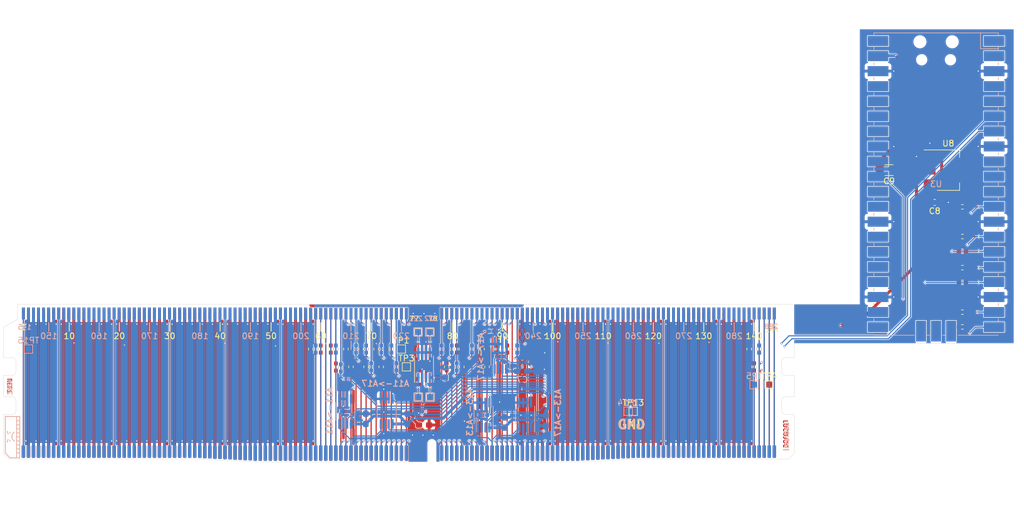
<source format=kicad_pcb>
(kicad_pcb (version 20221018) (generator pcbnew)
  (layers (0 "F.Cu" signal) (1 "In1.Cu" signal) (2 "In2.Cu" signal) (31 "B.Cu" signal) (34 "B.Paste" user) (35 "F.Paste" user) (36 "B.SilkS" user "B.Silkscreen") (37 "F.SilkS" user "F.Silkscreen") (38 "B.Mask" user) (39 "F.Mask" user) (44 "Edge.Cuts" user))
  (net 0 "")
  (net 1 "VDD_DIMM")
  (net 2 "PARITY_DIMM")
  (net 3 "VSS_DIMM")
  (net 4 "ALERT_n_DIMM")
  (net 5 "SDA_DIMM")
  (net 6 "DQ4_DIMM")
  (net 7 "VPP_DIMM")
  (net 8 "NC_DIMM")
  (net 9 "DQ20_DIMM")
  (net 10 "DQ49_DIMM")
  (net 11 "DQ10_DIMM")
  (net 12 "DQS6_c_DIMM")
  (net 13 "DQS6_t_DIMM")
  (net 14 "DQ14_DIMM")
  (net 15 "DQ55_DIMM")
  (net 16 "DQS10_c_TDQS10_c_DIMM")
  (net 17 "DQS10_t_TDQS10_t_DIMM")
  (net 18 "DQ51_DIMM")
  (net 19 "DQ8_DIMM")
  (net 20 "DQ61_DIMM")
  (net 21 "DQ12_DIMM")
  (net 22 "DQ57_DIMM")
  (net 23 "DQ2_DIMM")
  (net 24 "DQS7_c_DIMM")
  (net 25 "DQS7_t_DIMM")
  (net 26 "DQ6_DIMM")
  (net 27 "DQ63_DIMM")
  (net 28 "DQS09_c_TDQS9_c_DIMM")
  (net 29 "DQS9_t_TDQS9_t_DIMM")
  (net 30 "DQ59_DIMM")
  (net 31 "DQ0_DIMM")
  (net 32 "VDDSPD_DIMM")
  (net 33 "CS1_n_NC_DIMM")
  (net 34 "CB3_DIMM")
  (net 35 "ODT0_DIMM")
  (net 36 "CAS_n_A15_DIMM")
  (net 37 "CKE1_NC_DIMM")
  (net 38 "CS0_n_DIMM")
  (net 39 "RAS_n_A16_DIMM")
  (net 40 "BG1_DIMM")
  (net 41 "BA0_DIMM")
  (net 42 "A0_DIMM")
  (net 43 "A11_DIMM")
  (net 44 "EVENT_n_DIMM")
  (net 45 "A7_DIMM")
  (net 46 "VTT_DIMM")
  (net 47 "A5_DIMM")
  (net 48 "CK0_c_DIMM")
  (net 49 "A4_DIMM")
  (net 50 "CK0_t_DIMM")
  (net 51 "A2_DIMM")
  (net 52 "A1_DIMM")
  (net 53 "A3_DIMM")
  (net 54 "CK1_t_DIMM")
  (net 55 "CK1_c_DIMM")
  (net 56 "A6_DIMM")
  (net 57 "A8_DIMM")
  (net 58 "A9_DIMM")
  (net 59 "A12_BC_n_DIMM")
  (net 60 "BA1_DIMM")
  (net 61 "A10_AP_DIMM")
  (net 62 "BG0_DIMM")
  (net 63 "ACT_n_DIMM")
  (net 64 "WE_n_A14_DIMM")
  (net 65 "CKE0_DIMM")
  (net 66 "RESET_n_DIMM")
  (net 67 "A13_DIMM")
  (net 68 "CB2_DIMM")
  (net 69 "A17_DIMM")
  (net 70 "CB6_DIMM")
  (net 71 "NC_C2_DIMM")
  (net 72 "DQS17_c_TDQS17_c_DIMM")
  (net 73 "CS3_n_C1,NC_DIMM")
  (net 74 "DQS17_t_TDQS17_t_DIMM")
  (net 75 "SA2_DIMM")
  (net 76 "CB0_DIMM")
  (net 77 "DQ37_DIMM")
  (net 78 "CB4_DIMM")
  (net 79 "DQ33_DIMM")
  (net 80 "DQ26_DIMM")
  (net 81 "DQS4_c_DIMM")
  (net 82 "DQS4_t_DIMM")
  (net 83 "DQ30_DIMM")
  (net 84 "DQ39_DIMM")
  (net 85 "DQS12_c_TDQS12_c_DIMM")
  (net 86 "DQS12_t_TDQS12_t_DIMM")
  (net 87 "DQ35_DIMM")
  (net 88 "DQ24_DIMM")
  (net 89 "DQ45_DIMM")
  (net 90 "DQ28_DIMM")
  (net 91 "DQ41_DIMM")
  (net 92 "DQ18_DIMM")
  (net 93 "DQS5_c_DIMM")
  (net 94 "DQS5_t_DIMM")
  (net 95 "DQ22_DIMM")
  (net 96 "DQ47_DIMM")
  (net 97 "DQS11_c_TDQS11_c_DIMM")
  (net 98 "DQS11_t_TDQS11_t_DIMM")
  (net 99 "DQ43_DIMM")
  (net 100 "DQ16_DIMM")
  (net 101 "DQ53_DIMM")
  (net 102 "VREFCA_DIMM")
  (net 103 "SCL_DIMM")
  (net 104 "DQ5_DIMM")
  (net 105 "SA1_DIMM")
  (net 106 "SA0_DIMM")
  (net 107 "DQ1_DIMM")
  (net 108 "DQ58_DIMM")
  (net 109 "DQS0_c_DIMM")
  (net 110 "DQS0_t_DIMM")
  (net 111 "DQ62_DIMM")
  (net 112 "DQ7_DIMM")
  (net 113 "DQS16_c_TDQS16_c_DIMM")
  (net 114 "DQS16_t_TDQS16_t_DIMM")
  (net 115 "DQ3_DIMM")
  (net 116 "DQ56_DIMM")
  (net 117 "DQ13_DIMM")
  (net 118 "DQ60_DIMM")
  (net 119 "DQ9_DIMM")
  (net 120 "DQ50_DIMM")
  (net 121 "DQS1_c_DIMM")
  (net 122 "DQS1_t_DIMM")
  (net 123 "DQ54_DIMM")
  (net 124 "DQ15_DIMM")
  (net 125 "DQS15_c_TDQS15_c_DIMM")
  (net 126 "DQS15_t_TDQS15_t_DIMM")
  (net 127 "DQ11_DIMM")
  (net 128 "DQ48_DIMM")
  (net 129 "DQ21_DIMM")
  (net 130 "DQ52_DIMM")
  (net 131 "DQ17_DIMM")
  (net 132 "DQ42_DIMM")
  (net 133 "DQS2_c_DIMM")
  (net 134 "DQS2_t_DIMM")
  (net 135 "DQ46_DIMM")
  (net 136 "DQ23_DIMM")
  (net 137 "DQS14_c_TDQS14_c_DIMM")
  (net 138 "DQS14_t_TDQS14_t_DIMM")
  (net 139 "DQ19_DIMM")
  (net 140 "DQ40_DIMM")
  (net 141 "DQ29_DIMM")
  (net 142 "DQ44_DIMM")
  (net 143 "DQ25_DIMM")
  (net 144 "DQ34_DIMM")
  (net 145 "DQS3_c_DIMM")
  (net 146 "DQS3_t_DIMM")
  (net 147 "DQ38_DIMM")
  (net 148 "DQ31_DIMM")
  (net 149 "DQS13_c_TDQS13_c_DIMM")
  (net 150 "DQS13_t_TDQ13_t_DIMM")
  (net 151 "DQ27_DIMM")
  (net 152 "DQ32_DIMM")
  (net 153 "CB5_DIMM")
  (net 154 "DQ36_DIMM")
  (net 155 "CB1_DIMM")
  (net 156 "CS2_n_C0_DIMM")
  (net 157 "DQS8_c_DIMM")
  (net 158 "DQS8_t_DIMM")
  (net 159 "ODT1_NC_DIMM")
  (net 160 "CB7_DIMM")
  (net 161 "A1_MB")
  (net 162 "A3_MB")
  (net 163 "SDA_MB")
  (net 164 "SA2_MB")
  (net 165 "CS3_n_C1,NC_MB")
  (net 166 "A17_MB")
  (net 167 "A13_MB")
  (net 168 "WE_n_A14_MB")
  (net 169 "A10_AP_MB")
  (net 170 "BA1_MB")
  (net 171 "PARITY_MB")
  (net 172 "CK1_c_MB")
  (net 173 "CK1_t_MB")
  (net 174 "A2_MB")
  (net 175 "A4_MB")
  (net 176 "A5_MB")
  (net 177 "A7_MB")
  (net 178 "A11_MB")
  (net 179 "ALERT_n_MB")
  (net 180 "BG1_MB")
  (net 181 "CKE1_NC_MB")
  (net 182 "SCL_MB")
  (net 183 "SA1_MB")
  (net 184 "SA0_MB")
  (net 185 "CS2_n_C0_MB")
  (net 186 "ODT1_NC_MB")
  (net 187 "CS1_n_NC_MB")
  (net 188 "ODT0_MB")
  (net 189 "CAS_n_A15_MB")
  (net 190 "CS0_n_MB")
  (net 191 "RAS_n_A16_MB")
  (net 192 "BA0_MB")
  (net 193 "A0_MB")
  (net 194 "EVENT_n_MB")
  (net 195 "CK0_c_MB")
  (net 196 "CK0_t_MB")
  (net 197 "A6_MB")
  (net 198 "A8_MB")
  (net 199 "A9_MB")
  (net 200 "A12_BC_n_MB")
  (net 201 "BG0_MB")
  (net 202 "ACT_n_MB")
  (net 203 "CKE0_MB")
  (net 204 "VDD_SW")
  (net 212 "GP15")
  (net 213 "GP14")
  (net 232 "GP12")
  (net 233 "GP13")
  (net 234 "GP11")
  (net 235 "GP10")
  (net 236 "GP9")
  (net 237 "Net-(U7-RF2)")
  (net 238 "Net-(U7-RF1)")
  (net 239 "Net-(U9-RF1)")
  (net 240 "Net-(U9-RF2)")
  (net 241 "Net-(U3-VSYS)")
  (net 242 "RESET_n_MB")
  (net 243 "Net-(U5-RF2)")
  (net 244 "Net-(U2-RF2)")
  (footprint "fi-library:ddr4-edge-conn-male" (layer "F.Cu") (at 135.9674 125.136035)
    (fp_text reference "J1" hide)
    (fp_text value "DDR4_to_MB")
    (fp_line (start -67.95 -0.61) (end -66.5 -0.61) (stroke (width 0.05)) (layer "Edge.Cuts"))
    (fp_line (start -67.95 2.39) (end -66.5 2.39) (stroke (width 0.05)) (layer "Edge.Cuts"))
    (fp_line (start -67.95 8.95) (end -67.95 2.39) (stroke (width 0.05)) (layer "Edge.Cuts"))
    (fp_line (start -67.95 8.95) (end -67 9.89) (stroke (width 0.05)) (layer "Edge.Cuts"))
    (fp_line (start -65.85 1.74) (end -65.85 0.04) (stroke (width 0.05)) (layer "Edge.Cuts"))
    (fp_line (start -35.7 9.89) (end -67 9.89) (stroke (width 0.05)) (layer "Edge.Cuts"))
    (fp_line (start -25.5 10.39) (end -35.7 9.89) (stroke (width 0.05)) (layer "Edge.Cuts"))
    (fp_line (start 3.45 10.39) (end -25.5 10.39) (stroke (width 0.05)) (layer "Edge.Cuts"))
    (fp_line (start 3.45 10.39) (end 3.55 10.3) (stroke (width 0.05)) (layer "Edge.Cuts"))
    (fp_line (start 3.55 10.3) (end 3.55 7.29) (stroke (width 0.05)) (layer "Edge.Cuts"))
    (fp_line (start 5.05 7.29) (end 5.05 10.3) (stroke (width 0.05)) (layer "Edge.Cuts"))
    (fp_line (start 5.05 10.3) (end 5.14 10.39) (stroke (width 0.05)) (layer "Edge.Cuts"))
    (fp_line (start 5.14 10.39) (end 28.9 10.39) (stroke (width 0.05)) (layer "Edge.Cuts"))
    (fp_line (start 28.9 10.39) (end 39.1 9.89) (stroke (width 0.05)) (layer "Edge.Cuts"))
    (fp_line (start 39.1 9.89) (end 64.46 9.89) (stroke (width 0.05)) (layer "Edge.Cuts"))
    (fp_line (start 63.3 1.74) (end 63.3 0.04) (stroke (width 0.05)) (layer "Edge.Cuts"))
    (fp_line (start 64.46 9.89) (end 65.4 8.95) (stroke (width 0.05)) (layer "Edge.Cuts"))
    (fp_line (start 65.4 -0.61) (end 63.95 -0.61) (stroke (width 0.05)) (layer "Edge.Cuts"))
    (fp_line (start 65.4 2.39) (end 63.95 2.39) (stroke (width 0.05)) (layer "Edge.Cuts"))
    (fp_line (start 65.4 8.95) (end 65.4 2.39) (stroke (width 0.05)) (layer "Edge.Cuts"))
    (fp_arc (start -66.5 -0.61) (mid -66.040381 -0.419619) (end -65.85 0.04) (stroke (width 0.05)) (layer "Edge.Cuts"))
    (fp_arc (start -65.85 1.74) (mid -66.040381 2.199619) (end -66.5 2.39) (stroke (width 0.05)) (layer "Edge.Cuts"))
    (fp_arc (start 3.55 7.29) (mid 4.3 6.54) (end 5.05 7.29) (stroke (width 0.05)) (layer "Edge.Cuts"))
    (fp_arc (start 63.3 0.04) (mid 63.490381 -0.419619) (end 63.95 -0.61) (stroke (width 0.05)) (layer "Edge.Cuts"))
    (fp_arc (start 63.95 2.39) (mid 63.490381 2.199619) (end 63.3 1.74) (stroke (width 0.05)) (layer "Edge.Cuts"))
  )
  (footprint "badram:ddr4-edge-conn-female-badram" (layer "F.Cu") (at 135.3674 100.485022)
    (fp_text reference "J2" hide)
    (fp_text value "DDR4_to_DIMM")
  )
  (footprint "Resistor_SMD:R_0402_1005Metric_Pad0.72x0.64mm_HandSolder" (layer "F.Cu") (at 229.75 105.25)
    (fp_text reference "R4" hide)
    (fp_text value "1k")
  )
  (footprint "badram:Jumper_0402_bridged" (layer "F.Cu") (at 154.6674 116.485022 90)
    (fp_text reference "JP24" hide)
    (fp_text value "Jumper_2_Bridged" hide)
  )
  (footprint "badram:Jumper_0402_bridged" (layer "F.Cu") (at 125.7674 116.485022 90)
    (fp_text reference "JP32" hide)
    (fp_text value "Jumper_2_Bridged" hide)
  )
  (footprint "badram:Jumper_0402_bridged" (layer "F.Cu") (at 129.1674 119.485022 90)
    (fp_text reference "JP37" hide)
    (fp_text value "Jumper_2_Bridged" hide)
  )
  (footprint "badram:Jumper_0402_bridged" (layer "F.Cu") (at 124.082044 119.523632 90)
    (fp_text reference "JP9" hide)
    (fp_text value "Jumper_2_Bridged" hide)
  )
  (footprint "Resistor_SMD:R_0402_1005Metric_Pad0.72x0.64mm_HandSolder" (layer "F.Cu") (at 229.75 92.5)
    (fp_text reference "R7" hide)
    (fp_text value "1k")
  )
  (footprint "badram:Jumper_0402_bridged" (layer "F.Cu") (at 119.8174 116.485022 90)
    (fp_text reference "JP1" hide)
    (fp_text value "Jumper_2_Bridged" hide)
  )
  (footprint "badram:Jumper_0402_bridged" (layer "F.Cu") (at 123.2174 116.485022 90)
    (fp_text reference "JP12" hide)
    (fp_text value "Jumper_2_Bridged" hide)
  )
  (footprint "Package_TO_SOT_SMD:SOT-223-3_TabPin2" (layer "F.Cu") (at 227.3674 86.301035)
    (fp_text reference "U8")
    (fp_text value "LD1117S25TR_SOT223")
  )
  (footprint "TestPoint:TestPoint_Pad_1.0x1.0mm" (layer "F.Cu") (at 135.1174 116.485022)
    (fp_text reference "TP1")
    (fp_text value "TestPoint")
  )
  (footprint "Capacitor_SMD:C_0603_1608Metric_Pad1.08x0.95mm_HandSolder" (layer "F.Cu") (at 138.9424 129.3)
    (fp_text reference "C2" hide)
    (fp_text value "C_Small")
  )
  (footprint "badram:Jumper_0402_bridged" (layer "F.Cu") (at 131.7174 119.485022 90)
    (fp_text reference "JP42" hide)
    (fp_text value "Jumper_2_Bridged" hide)
  )
  (footprint "badram:Jumper_0402_bridged" (layer "F.Cu") (at 194.6174 119.485022 90)
    (fp_text reference "JP18" hide)
    (fp_text value "Jumper_2_Bridged" hide)
  )
  (footprint "Resistor_SMD:R_0402_1005Metric_Pad0.72x0.64mm_HandSolder" (layer "F.Cu") (at 229.75 110.25)
    (fp_text reference "R2" hide)
    (fp_text value "1k")
  )
  (footprint "badram:Jumper_0402_bridged" (layer "F.Cu") (at 142.7674 119.485022 90)
    (fp_text reference "JP43" hide)
    (fp_text value "Jumper_2_Bridged" hide)
  )
  (footprint "badram:Jumper_0402_bridged" (layer "F.Cu") (at 130.8674 116.485022 90)
    (fp_text reference "JP40" hide)
    (fp_text value "Jumper_2_Bridged" hide)
  )
  (footprint "TestPoint:TestPoint_Pad_1.0x1.0mm" (layer "F.Cu") (at 137.9674 124.601035)
    (fp_text reference "TP11" hide)
    (fp_text value "TestPoint")
  )
  (footprint "badram:Jumper_0402_bridged" (layer "F.Cu") (at 193.7674 116.485022 90)
    (fp_text reference "JP17" hide)
    (fp_text value "Jumper_2_Bridged" hide)
  )
  (footprint "TestPoint:TestPoint_Pad_1.0x1.0mm" (layer "F.Cu") (at 139.9674 124.601035)
    (fp_text reference "TP9" hide)
    (fp_text value "TestPoint")
  )
  (footprint "Resistor_SMD:R_0402_1005Metric_Pad0.72x0.64mm_HandSolder" (layer "F.Cu") (at 229.75 100)
    (fp_text reference "R5" hide)
    (fp_text value "1k")
  )
  (footprint "badram:Jumper_0402_bridged" (layer "F.Cu") (at 121.5174 116.485022 90)
    (fp_text reference "JP7" hide)
    (fp_text value "Jumper_2_Bridged" hide)
  )
  (footprint "badram:Jumper_0402_bridged" (layer "F.Cu") (at 151.2674 116.485022 90)
    (fp_text reference "JP25" hide)
    (fp_text value "Jumper_2_Bridged" hide)
  )
  (footprint "badram:Jumper_0402_bridged" (layer "F.Cu") (at 147.0174 116.485022 90)
    (fp_text reference "JP26" hide)
    (fp_text value "Jumper_2_Bridged" hide)
  )
  (footprint "badram:Jumper_0402_bridged" (layer "F.Cu") (at 148.7174 116.485022 90)
    (fp_text reference "JP30" hide)
    (fp_text value "Jumper_2_Bridged" hide)
  )
  (footprint "badram:Jumper_0402_bridged" (layer "F.Cu") (at 134.2674 119.485022 90)
    (fp_text reference "JP6" hide)
    (fp_text value "Jumper_2_Bridged" hide)
  )
  (footprint "badram:Jumper_0402_bridged" (layer "F.Cu") (at 149.5674 119.485022 90)
    (fp_text reference "JP10" hide)
    (fp_text value "Jumper_2_Bridged" hide)
  )
  (footprint "Capacitor_SMD:C_0603_1608Metric_Pad1.08x0.95mm_HandSolder" (layer "F.Cu") (at 225.075 91.75)
    (fp_text reference "C8")
    (fp_text value "100nF")
  )
  (footprint "Capacitor_SMD:C_1206_3216Metric_Pad1.33x1.80mm_HandSolder" (layer "F.Cu") (at 217.375 86.3 180)
    (fp_text reference "C9")
    (fp_text value "10uF")
  )
  (footprint "badram:Jumper_0402_bridged" (layer "F.Cu") (at 128.3174 116.485022 90)
    (fp_text reference "JP35" hide)
    (fp_text value "Jumper_2_Bridged" hide)
  )
  (footprint "badram:Jumper_0402_bridged" (layer "F.Cu") (at 126.6174 119.485022 90)
    (fp_text reference "JP34" hide)
    (fp_text value "Jumper_2_Bridged" hide)
  )
  (footprint "badram:Jumper_0402_bridged" (layer "F.Cu") (at 195.4674 116.485022 90)
    (fp_text reference "JP15" hide)
    (fp_text value "Jumper_2_Bridged" hide)
  )
  (footprint "TestPoint:TestPoint_Pad_1.0x1.0mm" (layer "F.Cu") (at 135.9674 119.485022)
    (fp_text reference "TP3")
    (fp_text value "TestPoint")
  )
  (footprint "TestPoint:TestPoint_Pad_1.0x1.0mm" (layer "F.Cu") (at 137.9174 113.601035)
    (fp_text reference "TP7" hide)
    (fp_text value "TestPoint")
  )
  (footprint "badram:Jumper_0402_bridged" (layer "F.Cu") (at 144.4674 116.485022 90)
    (fp_text reference "JP28" hide)
    (fp_text value "Jumper_2_Bridged" hide)
  )
  (footprint "Resistor_SMD:R_0402_1005Metric_Pad0.72x0.64mm_HandSolder" (layer "F.Cu") (at 229.75 102.75)
    (fp_text reference "R3" hide)
    (fp_text value "1k")
  )
  (footprint "Resistor_SMD:R_0402_1005Metric_Pad0.72x0.64mm_HandSolder" (layer "F.Cu") (at 229.75 97.5)
    (fp_text reference "R6" hide)
    (fp_text value "1k")
  )
  (footprint "badram:Jumper_0402_bridged" (layer "F.Cu") (at 152.9674 116.485022 90)
    (fp_text reference "JP11" hide)
    (fp_text value "Jumper_2_Bridged" hide)
  )
  (footprint "badram:Jumper_0402_bridged" (layer "F.Cu") (at 141.9174 116.485022 90)
    (fp_text reference "JP14" hide)
    (fp_text value "Jumper_2_Bridged" hide)
  )
  (footprint "TestPoint:TestPoint_Pad_1.0x1.0mm" (layer "F.Cu") (at 174.2174 126.976035)
    (fp_text reference "TP13")
    (fp_text value "TestPoint")
  )
  (footprint "Resistor_SMD:R_0402_1005Metric_Pad0.72x0.64mm_HandSolder" (layer "F.Cu") (at 229.75 112.75)
    (fp_text reference "R1" hide)
    (fp_text value "1k")
  )
  (footprint "badram:Jumper_0402_bridged" (layer "F.Cu") (at 133.4174 116.485022 90)
    (fp_text reference "JP5" hide)
    (fp_text value "Jumper_2_Bridged" hide)
  )
  (footprint "TestPoint:TestPoint_Pad_1.0x1.0mm" (layer "F.Cu") (at 139.9174 113.601035)
    (fp_text reference "TP12" hide)
    (fp_text value "TestPoint")
  )
  (footprint "TestPoint:TestPoint_Pad_1.0x1.0mm" (layer "F.Cu") (at 197.1674 122.485022)
    (fp_text reference "TP4")
    (fp_text value "TestPoint")
  )
  (footprint "badram:Jumper_0402_bridged" (layer "F.Cu") (at 145.3174 119.485022 90)
    (fp_text reference "JP29" hide)
    (fp_text value "Jumper_2_Bridged" hide)
  )
  (footprint "Package_SO:MSOP-8_3x3mm_P0.65mm" (layer "F.Cu") (at 138.9424 119.176035 90)
    (fp_text reference "U9" hide)
    (fp_text value "ADG902BRMZ")
  )
  (footprint "TestPoint:TestPoint_Pad_1.0x1.0mm" (layer "B.Cu") (at 173.3674 126.976035 180)
    (fp_text reference "TP14")
    (fp_text value "TestPoint")
  )
  (footprint "badram:RPi_Pico_SMD_TH" (layer "B.Cu") (at 225.3074 88.656035 180)
    (fp_text reference "U3")
    (fp_text value "Pico")
  )
  (footprint "Resistor_SMD:R_0402_1005Metric_Pad0.72x0.64mm_HandSolder" (layer "B.Cu") (at 150.4924 113.476035 180)
    (fp_text reference "R8" hide)
    (fp_text value "0")
  )
  (footprint "badram:Jumper_0402_bridged" (layer "B.Cu") (at 147.0174 116.485022 90)
    (fp_text reference "JP31" hide)
    (fp_text value "Jumper_2_Bridged" hide)
  )
  (footprint "badram:Jumper_0402_bridged" (layer "B.Cu") (at 124.0674 116.485022 90)
    (fp_text reference "JP8" hide)
    (fp_text value "Jumper_2_Bridged" hide)
  )
  (footprint "TestPoint:TestPoint_Pad_1.0x1.0mm" (layer "B.Cu") (at 72.2174 116.485022 180)
    (fp_text reference "TP15")
    (fp_text value "TestPoint")
  )
  (footprint "badram:Jumper_0402_bridged" (layer "B.Cu") (at 143.6174 116.485022 90)
    (fp_text reference "JP27" hide)
    (fp_text value "Jumper_2_Bridged" hide)
  )
  (footprint "badram:Jumper_0402_bridged" (layer "B.Cu") (at 124.9174 119.676034 90)
    (fp_text reference "JP20" hide)
    (fp_text value "Jumper_2_Bridged" hide)
  )
  (footprint "badram:Jumper_0402_bridged" (layer "B.Cu") (at 134.2674 119.485022 90)
    (fp_text reference "JP3" hide)
    (fp_text value "Jumper_2_Bridged" hide)
  )
  (footprint "badram:Jumper_0402_bridged" (layer "B.Cu") (at 155.5174 113.985022 90)
    (fp_text reference "JP19" hide)
    (fp_text value "Jumper_2_Bridged" hide)
  )
  (footprint "badram:Jumper_0402_bridged" (layer "B.Cu") (at 127.4674 116.485022 90)
    (fp_text reference "JP36" hide)
    (fp_text value "Jumper_2_Bridged" hide)
  )
  (footprint "badram:Jumper_0402_bridged" (layer "B.Cu") (at 131.7174 116.485022 90)
    (fp_text reference "JP41" hide)
    (fp_text value "Jumper_2_Bridged" hide)
  )
  (footprint "TestPoint:TestPoint_Pad_1.0x1.0mm" (layer "B.Cu") (at 139.9674 124.601035 180)
    (fp_text reference "TP8" hide)
    (fp_text value "TestPoint")
  )
  (footprint "Package_SO:MSOP-8_3x3mm_P0.65mm" (layer "B.Cu") (at 125.6424 127.003535 90)
    (fp_text reference "U4" hide)
    (fp_text value "ADG902BRMZ")
  )
  (footprint "badram:Jumper_0402_bridged" (layer "B.Cu") (at 141.9174 116.485022 90)
    (fp_text reference "JP13" hide)
    (fp_text value "Jumper_2_Bridged" hide)
  )
  (footprint "Resistor_SMD:R_0402_1005Metric_Pad0.72x0.64mm_HandSolder" (layer "B.Cu") (at 125.6424 127.003535)
    (fp_text reference "R11" hide)
    (fp_text value "0R")
  )
  (footprint "Capacitor_SMD:C_0603_1608Metric_Pad1.08x0.95mm_HandSolder" (layer "B.Cu") (at 152.4674 128.874035 90)
    (fp_text reference "C1" hide)
    (fp_text value "C_Small")
  )
  (footprint "Resistor_SMD:R_0402_1005Metric_Pad0.72x0.64mm_HandSolder" (layer "B.Cu") (at 151.825 117.748535)
    (fp_text reference "R17" hide)
    (fp_text value "0R")
  )
  (footprint "Resistor_SMD:R_0402_1005Metric_Pad0.72x0.64mm_HandSolder" (layer "B.Cu") (at 148.9924 127.626035)
    (fp_text reference "R13" hide)
    (fp_text value "0R")
  )
  (footprint "TestPoint:TestPoint_Pad_1.0x1.0mm" (layer "B.Cu") (at 139.9174 113.601035 180)
    (fp_text reference "TP6" hide)
    (fp_text value "TestPoint")
  )
  (footprint "badram:Jumper_0402_bridged" (layer "B.Cu") (at 120.6674 116.485022 90)
    (fp_text reference "JP4" hide)
    (fp_text value "Jumper_2_Bridged" hide)
  )
  (footprint "Package_SO:MSOP-8_3x3mm_P0.65mm" (layer "B.Cu") (at 151.825 117.748535 90)
    (fp_text reference "U6" hide)
    (fp_text value "ADG902BRMZ")
  )
  (footprint "Capacitor_SMD:C_0603_1608Metric_Pad1.08x0.95mm_HandSolder" (layer "B.Cu") (at 155.5 120.225)
    (fp_text reference "C7")
    (fp_text value "C_Small")
  )
  (footprint "Package_SO:MSOP-8_3x3mm_P0.65mm" (layer "B.Cu") (at 148.9924 127.626035 90)
    (fp_text reference "U1" hide)
    (fp_text value "ADG902BRMZ" hide)
  )
  (footprint "Capacitor_SMD:C_0603_1608Metric_Pad1.08x0.95mm_HandSolder" (layer "B.Cu") (at 142.525 120.425 90)
    (fp_text reference "C4" hide)
    (fp_text value "C_Small")
  )
  (footprint "badram:Jumper_0402_bridged" (layer "B.Cu") (at 129.1674 116.485022 90)
    (fp_text reference "JP38" hide)
    (fp_text value "Jumper_2_Bridged" hide)
  )
  (footprint "Package_SO:MSOP-8_3x3mm_P0.65mm" (layer "B.Cu") (at 132.6424 127.003535 90)
    (fp_text reference "U5" hide)
    (fp_text value "ADG902BRMZ")
  )
  (footprint "TestPoint:TestPoint_Pad_1.0x1.0mm" (layer "B.Cu") (at 194.6174 122.485022 180)
    (fp_text reference "TP5")
    (fp_text value "TestPoint")
  )
  (footprint "Capacitor_SMD:C_0603_1608Metric_Pad1.08x0.95mm_HandSolder" (layer "B.Cu") (at 159.4674 128.55 -90)
    (fp_text reference "C6" hide)
    (fp_text value "C_Small")
  )
  (footprint "Resistor_SMD:R_0402_1005Metric_Pad0.72x0.64mm_HandSolder" (layer "B.Cu") (at 155.525 118.75)
    (fp_text reference "R9" hide)
    (fp_text value "0")
  )
  (footprint "badram:Jumper_0402_bridged" (layer "B.Cu") (at 130.0174 119.485022 90)
    (fp_text reference "JP39" hide)
    (fp_text value "Jumper_2_Bridged" hide)
  )
  (footprint "TestPoint:TestPoint_Pad_1.0x1.0mm" (layer "B.Cu") (at 137.9674 124.601035 180)
    (fp_text reference "TP2" hide)
    (fp_text value "TestPoint")
  )
  (footprint "Package_SO:MSOP-8_3x3mm_P0.65mm" (layer "B.Cu") (at 155.9924 127.626035 90)
    (fp_text reference "U2" hide)
    (fp_text value "ADG902BRMZ")
  )
  (footprint "badram:Jumper_0402_bridged" (layer "B.Cu") (at 133.4174 116.485022 90)
    (fp_text reference "JP2" hide)
    (fp_text value "Jumper_2_Bridged" hide)
  )
  (footprint "badram:Jumper_0402_bridged" (layer "B.Cu") (at 144.4674 119.485022 90)
    (fp_text reference "JP33" hide)
    (fp_text value "Jumper_2_Bridged" hide)
  )
  (footprint "badram:Jumper_0402_bridged" (layer "B.Cu") (at 195.4674 116.485022 90)
    (fp_text reference "JP16" hide)
    (fp_text value "Jumper_2_Bridged" hide)
  )
  (footprint "TestPoint:TestPoint_Pad_1.0x1.0mm" (layer "B.Cu") (at 137.9174 113.601035 180)
    (fp_text reference "TP10" hide)
    (fp_text value "TestPoint")
  )
  (footprint "Capacitor_SMD:C_0603_1608Metric_Pad1.08x0.95mm_HandSolder" (layer "B.Cu") (at 136.1174 128.251035 90)
    (fp_text reference "C3" hide)
    (fp_text value "C_Small" hide)
  )
  (footprint "Package_SO:MSOP-8_3x3mm_P0.65mm" (layer "B.Cu") (at 138.9424 119.176035 90)
    (fp_text reference "U7" hide)
    (fp_text value "ADG902BRMZ")
  )
  (footprint "Capacitor_SMD:C_0603_1608Metric_Pad1.08x0.95mm_HandSolder" (layer "B.Cu") (at 129.1174 128.251035 90)
    (fp_text reference "C5" hide)
    (fp_text value "C_Small")
  )
  (footprint "badram:Jumper_0402_bridged" (layer "B.Cu") (at 154.6674 116.485022 90)
    (fp_text reference "JP23" hide)
    (fp_text value "Jumper_2_Bridged" hide)
  )
  (gr_line (start 70.241689 129.93483) (end 70.672561 129.93483) (stroke (width 0.15)) (layer "B.SilkS"))
  (gr_line (start 70.241689 130.612347) (end 70.672561 130.612347) (stroke (width 0.15)) (layer "B.SilkS"))
  (gr_line (start 70.741809 134.814128) (end 70.741809 134.661092) (stroke (width 0.15)) (layer "B.SilkS"))
  (gr_line (start 68.318151 127.857539) (end 68.318151 133.98593) (stroke (width 0.15)) (layer "B.SilkS"))
  (gr_line (start 69.079872 134.816898) (end 70.741809 134.814128) (stroke (width 0.15)) (layer "B.SilkS"))
  (gr_line (start 70.241689 128.579796) (end 70.672561 128.579796) (stroke (width 0.15)) (layer "B.SilkS"))
  (gr_line (start 68.786638 131.719168) (end 68.648144 132.146193) (stroke (width 0.15)) (layer "B.SilkS"))
  (gr_line (start 70.741809 134.661092) (end 70.741809 127.857539) (stroke (width 0.15)) (layer "B.SilkS"))
  (gr_line (start 68.648144 130.357304) (end 68.786638 130.784329) (stroke (width 0.15)) (layer "B.SilkS"))
  (gr_line (start 70.741809 127.857539) (end 68.318151 127.857539) (stroke (width 0.15)) (layer "B.SilkS"))
  (gr_line (start 70.241689 133.322415) (end 70.672561 133.322415) (stroke (width 0.15)) (layer "B.SilkS"))
  (gr_line (start 70.241689 132.644898) (end 70.672561 132.644898) (stroke (width 0.15)) (layer "B.SilkS"))
  (gr_line (start 70.241689 131.967381) (end 70.672561 131.967381) (stroke (width 0.15)) (layer "B.SilkS"))
  (gr_line (start 70.241689 129.257313) (end 70.672561 129.257313) (stroke (width 0.15)) (layer "B.SilkS"))
  (gr_line (start 70.241689 133.999933) (end 70.672561 133.999933) (stroke (width 0.15)) (layer "B.SilkS"))
  (gr_line (start 70.241689 131.289864) (end 70.672561 131.289864) (stroke (width 0.15)) (layer "B.SilkS"))
  (gr_line (start 68.318151 133.98593) (end 69.079872 134.816898) (stroke (width 0.15)) (layer "B.SilkS"))
  (gr_line (start 69.08671 130.484257) (end 69.08671 130.657376) (stroke (width 0.15)) (layer "B.SilkS"))
  (gr_arc (start 69.859835 132.030622) (mid 69.428048 131.275957) (end 69.809961 130.494868) (stroke (width 0.15)) (layer "B.SilkS"))
  (gr_line (start 69.08671 131.846121) (end 69.08671 132.01924) (stroke (width 0.15)) (layer "B.SilkS"))
  (gr_line (start 70.222453 127.892162) (end 70.222453 134.747651) (stroke (width 0.15)) (layer "B.SilkS"))
  (gr_arc (start 70.1174 120.276034) (mid 69.927019 120.735653) (end 69.4674 120.926034) (stroke (width 0.05)) (layer "Edge.Cuts"))
  (gr_line (start 70.1174 120.276034) (end 70.1174 118.576034) (stroke (width 0.05)) (layer "Edge.Cuts"))
  (gr_arc (start 199.2674 118.576034) (mid 199.457781 118.116415) (end 199.9174 117.926034) (stroke (width 0.05)) (layer "Edge.Cuts"))
  (gr_arc (start 199.9174 120.926034) (mid 199.457781 120.735653) (end 199.2674 120.276034) (stroke (width 0.05)) (layer "Edge.Cuts"))
  (gr_line (start 199.2674 118.576034) (end 199.2674 120.276034) (stroke (width 0.05)) (layer "Edge.Cuts"))
  (gr_line (start 199.9174 117.926034) (end 201.3674 117.926034) (stroke (width 0.05)) (layer "Edge.Cuts"))
  (gr_line (start 201.3674 120.926034) (end 199.9174 120.926034) (stroke (width 0.05)) (layer "Edge.Cuts"))
  (gr_line (start 68.0174 117.926034) (end 68.0174 112.785022) (stroke (width 0.05)) (layer "Edge.Cuts"))
  (gr_line (start 68.0174 124.526034) (end 68.0174 120.926034) (stroke (width 0.05)) (layer "Edge.Cuts"))
  (gr_line (start 201.3674 115.526035) (end 238.4174 115.526035) (stroke (width 0.05)) (layer "Edge.Cuts"))
  (gr_line (start 201.3674 124.526034) (end 201.3674 120.926034) (stroke (width 0.05)) (layer "Edge.Cuts"))
  (gr_line (start 238.4174 62.526035) (end 212.4174 62.526035) (stroke (width 0.05)) (layer "Edge.Cuts"))
  (gr_line (start 68.0174 117.926034) (end 69.4674 117.926034) (stroke (width 0.05)) (layer "Edge.Cuts"))
  (gr_line (start 70.3674 108.926035) (end 70.3674 111.485022) (stroke (width 0.05)) (layer "Edge.Cuts"))
  (gr_line (start 238.4174 62.526035) (end 238.4174 115.526035) (stroke (width 0.05)) (layer "Edge.Cuts"))
  (gr_line (start 201.3674 117.926034) (end 201.3674 115.526035) (stroke (width 0.05)) (layer "Edge.Cuts"))
  (gr_line (start 68.0174 112.785022) (end 70.3674 111.485022) (stroke (width 0.05)) (layer "Edge.Cuts"))
  (gr_line (start 212.4174 108.926035) (end 198.9348 108.935022) (stroke (width 0.05)) (layer "Edge.Cuts"))
  (gr_arc (start 69.4674 117.926034) (mid 69.927019 118.116415) (end 70.1174 118.576034) (stroke (width 0.05)) (layer "Edge.Cuts"))
  (gr_line (start 198.9348 108.935022) (end 70.3674 108.926035) (stroke (width 0.05)) (layer "Edge.Cuts"))
  (gr_line (start 212.4174 62.526035) (end 212.4174 108.926035) (stroke (width 0.05)) (layer "Edge.Cuts"))
  (gr_line (start 69.4674 120.926034) (end 68.0174 120.926034) (stroke (width 0.05)) (layer "Edge.Cuts"))
  (gr_text "LUCOJOC" (at 199.9 130.8 270) (layer "F.Cu") (effects (font (size 0.7 0.7) (thickness 0.16))))
  (gr_text "REF1" (at 69 122.7 -90) (layer "F.Cu") (effects (font (size 0.7 0.7) (thickness 0.16))))
  (gr_text "|\n150" (at 75.65 113.485022) (layer "B.SilkS") (effects (font (size 1 1)) (justify mirror)))
  (gr_text "|\n160" (at 84.15 113.485022) (layer "B.SilkS") (effects (font (size 1 1)) (justify mirror)))
  (gr_text "." (at 79.9 115.05) (layer "B.SilkS") (effects (font (size 1 1)) (justify mirror)))
  (gr_text "." (at 195.5 114.475) (layer "B.SilkS") (effects (font (size 1 1)) (justify mirror)))
  (gr_text "2024" (at 69.0499 122.8598 270) (layer "B.SilkS") (effects (font (size 0.7 0.7) (thickness 0.16)) (justify mirror)))
  (gr_text "A17->A17" (at 149.0924 113.651035 90) (layer "B.SilkS") (effects (font (size 1 1) (thickness 0.2) bold) (justify left bottom mirror)))
  (gr_text "." (at 88.4 115.4) (layer "B.SilkS") (effects (font (size 1 1)) (justify mirror)))
  (gr_text "GND" (at 176.35 130.1) (layer "B.SilkS") (effects (font (size 1.5 1.5) (thickness 0.3) bold) (justify left bottom mirror)))
  (gr_text "A11->A17" (at 136.55 122.875) (layer "B.SilkS") (effects (font (size 1 1) (thickness 0.2) bold) (justify left bottom mirror)))
  (gr_text "A13->A17" (at 162.1 123.1 90) (layer "B.SilkS") (effects (font (size 1 1) (thickness 0.2) bold) (justify left bottom mirror)))
  (gr_text "|\n210" (at 126.6174 113.485022) (layer "B.SilkS") (effects (font (size 1 1)) (justify mirror)))
  (gr_text "|\n200" (at 118.1862 113.485022) (layer "B.SilkS") (effects (font (size 1 1)) (justify mirror)))
  (gr_text "|\n250" (at 165.75 113.485022) (layer "B.SilkS") (effects (font (size 1 1)) (justify mirror)))
  (gr_text "|\n260" (at 174.25 113.485022) (layer "B.SilkS") (effects (font (size 1 1)) (justify mirror)))
  (gr_text "|\n280" (at 191.25 113.485022) (layer "B.SilkS") (effects (font (size 1 1)) (justify mirror)))
  (gr_text "." (at 144.5 114.9) (layer "B.SilkS") (effects (font (size 1 1)) (justify mirror)))
  (gr_text "." (at 178.55 115.1) (layer "B.SilkS") (effects (font (size 1 1)) (justify mirror)))
  (gr_text "." (at 130.9 115.15) (layer "B.SilkS") (effects (font (size 1 1)) (justify mirror)))
  (gr_text "|\n240" (at 157.35 113.475) (layer "B.SilkS") (effects (font (size 1 1)) (justify mirror)))
  (gr_text "|\n220" (at 135.1174 113.485022) (layer "B.SilkS") (effects (font (size 1 1)) (justify mirror)))
  (gr_text "A13->A13" (at 147.25 123 90) (layer "B.SilkS") (effects (font (size 1 1) (thickness 0.2) bold) (justify left bottom mirror)))
  (gr_text "." (at 113.9 115.55) (layer "B.SilkS") (effects (font (size 1 1)) (justify mirror)))
  (gr_text "." (at 187 114.95) (layer "B.SilkS") (effects (font (size 1 1)) (justify mirror)))
  (gr_text "|" (at 126.6444 115.7605) (layer "B.SilkS") (effects (font (size 1 1)) (justify mirror)))
  (gr_text "." (at 71.4121 114.7191) (layer "B.SilkS") (effects (font (size 1 1)) (justify mirror)))
  (gr_text "A11->A11" (at 123.575 122.825 90) (layer "B.SilkS") (effects (font (size 1 1) (thickness 0.2) bold) (justify left bottom mirror)))
  (gr_text "." (at 170 115.05) (layer "B.SilkS") (effects (font (size 1 1)) (justify mirror)))
  (gr_text "." (at 105.4 115.1) (layer "B.SilkS") (effects (font (size 1 1)) (justify mirror)))
  (gr_text "|\n190" (at 109.65 113.485022) (layer "B.SilkS") (effects (font (size 1 1)) (justify mirror)))
  (gr_text "." (at 152.9842 114.5032) (layer "B.SilkS") (effects (font (size 1 1)) (justify mirror)))
  (gr_text "badram!" (at 200.529015 128.671195 90) (layer "B.SilkS") (effects (font (size 0.8 0.8) (thickness 0.2) bold) (justify left bottom mirror)))
  (gr_text "." (at 161.5 114.85) (layer "B.SilkS") (effects (font (size 1 1)) (justify mirror)))
  (gr_text "|\n180" (at 101.15 113.485022) (layer "B.SilkS") (effects (font (size 1 1)) (justify mirror)))
  (gr_text "|\n270" (at 182.75 113.485022) (layer "B.SilkS") (effects (font (size 1 1)) (justify mirror)))
  (gr_text "|\n170" (at 92.65 113.485022) (layer "B.SilkS") (effects (font (size 1 1)) (justify mirror)))
  (gr_text "." (at 122.4 115.15) (layer "B.SilkS") (effects (font (size 1 1)) (justify mirror)))
  (gr_text "|\n90" (at 152.15 113.485022) (layer "F.SilkS") (effects (font (size 1 1))))
  (gr_text "|\n140" (at 194.6174 113.485022) (layer "F.SilkS") (effects (font (size 1 1))))
  (gr_text "|\n110" (at 169.15 113.485022) (layer "F.SilkS") (effects (font (size 1 1))))
  (gr_text "|\n40" (at 104.55 113.485022) (layer "F.SilkS") (effects (font (size 1 1))))
  (gr_text "|\n10" (at 79.1 113.485022) (layer "F.SilkS") (effects (font (size 1 1))))
  (gr_text "|\n100" (at 160.65 113.485022) (layer "F.SilkS") (effects (font (size 1 1))))
  (gr_text "|\n20" (at 87.55 113.485022) (layer "F.SilkS") (effects (font (size 1 1))))
  (gr_text "|\n30" (at 96.05 113.485022) (layer "F.SilkS") (effects (font (size 1 1))))
  (gr_text "GND" (at 171.475 130.1) (layer "F.SilkS") (effects (font (size 1.5 1.5) (thickness 0.3) bold) (justify left bottom)))
  (gr_text "|\n70" (at 130.05 113.485022) (layer "F.SilkS") (effects (font (size 1 1))))
  (gr_text "|\n130" (at 186.1174 113.485022) (layer "F.SilkS") (effects (font (size 1 1))))
  (gr_text "|\n120" (at 177.6174 113.485022) (layer "F.SilkS") (effects (font (size 1 1))))
  (gr_text "|\n80" (at 143.75 113.485022) (layer "F.SilkS") (effects (font (size 1 1))))
  (gr_text "|\n50" (at 113.15 113.485022) (layer "F.SilkS") (effects (font (size 1 1))))
  (gr_text "|\n60" (at 121.55 113.485022) (layer "F.SilkS") (effects (font (size 1 1))))
  (segment (start 132.5674 110.485022) (end 132.5674 134.026035) (width 0.2) (layer "F.Cu") (net 1))
  (segment (start 150.4174 110.485022) (end 150.4174 134.026035) (width 0.2) (layer "F.Cu") (net 1))
  (segment (start 143.6174 110.485022) (end 143.6174 134.026035) (width 0.2) (layer "F.Cu") (net 1))
  (segment (start 135.1174 110.485022) (end 135.1174 134.026035) (width 0.2) (layer "F.Cu") (net 1))
  (segment (start 147.8674 110.485022) (end 147.8674 134.026035) (width 0.2) (layer "F.Cu") (net 1))
  (segment (start 122.3674 110.485022) (end 122.3674 134.026035) (width 0.2) (layer "F.Cu") (net 1))
  (segment (start 153.8174 110.485022) (end 153.8174 134.026035) (width 0.2) (layer "F.Cu") (net 1))
  (segment (start 152.1174 110.485022) (end 152.1174 134.026035) (width 0.2) (layer "F.Cu") (net 1))
  (segment (start 120.6674 134.026035) (end 120.6674 110.485022) (width 0.2) (layer "F.Cu") (net 1))
  (segment (start 127.4674 110.485022) (end 127.4674 134.026035) (width 0.2) (layer "F.Cu") (net 1))
  (segment (start 124.9174 134.026035) (end 124.9174 110.485022) (width 0.2) (layer "F.Cu") (net 1))
  (segment (start 146.1674 110.485022) (end 146.1674 134.026035) (width 0.2) (layer "F.Cu") (net 1))
  (segment (start 130.0174 110.485022) (end 130.0174 134.026035) (width 0.2) (layer "F.Cu") (net 1))
  (via (at 132.9924 131.976035) (size 0.35) (drill 0.2) (layers "F.Cu" "B.Cu") (net 1))
  (via (at 128.7424 112.285023) (size 0.35) (drill 0.2) (layers "F.Cu" "B.Cu") (net 1))
  (via (at 128.7424 131.976035) (size 0.35) (drill 0.2) (layers "F.Cu" "B.Cu") (net 1))
  (via (at 144.8924 112.276035) (size 0.35) (drill 0.2) (layers "F.Cu" "B.Cu") (net 1))
  (via (at 132.9924 112.285023) (size 0.35) (drill 0.2) (layers "F.Cu" "B.Cu") (net 1))
  (via (at 126.1924 112.285023) (size 0.35) (drill 0.2) (layers "F.Cu" "B.Cu") (net 1))
  (via (at 135.5424 112.285023) (size 0.35) (drill 0.2) (layers "F.Cu" "B.Cu") (net 1))
  (via (at 153.3924 112.276035) (size 0.35) (drill 0.2) (layers "F.Cu" "B.Cu") (net 1))
  (via (at 147.4424 131.976035) (size 0.35) (drill 0.2) (layers "F.Cu" "B.Cu") (net 1))
  (via (at 149.1424 131.976035) (size 0.35) (drill 0.2) (layers "F.Cu" "B.Cu") (net 1))
  (via (at 150.8424 112.285023) (size 0.35) (drill 0.2) (layers "F.Cu" "B.Cu") (net 1))
  (via (at 126.1924 131.976035) (size 0.35) (drill 0.2) (layers "F.Cu" "B.Cu") (net 1))
  (via (at 135.5424 131.976035) (size 0.35) (drill 0.2) (layers "F.Cu" "B.Cu") (net 1))
  (via (at 131.2924 112.285023) (size 0.35) (drill 0.2) (layers "F.Cu" "B.Cu") (net 1))
  (via (at 142.3424 131.976035) (size 0.35) (drill 0.2) (layers "F.Cu" "B.Cu") (net 1))
  (via (at 153.3924 131.976035) (size 0.35) (drill 0.2) (layers "F.Cu" "B.Cu") (net 1))
  (via (at 142.3424 112.276035) (size 0.35) (drill 0.2) (layers "F.Cu" "B.Cu") (net 1))
  (via (at 131.2924 131.976035) (size 0.35) (drill 0.2) (layers "F.Cu" "B.Cu") (net 1))
  (via (at 149.1424 112.276035) (size 0.35) (drill 0.2) (layers "F.Cu" "B.Cu") (net 1))
  (via (at 147.4424 112.276035) (size 0.35) (drill 0.2) (layers "F.Cu" "B.Cu") (net 1))
  (via (at 144.8924 131.976035) (size 0.35) (drill 0.2) (layers "F.Cu" "B.Cu") (net 1))
  (via (at 150.8424 131.976035) (size 0.35) (drill 0.2) (layers "F.Cu" "B.Cu") (net 1))
  (segment (start 132.5674 110.485022) (end 132.5674 111.860023) (width 0.2) (layer "B.Cu") (net 1))
  (segment (start 130.8674 110.485022) (end 130.8674 111.860023) (width 0.2) (layer "B.Cu") (net 1))
  (segment (start 145.3174 132.401035) (end 144.8924 131.976035) (width 0.2) (layer "B.Cu") (net 1))
  (segment (start 128.3174 111.860023) (end 128.7424 112.285023) (width 0.2) (layer "B.Cu") (net 1))
  (segment (start 149.5674 110.485022) (end 149.5674 111.851035) (width 0.2) (layer "B.Cu") (net 1))
  (segment (start 132.5674 134.026035) (end 132.5674 132.401035) (width 0.2) (layer "B.Cu") (net 1))
  (segment (start 149.5674 134.026035) (end 149.5674 132.401035) (width 0.2) (layer "B.Cu") (net 1))
  (segment (start 151.2674 132.401035) (end 150.8424 131.976035) (width 0.2) (layer "B.Cu") (net 1))
  (segment (start 132.5674 132.401035) (end 132.9924 131.976035) (width 0.2) (layer "B.Cu") (net 1))
  (segment (start 128.3174 132.401035) (end 128.7424 131.976035) (width 0.2) (layer "B.Cu") (net 1))
  (segment (start 125.7674 134.026035) (end 125.7674 132.401035) (width 0.2) (layer "B.Cu") (net 1))
  (segment (start 130.8674 111.860023) (end 131.2924 112.285023) (width 0.2) (layer "B.Cu") (net 1))
  (segment (start 151.2674 110.485022) (end 151.2674 111.860023) (width 0.2) (layer "B.Cu") (net 1))
  (segment (start 153.8174 132.401035) (end 153.3924 131.976035) (width 0.2) (layer "B.Cu") (net 1))
  (segment (start 153.8174 111.851035) (end 153.3924 112.276035) (width 0.2) (layer "B.Cu") (net 1))
  (segment (start 130.8674 132.401035) (end 131.2924 131.976035) (width 0.2) (layer "B.Cu") (net 1))
  (segment (start 125.7674 111.860023) (end 125.7674 110.485022) (width 0.2) (layer "B.Cu") (net 1))
  (segment (start 123.2174 134.026035) (end 123.2174 110.485022) (width 0.2) (layer "B.Cu") (net 1))
  (segment (start 149.5674 111.851035) (end 149.1424 112.276035) (width 0.2) (layer "B.Cu") (net 1))
  (segment (start 149.5674 132.401035) (end 149.1424 131.976035) (width 0.2) (layer "B.Cu") (net 1))
  (segment (start 128.3174 134.026035) (end 128.3174 132.401035) (width 0.2) (layer "B.Cu") (net 1))
  (segment (start 147.8674 111.851035) (end 147.4424 112.276035) (width 0.2) (layer "B.Cu") (net 1))
  (segment (start 125.7674 132.401035) (end 126.1924 131.976035) (width 0.2) (layer "B.Cu") (net 1))
  (segment (start 135.1174 132.401035) (end 135.5424 131.976035) (width 0.2) (layer "B.Cu") (net 1))
  (segment (start 147.8674 110.485022) (end 147.8674 111.851035) (width 0.2) (layer "B.Cu") (net 1))
  (segment (start 147.8674 134.026035) (end 147.8674 132.401035) (width 0.2) (layer "B.Cu") (net 1))
  (segment (start 128.3174 110.485022) (end 128.3174 111.860023) (width 0.2) (layer "B.Cu") (net 1))
  (segment (start 145.3174 110.485022) (end 145.3174 111.851035) (width 0.2) (layer "B.Cu") (net 1))
  (segment (start 142.7674 111.851035) (end 142.3424 112.276035) (width 0.2) (layer "B.Cu") (net 1))
  (segment (start 151.2674 134.026035) (end 151.2674 132.401035) (width 0.2) (layer "B.Cu") (net 1))
  (segment (start 142.7674 110.485022) (end 142.7674 111.851035) (width 0.2) (layer "B.Cu") (net 1))
  (segment (start 151.2674 111.860023) (end 150.8424 112.285023) (width 0.2) (layer "B.Cu") (net 1))
  (segment (start 142.7674 134.026035) (end 142.7674 132.401035) (width 0.2) (layer "B.Cu") (net 1))
  (segment (start 135.1174 110.485022) (end 135.1174 111.860023) (width 0.2) (layer "B.Cu") (net 1))
  (segment (start 135.1174 111.860023) (end 135.5424 112.285023) (width 0.2) (layer "B.Cu") (net 1))
  (segment (start 153.8174 110.485022) (end 153.8174 111.851035) (width 0.2) (layer "B.Cu") (net 1))
  (segment (start 121.5174 110.485022) (end 121.5174 134.026035) (width 0.2) (layer "B.Cu") (net 1))
  (segment (start 147.8674 132.401035) (end 147.4424 131.976035) (width 0.2) (layer "B.Cu") (net 1))
  (segment (start 145.3174 134.026035) (end 145.3174 132.401035) (width 0.2) (layer "B.Cu") (net 1))
  (segment (start 153.8174 134.026035) (end 153.8174 132.401035) (width 0.2) (layer "B.Cu") (net 1))
  (segment (start 132.5674 111.860023) (end 132.9924 112.285023) (width 0.2) (layer "B.Cu") (net 1))
  (segment (start 135.1174 134.026035) (end 135.1174 132.401035) (width 0.2) (layer "B.Cu") (net 1))
  (segment (start 130.8674 134.026035) (end 130.8674 132.401035) (width 0.2) (layer "B.Cu") (net 1))
  (segment (start 126.1924 112.285023) (end 125.7674 111.860023) (width 0.2) (layer "B.Cu") (net 1))
  (segment (start 145.3174 111.851035) (end 144.8924 112.276035) (width 0.2) (layer "B.Cu") (net 1))
  (segment (start 142.7674 132.401035) (end 142.3424 131.976035) (width 0.2) (layer "B.Cu") (net 1))
  (segment (start 141.9174 110.485022) (end 141.9174 115.887522) (width 0.2) (layer "B.Cu") (net 2))
  (segment (start 89.2174 110.485022) (end 89.2174 111.851035) (width 0.2) (layer "F.Cu") (net 3))
  (segment (start 172.5174 132.401035) (end 172.0924 131.976035) (width 0.2) (layer "F.Cu") (net 3))
  (segment (start 164.8674 111.851035) (end 164.4424 112.276035) (width 0.2) (layer "F.Cu") (net 3))
  (segment (start 92.6174 110.485022) (end 92.6174 111.860023) (width 0.2) (layer "F.Cu") (net 3))
  (segment (start 98.5674 111.851035) (end 98.1424 112.276035) (width 0.2) (layer "F.Cu") (net 3))
  (segment (start 113.0174 110.485022) (end 113.0174 111.860023) (width 0.2) (layer "F.Cu") (net 3))
  (segment (start 168.2674 134.026035) (end 168.2674 132.401035) (width 0.2) (layer "F.Cu") (net 3))
  (segment (start 96.8674 132.401035) (end 96.4424 131.976035) (width 0.2) (layer "F.Cu") (net 3))
  (segment (start 83.2674 110.485022) (end 83.2674 111.851035) (width 0.2) (layer "F.Cu") (net 3))
  (segment (start 90.9174 132.401035) (end 90.4924 131.976035) (width 0.2) (layer "F.Cu") (net 3))
  (segment (start 157.2174 110.485022) (end 157.2174 111.851035) (width 0.2) (layer "F.Cu") (net 3))
  (segment (start 81.5674 133.776035) (end 81.5674 132.401035) (width 0.2) (layer "F.Cu") (net 3))
  (segment (start 89.2174 132.401035) (end 88.7924 131.976035) (width 0.2) (layer "F.Cu") (net 3))
  (segment (start 107.9174 110.485022) (end 107.9174 111.851035) (width 0.2) (layer "F.Cu") (net 3))
  (segment (start 94.3174 110.485022) (end 94.3174 111.860023) (width 0.2) (layer "F.Cu") (net 3))
  (segment (start 172.5174 134.026035) (end 172.5174 132.401035) (width 0.2) (layer "F.Cu") (net 3))
  (segment (start 177.6174 111.851035) (end 177.1924 112.276035) (width 0.2) (layer "F.Cu") (net 3))
  (segment (start 181.8674 132.401035) (end 181.4424 131.976035) (width 0.2) (layer "F.Cu") (net 3))
  (segment (start 84.9674 132.401035) (end 84.5424 131.976035) (width 0.2) (layer "F.Cu") (net 3))
  (segment (start 111.3174 132.401035) (end 110.8924 131.976035) (width 0.2) (layer "F.Cu") (net 3))
  (segment (start 191.2174 132.401035) (end 190.7924 131.976035) (width 0.2) (layer "F.Cu") (net 3))
  (segment (start 183.5674 132.401035) (end 183.1424 131.976035) (width 0.2) (layer "F.Cu") (net 3))
  (segment (start 180.1674 110.485022) (end 180.1674 111.851035) (width 0.2) (layer "F.Cu") (net 3))
  (segment (start 174.2174 132.401035) (end 173.7924 131.976035) (width 0.2) (layer "F.Cu") (net 3))
  (segment (start 83.2674 133.776035) (end 83.2674 132.401035) (width 0.2) (layer "F.Cu") (net 3))
  (segment (start 191.2174 133.776035) (end 191.2174 132.401035) (width 0.2) (layer "F.Cu") (net 3))
  (segment (start 101.9674 110.485022) (end 101.9674 111.860023) (width 0.2) (layer "F.Cu") (net 3))
  (segment (start 158.9174 110.485022) (end 158.9174 111.851035) (width 0.2) (layer "F.Cu") (net 3))
  (segment (start 111.3174 110.485022) (end 111.3174 111.860023) (width 0.2) (layer "F.Cu") (net 3))
  (segment (start 87.5174 111.851035) (end 87.0924 112.276035) (width 0.2) (layer "F.Cu") (net 3))
  (segment (start 155.5174 111.851035) (end 155.0924 112.276035) (width 0.2) (layer "F.Cu") (net 3))
  (segment (start 117.2674 134.026035) (end 117.2674 132.401035) (width 0.2) (layer "F.Cu") (net 3))
  (segment (start 163.1674 134.026035) (end 163.1674 132.401035) (width 0.2) (layer "F.Cu") (net 3))
  (segment (start 173.7924 128.35) (end 173.7924 127.401035) (width 0.2) (layer "F.Cu") (net 3))
  (segment (start 96.8674 111.860023) (end 96.4424 112.285023) (width 0.2) (layer "F.Cu") (net 3))
  (segment (start 81.5674 132.401035) (end 81.1424 131.976035) (width 0.2) (layer "F.Cu") (net 3))
  (segment (start 84.9674 110.485022) (end 84.9674 111.860023) (width 0.2) (layer "F.Cu") (net 3))
  (segment (start 185.2674 133.776035) (end 185.2674 132.401035) (width 0.2) (layer "F.Cu") (net 3))
  (segment (start 107.9174 134.026035) (end 107.9174 132.401035) (width 0.2) (layer "F.Cu") (net 3))
  (segment (start 185.2674 132.401035) (end 184.8424 131.976035) (width 0.2) (layer "F.Cu") (net 3))
  (segment (start 87.5174 132.401035) (end 87.0924 131.976035) (width 0.2) (layer "F.Cu") (net 3))
  (segment (start 78.1674 132.401035) (end 77.7424 131.976035) (width 0.2) (layer "F.Cu") (net 3))
  (segment (start 75.6174 132.376035) (end 75.2174 131.976035) (width 0.2) (layer "F.Cu") (net 3))
  (segment (start 118.9674 132.401035) (end 118.5424 131.976035) (width 0.2) (layer "F.Cu") (net 3))
  (segment (start 101.9674 111.860023) (end 101.5424 112.285023) (width 0.2) (layer "F.Cu") (net 3))
  (segment (start 157.2174 132.401035) (end 156.7924 131.976035) (width 0.2) (layer "F.Cu") (net 3))
  (segment (start 100.2674 110.485022) (end 100.2674 111.851035) (width 0.2) (layer "F.Cu") (net 3))
  (segment (start 175.9174 111.851035) (end 175.4924 112.276035) (width 0.2) (layer "F.Cu") (net 3))
  (segment (start 181.8674 111.851035) (end 181.4424 112.276035) (width 0.2) (layer "F.Cu") (net 3))
  (segment (start 115.5674 134.026035) (end 115.5674 132.401035) (width 0.2) (layer "F.Cu") (net 3))
  (segment (start 111.3174 134.026035) (end 111.3174 132.401035) (width 0.2) (layer "F.Cu") (net 3))
  (segment (start 183.5674 110.485022) (end 183.5674 111.851035) (width 0.2) (layer "F.Cu") (net 3))
  (segment (start 78.1674 111.860023) (end 77.7424 112.285023) (width 0.2) (layer "F.Cu") (net 3))
  (segment (start 92.6174 111.860023) (end 92.1924 112.285023) (width 0.2) (layer "F.Cu") (net 3))
  (segment (start 78.1674 133.776035) (end 78.1674 132.401035) (width 0.2) (layer "F.Cu") (net 3))
  (segment (start 92.6174 133.776035) (end 92.6174 132.401035) (width 0.2) (layer "F.Cu") (net 3))
  (segment (start 87.5174 133.776035) (end 87.5174 132.401035) (width 0.2) (layer "F.Cu") (net 3))
  (segment (start 75.6174 110.485022) (end 75.6174 111.860023) (width 0.2) (layer "F.Cu") (net 3))
  (segment (start 111.3174 111.860023) (end 110.8924 112.285023) (width 0.2) (layer "F.Cu") (net 3))
  (segment (start 186.9674 132.401035) (end 186.5424 131.976035) (width 0.2) (layer "F.Cu") (net 3))
  (segment (start 90.9174 133.776035) (end 90.9174 132.401035) (width 0.2) (layer "F.Cu") (net 3))
  (segment (start 183.5674 111.851035) (end 183.1424 112.276035) (width 0.2) (layer "F.Cu") (net 3))
  (segment (start 168.2674 111.851035) (end 167.8424 112.276035) (width 0.2) (layer "F.Cu") (net 3))
  (segment (start 191.2174 110.485022) (end 191.2174 111.851035) (width 0.2) (layer "F.Cu") (net 3))
  (segment (start 170.8174 132.401035) (end 170.3924 131.976035) (width 0.2) (layer "F.Cu") (net 3))
  (segment (start 109.6174 110.485022) (end 109.6174 111.851035) (width 0.2) (layer "F.Cu") (net 3))
  (segment (start 109.6174 132.401035) (end 109.1924 131.976035) (width 0.2) (layer "F.Cu") (net 3))
  (segment (start 101.9674 134.026035) (end 101.9674 132.401035) (width 0.2) (layer "F.Cu") (net 3))
  (segment (start 161.4674 134.026035) (end 161.4674 132.401035) (width 0.2) (layer "F.Cu") (net 3))
  (segment (start 170.8174 134.026035) (end 170.8174 132.401035) (width 0.2) (layer "F.Cu") (net 3))
  (segment (start 163.1674 110.485022) (end 163.1674 111.851035) (width 0.2) (layer "F.Cu") (net 3))
  (segment (start 107.9174 111.851035) (end 107.4924 112.276035) (width 0.2) (layer "F.Cu") (net 3))
  (segment (start 181.8674 133.776035) (end 181.8674 132.401035) (width 0.2) (layer "F.Cu") (net 3))
  (segment (start 117.2674 111.860023) (end 116.8424 112.285023) (width 0.2) (layer "F.Cu") (net 3))
  (segment (start 192.9174 110.485022) (end 192.9174 111.851035) (width 0.2) (layer "F.Cu") (net 3))
  (segment (start 172.5174 110.485022) (end 172.5174 111.851035) (width 0.2) (layer "F.Cu") (net 3))
  (segment (start 189.5174 110.485022) (end 189.5174 111.851035) (width 0.2) (layer "F.Cu") (net 3))
  (segment (start 164.8674 132.401035) (end 164.4424 131.976035) (width 0.2) (layer "F.Cu") (net 3))
  (segment (start 79.8674 132.401035) (end 79.4424 131.976035) (width 0.2) (layer "F.Cu") (net 3))
  (segment (start 118.9674 134.026035) (end 118.9674 132.401035) (width 0.2) (layer "F.Cu") (net 3))
  (segment (start 224.25 81.75) (end 224.2174 81.7826) (width 0.2) (layer "F.Cu") (net 3))
  (segment (start 103.6674 110.485022) (end 103.6674 111.860023) (width 0.2) (layer "F.Cu") (net 3))
  (segment (start 177.6174 132.401035) (end 177.1924 131.976035) (width 0.2) (layer "F.Cu") (net 3))
  (segment (start 79.8674 133.776035) (end 79.8674 132.401035) (width 0.2) (layer "F.Cu") (net 3))
  (segment (start 100.2674 111.851035) (end 99.8424 112.276035) (width 0.2) (layer "F.Cu") (net 3))
  (segment (start 96.8674 133.776035) (end 96.8674 132.401035) (width 0.2) (layer "F.Cu") (net 3))
  (segment (start 174.2174 111.851035) (end 173.7924 112.276035) (width 0.2) (layer "F.Cu") (net 3))
  (segment (start 103.6674 132.401035) (end 103.2424 131.976035) (width 0.2) (layer "F.Cu") (net 3))
  (segment (start 189.5174 111.851035) (end 189.0924 112.276035) (width 0.2) (layer "F.Cu") (net 3))
  (segment (start 113.0174 134.026035) (end 113.0174 132.401035) (width 0.2) (layer "F.Cu") (net 3))
  (segment (start 175.9174 132.401035) (end 175.4924 131.976035) (width 0.2) (layer "F.Cu") (net 3))
  (segment (start 107.9174 132.401035) (end 107.4924 131.976035) (width 0.2) (layer "F.Cu") (net 3))
  (segment (start 161.4674 110.485022) (end 161.4674 111.851035) (width 0.2) (layer "F.Cu") (net 3))
  (segment (start 98.5674 132.401035) (end 98.1424 131.976035) (width 0.2) (layer "F.Cu") (net 3))
  (segment (start 73.9174 111.860023) (end 73.4924 112.285023) (width 0.2) (layer "F.Cu") (net 3))
  (segment (start 73.9174 132.401035) (end 73.4924 131.976035) (width 0.2) (layer "F.Cu") (net 3))
  (segment (start 100.2674 132.401035) (end 99.8424 131.976035) (width 0.2) (layer "F.Cu") (net 3))
  (segment (start 113.0174 111.860023) (end 112.5924 112.285023) (width 0.2) (layer "F.Cu") (net 3))
  (segment (start 166.5674 134.026035) (end 166.5674 132.401035) (width 0.2) (layer "F.Cu") (net 3))
  (segment (start 157.2174 111.851035) (end 156.7924 112.276035) (width 0.2) (layer "F.Cu") (net 3))
  (segment (start 222 84) (end 222.001035 84.001035) (width 0.2) (layer "F.Cu") (net 3))
  (segment (start 89.2174 133.776035) (end 89.2174 132.401035) (width 0.2) (layer "F.Cu") (net 3))
  (segment (start 175.9174 133.776035) (end 175.9174 132.401035) (width 0.2) (layer "F.Cu") (net 3))
  (segment (start 100.2674 133.776035) (end 100.2674 132.401035) (width 0.2) (layer "F.Cu") (net 3))
  (segment (start 164.8674 134.026035) (end 164.8674 132.401035) (width 0.2) (layer "F.Cu") (net 3))
  (segment (start 224.2174 81.7826) (end 224.2174 84.001035) (width 0.5) (layer "F.Cu") (net 3))
  (segment (start 109.6174 111.851035) (end 109.1924 112.276035) (width 0.2) (layer "F.Cu") (net 3))
  (segment (start 168.2674 110.485022) (end 168.2674 111.851035) (width 0.2) (layer "F.Cu") (net 3))
  (segment (start 192.9174 133.776035) (end 192.9174 132.401035) (width 0.2) (layer "F.Cu") (net 3))
  (segment (start 161.4674 111.851035) (end 161.0424 112.276035) (width 0.2) (layer "F.Cu") (net 3))
  (segment (start 172.5174 111.851035) (end 172.0924 112.276035) (width 0.2) (layer "F.Cu") (net 3))
  (segment (start 117.2674 132.401035) (end 116.8424 131.976035) (width 0.2) (layer "F.Cu") (net 3))
  (segment (start 157.2174 134.026035) (end 157.2174 132.401035) (width 0.2) (layer "F.Cu") (net 3))
  (segment (start 115.5674 110.485022) (end 115.5674 111.860023) (width 0.2) (layer "F.Cu") (net 3))
  (segment (start 225.9375 91.75) (end 227.375 91.75) (width 0.5) (layer "F.Cu") (net 3))
  (segment (start 98.5674 133.776035) (end 98.5674 132.401035) (width 0.2) (layer "F.Cu") (net 3))
  (segment (start 118.9674 111.860023) (end 118.5424 112.285023) (width 0.2) (layer "F.Cu") (net 3))
  (segment (start 106.2174 111.851035) (end 105.7924 112.276035) (width 0.2) (layer "F.Cu") (net 3))
  (segment (start 83.2674 132.401035) (end 82.8424 131.976035) (width 0.2) (layer "F.Cu") (net 3))
  (segment (start 109.6174 134.026035) (end 109.6174 132.401035) (width 0.2) (layer "F.Cu") (net 3))
  (segment (start 168.2674 132.401035) (end 167.8424 131.976035) (width 0.2) (layer "F.Cu") (net 3))
  (segment (start 115.5674 132.401035) (end 115.1424 131.976035) (width 0.2) (layer "F.Cu") (net 3))
  (segment (start 90.9174 111.851035) (end 90.4924 112.276035) (width 0.2) (layer "F.Cu") (net 3))
  (segment (start 113.0174 132.401035) (end 112.5924 131.976035) (width 0.2) (layer "F.Cu") (net 3))
  (segment (start 189.5174 132.401035) (end 189.0924 131.976035) (width 0.2) (layer "F.Cu") (net 3))
  (segment (start 177.6174 110.485022) (end 177.6174 111.851035) (width 0.2) (layer "F.Cu") (net 3))
  (segment (start 180.1674 132.401035) (end 179.7424 131.976035) (width 0.2) (layer "F.Cu") (net 3))
  (segment (start 163.1674 111.851035) (end 162.7424 112.276035) (width 0.2) (layer "F.Cu") (net 3))
  (segment (start 164.8674 110.485022) (end 164.8674 111.851035) (width 0.2) (layer "F.Cu") (net 3))
  (segment (start 115.5674 111.860023) (end 115.1424 112.285023) (width 0.2) (layer "F.Cu") (net 3))
  (segment (start 155.5174 132.401035) (end 155.0924 131.976035) (width 0.2) (layer "F.Cu") (net 3))
  (segment (start 192.9174 111.851035) (end 192.4924 112.276035) (width 0.2) (layer "F.Cu") (net 3))
  (segment (start 101.9674 132.401035) (end 101.5424 131.976035) (width 0.2) (layer "F.Cu") (net 3))
  (segment (start 103.6674 134.026035) (end 103.6674 132.401035) (width 0.2) (layer "F.Cu") (net 3))
  (segment (start 118.9674 110.485022) (end 118.9674 111.860023) (width 0.2) (layer "F.Cu") (net 3))
  (segment (start 166.5674 132.401035) (end 166.1424 131.976035) (width 0.2) (layer "F.Cu") (net 3))
  (segment (start 177.6174 133.776035) (end 177.6174 132.401035) (width 0.2) (layer "F.Cu") (net 3))
  (segment (start 170.8174 111.851035) (end 170.3924 112.276035) (width 0.2) (layer "F.Cu") (net 3))
  (segment (start 170.8174 110.485022) (end 170.8174 111.851035) (width 0.2) (layer "F.Cu") (net 3))
  (segment (start 155.5174 134.026035) (end 155.5174 132.401035) (width 0.2) (layer "F.Cu") (net 3))
  (segment (start 215.8125 84.680935) (end 218.1674 82.326035) (width 0.5) (layer "F.Cu") (net 3))
  (segment (start 106.2174 110.485022) (end 106.2174 111.851035) (width 0.2) (layer "F.Cu") (net 3))
  (segment (start 222.001035 84.001035) (end 224.2174 84.001035) (width 0.5) (layer "F.Cu") (net 3))
  (segment (start 192.9174 132.401035) (end 192.4924 131.976035) (width 0.2) (layer "F.Cu") (net 3))
  (segment (start 158.9174 111.851035) (end 158.4924 112.276035) (width 0.2) (layer "F.Cu") (net 3))
  (segment (start 79.8674 111.851035) (end 79.4424 112.276035) (width 0.2) (layer "F.Cu") (net 3))
  (segment (start 106.2174 134.026035) (end 106.2174 132.401035) (width 0.2) (layer "F.Cu") (net 3))
  (segment (start 186.9674 111.851035) (end 186.5424 112.276035) (width 0.2) (layer "F.Cu") (net 3))
  (segment (start 106.2174 132.401035) (end 105.7924 131.976035) (width 0.2) (layer "F.Cu") (net 3))
  (segment (start 183.5674 133.776035) (end 183.5674 132.401035) (width 0.2) (layer "F.Cu") (net 3))
  (segment (start 75.6174 133.776035) (end 75.6174 132.376035) (width 0.2) (layer "F.Cu") (net 3))
  (segment (start 94.3174 132.401035) (end 93.8924 131.976035) (width 0.2) (layer "F.Cu") (net 3))
  (segment (start 185.2674 110.485022) (end 185.2674 111.851035) (width 0.2) (layer "F.Cu") (net 3))
  (segment (start 72.2174 110.485022) (end 72.2174 111.860023) (width 0.2) (layer "F.Cu") (net 3))
  (segment (start 92.6174 132.401035) (end 92.1924 131.976035) (width 0.2) (layer "F.Cu") (net 3))
  (segment (start 180.1674 111.851035) (end 179.7424 112.276035) (width 0.2) (layer "F.Cu") (net 3))
  (segment (start 117.2674 110.485022) (end 117.2674 111.860023) (width 0.2) (layer "F.Cu") (net 3))
  (segment (start 158.9174 134.026035) (end 158.9174 132.401035) (width 0.2) (layer "F.Cu") (net 3))
  (segment (start 89.2174 111.851035) (end 88.7924 112.276035) (width 0.2) (layer "F.Cu") (net 3))
  (segment (start 173.7924 127.401035) (end 174.2174 126.976035) (width 0.2) (layer "F.Cu") (net 3))
  (segment (start 155.5174 110.485022) (end 155.5174 111.851035) (width 0.2) (layer "F.Cu") (net 3))
  (segment (start 96.8674 110.485022) (end 96.8674 111.860023) (width 0.2) (layer "F.Cu") (net 3))
  (segment (start 81.5674 111.851035) (end 81.1424 112.276035) (width 0.2) (layer "F.Cu") (net 3))
  (segment (start 166.5674 111.851035) (end 166.1424 112.276035) (width 0.2) (layer "F.Cu") (net 3))
  (segment (start 94.3174 133.776035) (end 94.3174 132.401035) (width 0.2) (layer "F.Cu") (net 3))
  (segment (start 98.5674 110.485022) (end 98.5674 111.851035) (width 0.2) (layer "F.Cu") (net 3))
  (segment (start 163.1674 132.401035) (end 162.7424 131.976035) (width 0.2) (layer "F.Cu") (net 3))
  (segment (start 166.5674 110.485022) (end 166.5674 111.851035) (width 0.2) (layer "F.Cu") (net 3))
  (segment (start 84.9674 133.776035) (end 84.9674 132.401035) (width 0.2) (layer "F.Cu") (net 3))
  (segment (start 90.9174 110.485022) (end 90.9174 111.851035) (width 0.2) (layer "F.Cu") (net 3))
  (segment (start 185.2674 111.851035) (end 184.8424 112.276035) (width 0.2) (layer "F.Cu") (net 3))
  (segment (start 83.2674 111.851035) (end 82.8424 112.276035) (width 0.2) (layer "F.Cu") (net 3))
  (segment (start 72.2174 132.401035) (end 71.7924 131.976035) (width 0.2) (layer "F.Cu") (net 3))
  (segment (start 215.8125 86.3) (end 215.8125 84.680935) (width 0.5) (layer "F.Cu") (net 3))
  (segment (start 174.2174 134.026035) (end 174.2174 132.401035) (width 0.2) (layer "F.Cu") (net 3))
  (segment (start 158.9174 132.401035) (end 158.4924 131.976035) (width 0.2) (layer "F.Cu") (net 3))
  (segment (start 191.2174 111.851035) (end 190.7924 112.276035) (width 0.2) (layer "F.Cu") (net 3))
  (segment (start 73.9174 133.776035) (end 73.9174 132.401035) (width 0.2) (layer "F.Cu") (net 3))
  (segment (start 78.1674 110.485022) (end 78.1674 111.860023) (width 0.2) (layer "F.Cu") (net 3))
  (segment (start 174.2174 110.485022) (end 174.2174 111.851035) (width 0.2) (layer "F.Cu") (net 3))
  (segment (start 72.2174 133.776035) (end 72.2174 132.401035) (width 0.2) (layer "F.Cu") (net 3))
  (segment (start 72.2174 111.860023) (end 71.7924 112.285023) (width 0.2) (layer "F.Cu") (net 3))
  (segment (start 94.3174 111.860023) (end 93.8924 112.285023) (width 0.2) (layer "F.Cu") (net 3))
  (segment (start 103.6674 111.860023) (end 103.2424 112.285023) (width 0.2) (layer "F.Cu") (net 3))
  (segment (start 175.9174 110.485022) (end 175.9174 111.851035) (width 0.2) (layer "F.Cu") (net 3))
  (segment (start 180.1674 133.776035) (end 180.1674 132.401035) (width 0.2) (layer "F.Cu") (net 3))
  (segment (start 84.9674 111.860023) (end 84.5424 112.285023) (width 0.2) (layer "F.Cu") (net 3))
  (segment (start 186.9674 133.776035) (end 186.9674 132.401035) (width 0.2) (layer "F.Cu") (net 3))
  (segment (start 79.8674 110.485022) (end 79.8674 111.851035) (width 0.2) (layer "F.Cu") (net 3))
  (segment (start 161.4674 132.401035) (end 161.0424 131.976035) (width 0.2) (layer "F.Cu") (net 3))
  (segment (start 189.5174 133.776035) (end 189.5174 132.401035) (width 0.2) (layer "F.Cu") (net 3))
  (segment (start 75.6174 111.860023) (end 75.1924 112.285023) (width 0.2) (layer "F.Cu") (net 3))
  (segment (start 81.5674 110.485022) (end 81.5674 111.851035) (width 0.2) (layer "F.Cu") (net 3))
  (segment (start 73.9174 110.485022) (end 73.9174 111.860023) (width 0.2) (layer "F.Cu") (net 3))
  (segment (start 181.8674 110.485022) (end 181.8674 111.851035) (width 0.2) (layer "F.Cu") (net 3))
  (segment (start 186.9674 110.485022) (end 186.9674 111.851035) (width 0.2) (layer "F.Cu") (net 3))
  (segment (start 87.5174 110.485022) (end 87.5174 111.851035) (width 0.2) (layer "F.Cu") (net 3))
  (via (at 105.7924 112.276035) (size 0.35) (drill 0.2) (layers "F.Cu" "B.Cu") (net 3))
  (via (at 140.75 110.475) (size 0.35) (drill 0.2) (layers "F.Cu" "B.Cu") (net 3))
  (via (at 145.75 128.625) (size 0.35) (drill 0.2) (layers "F.Cu" "B.Cu") (net 3))
  (via (at 173.7924 112.276035) (size 0.35) (drill 0.2) (layers "F.Cu" "B.Cu") (net 3))
  (via (at 222 84) (size 0.35) (drill 0.2) (layers "F.Cu" "B.Cu") (net 3))
  (via (at 227.375 91.75) (size 0.35) (drill 0.2) (layers "F.Cu" "B.Cu") (net 3))
  (via (at 99.8424 131.976035) (size 0.35) (drill 0.2) (layers "F.Cu" "B.Cu") (net 3))
  (via (at 92.1924 131.976035) (size 0.35) (drill 0.2) (layers "F.Cu" "B.Cu") (net 3))
  (via (at 90.4924 131.976035) (size 0.35) (drill 0.2) (layers "F.Cu" "B.Cu") (net 3))
  (via (at 99.8424 112.276035) (size 0.35) (drill 0.2) (layers "F.Cu" "B.Cu") (net 3))
  (via (at 179.7424 112.276035) (size 0.35) (drill 0.2) (layers "F.Cu" "B.Cu") (net 3))
  (via (at 138.025 127.275) (size 0.35) (drill 0.2) (layers "F.Cu" "B.Cu") (net 3))
  (via (at 186.5424 131.976035) (size 0.35) (drill 0.2) (layers "F.Cu" "B.Cu") (net 3))
  (via (at 164.4424 131.976035) (size 0.35) (drill 0.2) (layers "F.Cu" "B.Cu") (net 3))
  (via (at 90.4924 112.276035) (size 0.35) (drill 0.2) (layers "F.Cu" "B.Cu") (net 3))
  (via (at 189.0924 131.976035) (size 0.35) (drill 0.2) (layers "F.Cu" "B.Cu") (net 3))
  (via (at 92.1924 112.285023) (size 0.35) (drill 0.2) (layers "F.Cu" "B.Cu") (net 3))
  (via (at 96.4424 112.285023) (size 0.35) (drill 0.2) (layers "F.Cu" "B.Cu") (net 3))
  (via (at 116.8424 112.285023) (size 0.35) (drill 0.2) (layers "F.Cu" "B.Cu") (net 3))
  (via (at 218.1674 107.701035) (size 0.35) (drill 0.2) (layers "F.Cu" "B.Cu") (net 3))
  (via (at 183.1424 131.976035) (size 0.35) (drill 0.2) (layers "F.Cu" "B.Cu") (net 3))
  (via (at 79.4424 112.276035) (size 0.35) (drill 0.2) (layers "F.Cu" "B.Cu") (net 3))
  (via (at 127.0424 128) (size 0.35) (drill 0.2) (layers "F.Cu" "B.Cu") (net 3))
  (via (at 76.8924 131.976035) (size 0.35) (drill 0.2) (layers "F.Cu" "B.Cu") (net 3))
  (via (at 116.8424 131.976035) (size 0.35) (drill 0.2) (layers "F.Cu" "B.Cu") (net 3))
  (via (at 172.0924 112.276035) (size 0.35) (drill 0.2) (layers "F.Cu" "B.Cu") (net 3))
  (via (at 218.1674 69.601035) (size 0.35) (drill 0.2) (layers "F.Cu" "B.Cu") (net 3))
  (via (at 177.1924 131.976035) (size 0.35) (drill 0.2) (layers "F.Cu" "B.Cu") (net 3))
  (via (at 98.1424 131.976035) (size 0.35) (drill 0.2) (layers "F.Cu" "B.Cu") (net 3))
  (via (at 194.1924 112.276035) (size 0.35) (drill 0.2) (layers "F.Cu" "B.Cu") (net 3))
  (via (at 120.2424 112.285023) (size 0.35) (drill 0.2) (layers "F.Cu" "B.Cu") (net 3))
  (via (at 118.5424 131.976035) (size 0.35) (drill 0.2) (layers "F.Cu" "B.Cu") (net 3))
  (via (at 148.31 126.71) (size 0.35) (drill 0.2) (layers "F.Cu" "B.Cu") (net 3))
  (via (at 162.7424 112.276035) (size 0.35) (drill 0.2) (layers "F.Cu" "B.Cu") (net 3))
  (via (at 139.925 118.525) (size 0.35) (drill 0.2) (layers "F.Cu" "B.Cu") (net 3))
  (via (at 95.5924 131.976035) (size 0.35) (drill 0.2) (layers "F.Cu" "B.Cu") (net 3))
  (via (at 138.75 131) (size 0.35) (drill 0.2) (layers "F.Cu" "B.Cu") (net 3))
  (via (at 181.4424 131.976035) (size 0.35) (drill 0.2) (layers "F.Cu" "B.Cu") (net 3))
  (via (at 158.4924 112.276035) (size 0.35) (drill 0.2) (layers "F.Cu" "B.Cu") (net 3))
  (via (at 159.3 117.125) (size 0.35) (drill 0.2) (layers "F.Cu" "B.Cu") (net 3))
  (via (at 105.7924 131.976035) (size 0.35) (drill 0.2) (layers "F.Cu" "B.Cu") (net 3))
  (via (at 87.0924 131.976035) (size 0.35) (drill 0.2) (layers "F.Cu" "B.Cu") (net 3))
  (via (at 164.4424 112.276035) (size 0.35) (drill 0.2) (layers "F.Cu" "B.Cu") (net 3))
  (via (at 232.4174 82.301035) (size 0.35) (drill 0.2) (layers "F.Cu" "B.Cu") (net 3))
  (via (at 114.2924 112.285023) (size 0.35) (drill 0.2) (layers "F.Cu" "B.Cu") (net 3))
  (via (at 88.7924 131.976035) (size 0.35) (drill 0.2) (layers "F.Cu" "B.Cu") (net 3))
  (via (at 162.7424 131.976035) (size 0.35) (drill 0.2) (layers "F.Cu" "B.Cu") (net 3))
  (via (at 76.8924 112.285023) (size 0.35) (drill 0.2) (layers "F.Cu" "B.Cu") (net 3))
  (via (at 188.2424 131.976035) (size 0.35) (drill 0.2) (layers "F.Cu" "B.Cu") (net 3))
  (via (at 132.15 130.75) (size 0.35) (drill 0.2) (layers "F.Cu" "B.Cu") (net 3))
  (via (at 81.1424 131.976035) (size 0.35) (drill 0.2) (layers "F.Cu" "B.Cu") (net 3))
  (via (at 232.4174 107.701035) (size 0.35) (drill 0.2) (layers "F.Cu" "B.Cu") (net 3))
  (via (at 71.7924 131.976035) (size 0.35) (drill 0.2) (layers "F.Cu" "B.Cu") (net 3))
  (via (at 132.15 123.25) (size 0.35) (drill 0.2) (layers "F.Cu" "B.Cu") (net 3))
  (via (at 173.7924 128.35) (size 0.35) (drill 0.2) (layers "F.Cu" "B.Cu") (net 3))
  (via (at 183.1424 112.276035) (size 0.35) (drill 0.2) (layers "F.Cu" "B.Cu") (net 3))
  (via (at 109.1924 131.976035) (size 0.35) (drill 0.2) (layers "F.Cu" "B.Cu") (net 3))
  (via (at 81.1424 112.276035) (size 0.35) (drill 0.2) (layers "F.Cu" "B.Cu") (net 3))
  (via (at 140.5 131) (size 0.35) (drill 0.2) (layers "F.Cu" "B.Cu") (net 3))
  (via (at 101.5424 131.976035) (size 0.35) (drill 0.2) (layers "F.Cu" "B.Cu") (net 3))
  (via (at 73.4924 112.285023) (size 0.35) (drill 0.2) (layers "F.Cu" "B.Cu") (net 3))
  (via (at 104.9424 131.976035) (size 0.35) (drill 0.2) (layers "F.Cu" "B.Cu") (net 3))
  (via (at 190.7924 112.276035) (size 0.35) (drill 0.2) (layers "F.Cu" "B.Cu") (net 3))
  (via (at 86.2424 131.976035) (size 0.35) (drill 0.2) (layers "F.Cu" "B.Cu") (net 3))
  (via (at 232.4174 69.601035) (size 0.35) (drill 0.2) (layers "F.Cu" "B.Cu") (net 3))
  (via (at 172.0924 131.976035) (size 0.35) (drill 0.2) (layers "F.Cu" "B.Cu") (net 3))
  (via (at 178.8924 112.276035) (size 0.35) (drill 0.2) (layers "F.Cu" "B.Cu") (net 3))
  (via (at 107.4924 112.276035) (size 0.35) (drill 0.2) (layers "F.Cu" "B.Cu") (net 3))
  (via (at 232.4174 95.001035) (size 0.35) (drill 0.2) (layers "F.Cu" "B.Cu") (net 3))
  (via (at 132.15 127.1) (size 0.35) (drill 0.2) (layers "F.Cu" "B.Cu") (net 3))
  (via (at 175.4924 112.276035) (size 0.35) (drill 0.2) (layers "F.Cu" "B.Cu") (net 3))
  (via (at 161.0424 131.976035) (size 0.35) (drill 0.2) (layers "F.Cu" "B.Cu") (net 3))
  (via (at 115.1424 112.285023) (size 0.35) (drill 0.2) (layers "F.Cu" "B.Cu") (net 3))
  (via (at 169.5424 112.276035) (size 0.35) (drill 0.2) (layers "F.Cu" "B.Cu") (net 3))
  (via (at 177.1924 112.276035) (size 0.35) (drill 0.2) (layers "F.Cu" "B.Cu") (net 3))
  (via (at 192.4924 112.276035) (size 0.35) (drill 0.2) (layers "F.Cu" "B.Cu") (net 3))
  (via (at 170.3924 131.976035) (size 0.35) (drill 0.2) (layers "F.Cu" "B.Cu") (net 3))
  (via (at 101.5424 112.285023) (size 0.35) (drill 0.2) (layers "F.Cu" "B.Cu") (net 3))
  (via (at 156.7924 131.976035) (size 0.35) (drill 0.2) (layers "F.Cu" "B.Cu") (net 3))
  (via (at 103.2424 112.285023) (size 0.35) (drill 0.2) (layers "F.Cu" "B.Cu") (net 3))
  (via (at 218.1674 82.326035) (size 0.35) (drill 0.2) (layers "F.Cu" "B.Cu") (net 3))
  (via (at 184.8424 131.976035) (size 0.35) (drill 0.2) (layers "F.Cu" "B.Cu") (net 3))
  (via (at 150.85 114.325) (size 0.35) (drill 0.2) (layers "F.Cu" "B.Cu") (net 3))
  (via (at 151.6974 128.856035) (size 0.35) (drill 0.2) (layers "F.Cu" "B.Cu") (net 3))
  (via (at 190.7924 131.976035) (size 0.35) (drill 0.2) (layers "F.Cu" "B.Cu") (net 3))
  (via (at 79.4424 131.976035) (size 0.35) (drill 0.2) (layers "F.Cu" "B.Cu") (net 3))
  (via (at 103.2424 131.976035) (size 0.35) (drill 0.2) (layers "F.Cu" "B.Cu") (net 3))
  (via (at 107.4924 131.976035) (size 0.35) (drill 0.2) (layers "F.Cu" "B.Cu") (net 3))
  (via (at 178.8924 131.976035) (size 0.35) (drill 0.2) (layers "F.Cu" "B.Cu") (net 3))
  (via (at 112.5924 112.285023) (size 0.35) (drill 0.2) (layers "F.Cu" "B.Cu") (net 3))
  (via (at 156.7924 112.276035) (size 0.35) (drill 0.2) (layers "F.Cu" "B.Cu") (net 3))
  (via (at 86.2424 112.285023) (size 0.35) (drill 0.2) (layers "F.Cu" "B.Cu") (net 3))
  (via (at 96.4424 131.976035) (size 0.35) (drill 0.2) (layers "F.Cu" "B.Cu") (net 3))
  (via (at 151.7 125.425) (size 0.35) (drill 0.2) (layers "F.Cu" "B.Cu") (net 3))
  (via (at 184.8424 112.276035) (size 0.35) (drill 0.2) (layers "F.Cu" "B.Cu") (net 3))
  (via (at 138.925 110.5) (size 0.35) (drill 0.2) (layers "F.Cu" "B.Cu") (net 3))
  (via (at 179.7424 131.976035) (size 0.35) (drill 0.2) (layers "F.Cu" "B.Cu") (net 3))
  (via (at 109.1924 112.276035) (size 0.35) (drill 0.2) (layers "F.Cu" "B.Cu") (net 3))
  (via (at 170.3924 112.276035) (size 0.35) (drill 0.2) (layers "F.Cu" "B.Cu") (net 3))
  (via (at 192.4924 131.976035) (size 0.35) (drill 0.2) (layers "F.Cu" "B.Cu") (net 3))
  (via (at 77.7424 112.285023) (size 0.35) (drill 0.2) (layers "F.Cu" "B.Cu") (net 3))
  (via (at 218.1674 95.001035) (size 0.35) (drill 0.2) (layers "F.Cu" "B.Cu") (net 3))
  (via (at 189.0924 112.276035) (size 0.35) (drill 0.2) (layers "F.Cu" "B.Cu") (net 3))
  (via (at 167.8424 131.976035) (size 0.35) (drill 0.2) (layers "F.Cu" "B.Cu") (net 3))
  (via (at 125.3424 127.881035) (size 0.35) (drill 0.2) (layers "F.Cu" "B.Cu") (net 3))
  (via (at 110.8924 131.976035) (size 0.35) (drill 0.2) (layers "F.Cu" "B.Cu") (net 3))
  (via (at 188.2424 112.276035) (size 0.35) (drill 0.2) (layers "F.Cu" "B.Cu") (net 3))
  (via (at 155.0924 131.976035) (size 0.35) (drill 0.2) (layers "F.Cu" "B.Cu") (net 3))
  (via (at 77.7424 131.976035) (size 0.35) (drill 0.2) (layers "F.Cu" "B.Cu") (net 3))
  (via (at 98.1424 112.276035) (size 0.35) (drill 0.2) (layers "F.Cu" "B.Cu") (net 3))
  (via (at 112.5924 131.976035) (size 0.35) (drill 0.2) (layers "F.Cu" "B.Cu") (net 3))
  (via (at 175.4924 131.976035) (size 0.35) (drill 0.2) (layers "F.Cu" "B.Cu") (net 3))
  (via (at 95.5924 112.285023) (size 0.35) (drill 0.2) (layers "F.Cu" "B.Cu") (net 3))
  (via (at 157.025 127.65) (size 0.35) (drill 0.2) (layers "F.Cu" "B.Cu") (net 3))
  (via (at 82.8424 131.976035) (size 0.35) (drill 0.2) (layers "F.Cu" "B.Cu") (net 3))
  (via (at 115.1424 131.976035) (size 0.35) (drill 0.2) (layers "F.Cu" "B.Cu") (net 3))
  (via (at 73.4924 131.976035) (size 0.35) (drill 0.2) (layers "F.Cu" "B.Cu") (net 3))
  (via (at 137.125 110.475) (size 0.35) (drill 0.2) (layers "F.Cu" "B.Cu") (net 3))
  (via (at 120.2424 131.976035) (size 0.35) (drill 0.2) (layers "F.Cu" "B.Cu") (net 3))
  (via (at 167.8424 112.276035) (size 0.35) (drill 0.2) (layers "F.Cu" "B.Cu") (net 3))
  (via (at 159.25 119.9) (size 0.35) (drill 0.2) (layers "F.Cu" "B.Cu") (net 3))
  (via (at 88.7924 112.276035) (size 0.35) (drill 0.2) (layers "F.Cu" "B.Cu") (net 3))
  (via (at 166.1424 112.276035) (size 0.35) (drill 0.2) (layers "F.Cu" "B.Cu") (net 3))
  (via (at 186.5424 112.276035) (size 0.35) (drill 0.2) (layers "F.Cu" "B.Cu") (net 3))
  (via (at 158.4924 131.976035) (size 0.35) (drill 0.2) (layers "F.Cu" "B.Cu") (net 3))
  (via (at 93.8924 112.285023) (size 0.35) (drill 0.2) (layers "F.Cu" "B.Cu") (net 3))
  (via (at 104.9424 112.285023) (size 0.35) (drill 0.2) (layers "F.Cu" "B.Cu") (net 3))
  (via (at 169.5424 131.976035) (size 0.35) (drill 0.2) (layers "F.Cu" "B.Cu") (net 3))
  (via (at 137 131) (size 0.35) (drill 0.2) (layers "F.Cu" "B.Cu") (net 3))
  (via (at 114.2924 131.976035) (size 0.35) (drill 0.2) (layers "F.Cu" "B.Cu") (net 3))
  (via (at 82.8424 112.276035) (size 0.35) (drill 0.2) (layers "F.Cu" "B.Cu") (net 3))
  (via (at 181.4424 112.276035) (size 0.35) (drill 0.2) (layers "F.Cu" "B.Cu") (net 3))
  (via (at 173.7924 131.976035) (size 0.35) (drill 0.2) (layers "F.Cu" "B.Cu") (net 3))
  (via (at 75.1924 112.285023) (size 0.35) (drill 0.2) (layers "F.Cu" "B.Cu") (net 3))
  (via (at 160.1924 112.276035) (size 0.35) (drill 0.2) (layers "F.Cu" "B.Cu") (net 3))
  (via (at 110.8924 112.285023) (size 0.35) (drill 0.2) (layers "F.Cu" "B.Cu") (net 3))
  (via (at 194.1924 131.976035) (size 0.35) (drill 0.2) (layers "F.Cu" "B.Cu") (net 3))
  (via (at 84.5424 131.976035) (size 0.35) (drill 0.2) (layers "F.Cu" "B.Cu") (net 3))
  (via (at 166.1424 131.976035) (size 0.35) (drill 0.2) (layers "F.Cu" "B.Cu") (net 3))
  (via (at 125.3424 126.151035) (size 0.35) (drill 0.2) (layers "F.Cu" "B.Cu") (net 3))
  (via (at 160.1924 131.976035) (size 0.35) (drill 0.2) (layers "F.Cu" "B.Cu") (net 3))
  (via (at 84.5424 112.285023) (size 0.35) (drill 0.2) (layers "F.Cu" "B.Cu") (net 3))
  (via (at 118.5424 112.285023) (size 0.35) (drill 0.2) (layers "F.Cu" "B.Cu") (net 3))
  (via (at 87.0924 112.276035) (size 0.35) (drill 0.2) (layers "F.Cu" "B.Cu") (net 3))
  (via (at 151.6924 118.475) (size 0.35) (drill 0.2) (layers "F.Cu" "B.Cu") (net 3))
  (via (at 155.0924 112.276035) (size 0.35) (drill 0.2) (layers "F.Cu" "B.Cu") (net 3))
  (via (at 224.25 81.75) (size 0.35) (drill 0.2) (layers "F.Cu" "B.Cu") (net 3))
  (via (at 138.6174 119.876035) (size 0.35) (drill 0.2) (layers "F.Cu" "B.Cu") (net 3))
  (via (at 93.8924 131.976035) (size 0.35) (drill 0.2) (layers "F.Cu" "B.Cu") (net 3))
  (via (at 138.05 118.4) (size 0.35) (drill 0.2) (layers "F.Cu" "B.Cu") (net 3))
  (via (at 159.3 114.1) (size 0.35) (drill 0.2) (layers "F.Cu" "B.Cu") (net 3))
  (via (at 71.7924 112.285023) (size 0.35) (drill 0.2) (layers "F.Cu" "B.Cu") (net 3))
  (via (at 161.0424 112.276035) (size 0.35) (drill 0.2) (layers "F.Cu" "B.Cu") (net 3))
  (via (at 148.2924 128.5) (size 0.35) (drill 0.2) (layers "F.Cu" "B.Cu") (net 3))
  (via (at 139.2674 115.276035) (size 0.35) (drill 0.2) (layers "F.Cu" "B.Cu") (net 3))
  (via (at 75.2174 131.976035) (size 0.35) (drill 0.2) (layers "F.Cu" "B.Cu") (net 3))
  (via (at 155.275 127.65) (size 0.35) (drill 0.2) (layers "F.Cu" "B.Cu") (net 3))
  (segment (start 175.0674 133.776035) (end 175.0674 132.401035) (width 0.2) (layer "B.Cu") (net 3))
  (segment (start 137.8924 116.988535) (end 137.9674 117.063535) (width 0.2) (layer "B.Cu") (net 3))
  (segment (start 104.5174 134.026035) (end 104.5174 132.401035) (width 0.2) (layer "B.Cu") (net 3))
  (segment (start 118.1174 132.401035) (end 118.5424 131.976035) (width 0.2) (layer "B.Cu") (net 3))
  (segment (start 169.1174 111.851035) (end 169.5424 112.276035) (width 0.2) (layer "B.Cu") (net 3))
  (segment (start 80.7174 110.485022) (end 80.7174 111.851035) (width 0.2) (layer "B.Cu") (net 3))
  (segment (start 184.4174 110.485022) (end 184.4174 111.851035) (width 0.2) (layer "B.Cu") (net 3))
  (segment (start 175.0674 111.851035) (end 175.4924 112.276035) (width 0.2) (layer "B.Cu") (net 3))
  (segment (start 173.3674 132.401035) (end 173.7924 131.976035) (width 0.2) (layer "B.Cu") (net 3))
  (segment (start 104.5174 110.485022) (end 104.5174 111.860023) (width 0.2) (layer "B.Cu") (net 3))
  (segment (start 90.0674 111.851035) (end 90.4924 112.276035) (width 0.2) (layer "B.Cu") (net 3))
  (segment (start 186.1174 132.401035) (end 186.5424 131.976035) (width 0.2) (layer "B.Cu") (net 3))
  (segment (start 112.1674 132.401035) (end 112.5924 131.976035) (width 0.2) (layer "B.Cu") (net 3))
  (segment (start 165.7174 132.401035) (end 166.1424 131.976035) (width 0.2) (layer "B.Cu") (net 3))
  (segment (start 192.0674 110.485022) (end 192.0674 111.851035) (width 0.2) (layer "B.Cu") (net 3))
  (segment (start 173.7924 127.401035) (end 173.3674 126.976035) (width 0.2) (layer "B.Cu") (net 3))
  (segment (start 99.4174 111.851035) (end 99.8424 112.276035) (width 0.2) (layer "B.Cu") (net 3))
  (segment (start 173.3674 111.851035) (end 173.7924 112.276035) (width 0.2) (layer "B.Cu") (net 3))
  (segment (start 95.1674 133.776035) (end 95.1674 132.401035) (width 0.2) (layer "B.Cu") (net 3))
  (segment (start 119.8174 111.860023) (end 120.2424 112.285023) (width 0.2) (layer "B.Cu") (net 3))
  (segment (start 93.4674 132.401035) (end 93.8924 131.976035) (width 0.2) (layer "B.Cu") (net 3))
  (segment (start 97.7174 132.401035) (end 98.1424 131.976035) (width 0.2) (layer "B.Cu") (net 3))
  (segment (start 101.1174 110.485022) (end 101.1174 111.860023) (width 0.2) (layer "B.Cu") (net 3))
  (segment (start 88.3674 132.401035) (end 88.7924 131.976035) (width 0.2) (layer "B.Cu") (net 3))
  (segment (start 156.3674 134.026035) (end 156.3674 132.401035) (width 0.2) (layer "B.Cu") (net 3))
  (segment (start 73.4924 131.976035) (end 73.0674 132.401035) (width 0.2) (layer "B.Cu") (net 3))
  (segment (start 76.4674 110.485022) (end 76.4674 111.860023) (width 0.2) (layer "B.Cu") (net 3))
  (segment (start 113.8674 111.860023) (end 114.2924 112.285023) (width 0.2) (layer "B.Cu") (net 3))
  (segment (start 112.1674 134.026035) (end 112.1674 132.401035) (width 0.2) (layer "B.Cu") (net 3))
  (segment (start 193.7674 110.485022) (end 193.7674 111.851035) (width 0.2) (layer "B.Cu") (net 3))
  (segment (start 99.4174 110.485022) (end 99.4174 111.851035) (width 0.2) (layer "B.Cu") (net 3))
  (segment (start 169.1174 132.401035) (end 169.5424 131.976035) (width 0.2) (layer "B.Cu") (net 3))
  (segment (start 176.7674 133.776035) (end 176.7674 132.401035) (width 0.2) (layer "B.Cu") (net 3))
  (segment (start 107.0674 134.026035) (end 107.0674 132.401035) (width 0.2) (layer "B.Cu") (net 3))
  (segment (start 187.8174 110.485022) (end 187.8174 111.851035) (width 0.2) (layer "B.Cu") (net 3))
  (segment (start 234.1924 107.701035) (end 234.1974 107.706035) (width 0.2) (layer "B.Cu") (net 3))
  (segment (start 76.4674 111.860023) (end 76.8924 112.285023) (width 0.2) (layer "B.Cu") (net 3))
  (segment (start 80.7174 132.401035) (end 80.7174 133.776035) (width 0.2) (layer "B.Cu") (net 3))
  (segment (start 108.7674 111.851035) (end 109.1924 112.276035) (width 0.2) (layer "B.Cu") (net 3))
  (segment (start 193.7674 132.401035) (end 194.1924 131.976035) (width 0.2) (layer "B.Cu") (net 3))
  (segment (start 181.0174 111.851035) (end 181.4424 112.276035) (width 0.2) (layer "B.Cu") (net 3))
  (segment (start 82.8424 131.976035) (end 82.4174 132.401035) (width 0.2) (layer "B.Cu") (net 3))
  (segment (start 110.4674 134.026035) (end 110.4674 132.401035) (width 0.2) (layer "B.Cu") (net 3))
  (segment (start 73.0674 110.485022) (end 73.0674 111.860023) (width 0.2) (layer "B.Cu") (net 3))
  (segment (start 181.0174 110.485022) (end 181.0174 111.851035) (width 0.2) (layer "B.Cu") (net 3))
  (segment (start 187.8174 111.851035) (end 188.2424 112.276035) (width 0.2) (layer "B.Cu") (net 3))
  (segment (start 171.6674 111.851035) (end 172.0924 112.276035) (width 0.2) (layer "B.Cu") (net 3))
  (segment (start 116.4174 110.485022) (end 116.4174 111.860023) (width 0.2) (layer "B.Cu") (net 3))
  (segment (start 234.1924 95.001035) (end 234.1974 95.006035) (width 0.2) (layer "B.Cu") (net 3))
  (segment (start 192.0674 132.401035) (end 192.4924 131.976035) (width 0.2) (layer "B.Cu") (net 3))
  (segment (start 232.4224 69.606035) (end 232.4174 69.601035) (width 0.2) (layer "B.Cu") (net 3))
  (segment (start 234.1924 82.301035) (end 234.1974 82.306035) (width 0.2) (layer "B.Cu") (net 3))
  (segment (start 216.4224 69.601035) (end 216.4174 69.606035) (width 0.2) (layer "B.Cu") (net 3))
  (segment (start 190.3674 133.776035) (end 190.3674 132.401035) (width 0.2) (layer "B.Cu") (net 3))
  (segment (start 95.1674 132.401035) (end 95.5924 131.976035) (width 0.2) (layer "B.Cu") (net 3))
  (segment (start 97.7174 110.485022) (end 97.7174 111.851035) (width 0.2) (layer "B.Cu") (net 3))
  (segment (start 80.7174 111.851035) (end 81.1424 112.276035) (width 0.2) (layer "B.Cu") (net 3))
  (segment (start 182.7174 132.401035) (end 183.1424 131.976035) (width 0.2) (layer "B.Cu") (net 3))
  (segment (start 156.3674 110.485022) (end 156.3674 111.851035) (width 0.2) (layer "B.Cu") (net 3))
  (segment (start 193.7674 133.776035) (end 193.7674 132.401035) (width 0.2) (layer "B.Cu") (net 3))
  (segment (start 93.4674 133.776035) (end 93.4674 132.401035) (width 0.2) (layer "B.Cu") (net 3))
  (segment (start 81.1424 131.976035) (end 80.7174 132.401035) (width 0.2) (layer "B.Cu") (net 3))
  (segment (start 158.0674 132.401035) (end 158.4924 131.976035) (width 0.2) (layer "B.Cu") (net 3))
  (segment (start 182.7174 111.851035) (end 183.1424 112.276035) (width 0.2) (layer "B.Cu") (net 3))
  (segment (start 167.4174 110.485022) (end 167.4174 111.851035) (width 0.2) (layer "B.Cu") (net 3))
  (segment (start 91.7674 110.485022) (end 91.7674 111.860023) (width 0.2) (layer "B.Cu") (net 3))
  (segment (start 216.4224 107.701035) (end 216.4174 107.706035) (width 0.2) (layer "B.Cu") (net 3))
  (segment (start 84.1174 132.401035) (end 84.1174 133.776035) (width 0.2) (layer "B.Cu") (net 3))
  (segment (start 113.8674 132.401035) (end 114.2924 131.976035) (width 0.2) (layer "B.Cu") (net 3))
  (segment (start 102.8174 110.485022) (end 102.8174 111.860023) (width 0.2) (layer "B.Cu") (net 3))
  (segment (start 167.4174 134.026035) (end 167.4174 132.401035) (width 0.2) (layer "B.Cu") (net 3))
  (segment (start 104.5174 132.401035) (end 104.9424 131.976035) (width 0.2) (layer "B.Cu") (net 3))
  (segment (start 187.8174 132.401035) (end 188.2424 131.976035) (width 0.2) (layer "B.Cu") (net 3))
  (segment (start 182.7174 110.485022) (end 182.7174 111.851035) (width 0.2) (layer "B.Cu") (net 3))
  (segment (start 101.1174 132.401035) (end 101.5424 131.976035) (width 0.2) (layer "B.Cu") (net 3))
  (segment (start 112.1674 111.860023) (end 112.5924 112.285023) (width 0.2) (layer "B.Cu") (net 3))
  (segment (start 184.4174 132.401035) (end 184.8424 131.976035) (width 0.2) (layer "B.Cu") (net 3))
  (segment (start 116.4174 132.401035) (end 116.8424 131.976035) (width 0.2) (layer "B.Cu") (net 3))
  (segment (start 156.3674 132.401035) (end 156.7924 131.976035) (width 0.2) (layer "B.Cu") (net 3))
  (segment (start 91.7674 133.776035) (end 91.7674 132.401035) (width 0.2) (layer "B.Cu") (net 3))
  (segment (start 119.8174 132.401035) (end 120.2424 131.976035) (width 0.2) (layer "B.Cu") (net 3))
  (segment (start 74.7674 132.426035) (end 75.2174 131.976035) (width 0.2) (layer "B.Cu") (net 3))
  (segment (start 85.8174 132.401035) (end 86.2424 131.976035) (width 0.2) (layer "B.Cu") (net 3))
  (segment (start 88.3674 110.485022) (end 88.3674 111.851035) (width 0.2) (layer "B.Cu") (net 3))
  (segment (start 93.4674 111.860023) (end 93.8924 112.285023) (width 0.2) (layer "B.Cu") (net 3))
  (segment (start 178.4674 133.776035) (end 178.4674 132.401035) (width 0.2) (layer "B.Cu") (net 3))
  (segment (start 73.0674 132.401035) (end 73.0674 133.776035) (width 0.2) (layer "B.Cu") (net 3))
  (segment (start 158.0674 110.485022) (end 158.0674 111.851035) (width 0.2) (layer "B.Cu") (net 3))
  (segment (start 118.1174 134.026035) (end 118.1174 132.401035) (width 0.2) (layer "B.Cu") (net 3))
  (segment (start 175.0674 132.401035) (end 175.4924 131.976035) (width 0.2) (layer "B.Cu") (net 3))
  (segment (start 84.5424 131.976035) (end 84.1174 132.401035) (width 0.2) (layer "B.Cu") (net 3))
  (segment (start 85.8174 111.860023) (end 86.2424 112.285023) (width 0.2) (layer "B.Cu") (net 3))
  (segment (start 79.4424 131.976035) (end 79.0174 132.401035) (width 0.2) (layer "B.Cu") (net 3))
  (segment (start 162.3174 110.485022) (end 162.3174 111.851035) (width 0.2) (layer "B.Cu") (net 3))
  (segment (start 155.6674 129.738535) (end 155.6674 131.401035) (width 0.2) (layer "B.Cu") (net 3))
  (segment (start 104.5174 111.860023) (end 104.9424 112.285023) (width 0.2) (layer "B.Cu") (net 3))
  (segment (start 192.0674 133.776035) (end 192.0674 132.401035) (width 0.2) (layer "B.Cu") (net 3))
  (segment (start 152.4674 128.011535) (end 152.4674 128.086035) (width 0.2) (layer "B.Cu") (net 3))
  (segment (start 108.7674 110.485022) (end 108.7674 111.851035) (width 0.2) (layer "B.Cu") (net 3))
  (segment (start 102.8174 111.860023) (end 103.2424 112.285023) (width 0.2) (layer "B.Cu") (net 3))
  (segment (start 186.1174 133.776035) (end 186.1174 132.401035) (width 0.2) (layer "B.Cu") (net 3))
  (segment (start 155.6674 131.401035) (end 155.0924 131.976035) (width 0.2) (layer "B.Cu") (net 3))
  (segment (start 162.3174 132.401035) (end 162.7424 131.976035) (width 0.2) (layer "B.Cu") (net 3))
  (segment (start 159.7674 134.026035) (end 159.7674 132.401035) (width 0.2) (layer "B.Cu") (net 3))
  (segment (start 167.4174 111.851035) (end 167.8424 112.276035) (width 0.2) (layer "B.Cu") (net 3))
  (segment (start 102.8174 132.401035) (end 103.2424 131.976035) (width 0.2) (layer "B.Cu") (net 3))
  (segment (start 95.1674 111.860023) (end 95.5924 112.285023) (width 0.2) (layer "B.Cu") (net 3))
  (segment (start 74.7674 133.776035) (end 74.7674 132.426035) (width 0.2) (layer "B.Cu") (net 3))
  (segment (start 192.0674 111.851035) (end 192.4924 112.276035) (width 0.2) (layer "B.Cu") (net 3))
  (segment (start 82.4174 132.401035) (end 82.4174 133.776035) (width 0.2) (layer "B.Cu") (net 3))
  (segment (start 93.4674 110.485022) (end 93.4674 111.860023) (width 0.2) (layer "B.Cu") (net 3))
  (segment (start 110.4674 111.860023) (end 110.8924 112.285023) (width 0.2) (layer "B.Cu") (net 3))
  (segment (start 187.8174 133.776035) (end 187.8174 132.401035) (width 0.2) (layer "B.Cu") (net 3))
  (segment (start 107.0674 111.851035) (end 107.4924 112.276035) (width 0.2) (layer "B.Cu") (net 3))
  (segment (start 79.0174 132.401035) (end 79.0174 133.776035) (width 0.2) (layer "B.Cu") (net 3))
  (segment (start 176.7674 132.401035) (end 177.1924 131.976035) (width 0.2) (layer "B.Cu") (net 3))
  (segment (start 82.4174 111.851035) (end 82.8424 112.276035) (width 0.2) (layer "B.Cu") (net 3))
  (segment (start 112.1674 110.485022) (end 112.1674 111.860023) (width 0.2) (layer "B.Cu") (net 3))
  (segment (start 88.3674 111.851035) (end 88.7924 112.276035) (width 0.2) (layer "B.Cu") (net 3))
  (segment (start 159.7674 111.851035) (end 160.1924 112.276035) (width 0.2) (layer "B.Cu") (net 3))
  (segment (start 182.7174 133.776035) (end 182.7174 132.401035) (width 0.2) (layer "B.Cu") (net 3))
  (segment (start 91.7674 111.860023) (end 92.1924 112.285023) (width 0.2) (layer "B.Cu") (net 3))
  (segment (start 165.7174 111.851035) (end 166.1424 112.276035) (width 0.2) (layer "B.Cu") (net 3))
  (segment (start 165.7174 134.026035) (end 165.7174 132.401035) (width 0.2) (layer "B.Cu") (net 3))
  (segment (start 107.0674 110.485022) (end 107.0674 111.851035) (width 0.2) (layer "B.Cu") (net 3))
  (segment (start 97.7174 111.851035) (end 98.1424 112.276035) (width 0.2) (layer "B.Cu") (net 3))
  (segment (start 169.1174 134.026035) (end 169.1174 132.401035) (width 0.2) (layer "B.Cu") (net 3))
  (segment (start 156.3674 111.851035) (end 156.7924 112.276035) (width 0.2) (layer "B.Cu") (net 3))
  (segment (start 193.7674 111.851035) (end 194.1924 112.276035) (width 0.2) (layer "B.Cu") (net 3))
  (segment (start 164.0174 134.026035) (end 164.0174 132.401035) (width 0.2) (layer "B.Cu") (net 3))
  (segment (start 73.0674 111.860023) (end 73.4924 112.285023) (width 0.2) (layer "B.Cu") (net 3))
  (segment (start 178.4674 111.851035) (end 178.8924 112.276035) (width 0.2) (layer "B.Cu") (net 3))
  (segment (start 173.3674 110.485022) (end 173.3674 111.851035) (width 0.2) (layer "B.Cu") (net 3))
  (segment (start 175.0674 110.485022) (end 175.0674 111.851035) (width 0.2) (layer "B.Cu") (net 3))
  (segment (start 97.7174 133.776035) (end 97.7174 132.401035) (width 0.2) (layer "B.Cu") (net 3))
  (segment (start 190.3674 111.851035) (end 190.7924 112.276035) (width 0.2) (layer "B.Cu") (net 3))
  (segment (start 119.8174 134.026035) (end 119.8174 132.401035) (width 0.2) (layer "B.Cu") (net 3))
  (segment (start 176.7674 110.485022) (end 176.7674 111.851035) (width 0.2) (layer "B.Cu") (net 3))
  (segment (start 99.4174 133.776035) (end 99.4174 132.401035) (width 0.2) (layer "B.Cu") (net 3))
  (segment (start 184.4174 133.776035) (end 184.4174 132.401035) (width 0.2) (layer "B.Cu") (net 3))
  (segment (start 190.3674 110.485022) (end 190.3674 111.851035) (width 0.2) (layer "B.Cu") (net 3))
  (segment (start 173.7924 128.35) (end 173.7924 127.401035) (width 0.2) (layer "B.Cu") (net 3))
  (segment (start 113.8674 134.026035) (end 113.8674 132.401035) (width 0.2) (layer "B.Cu") (net 3))
  (segment (start 101.1174 134.026035) (end 101.1174 132.401035) (width 0.2) (layer "B.Cu") (net 3))
  (segment (start 118.1174 111.860023) (end 118.5424 112.285023) (width 0.2) (layer "B.Cu") (net 3))
  (segment (start 84.1174 111.860023) (end 84.5424 112.285023) (width 0.2) (layer "B.Cu") (net 3))
  (segment (start 108.7674 132.401035) (end 109.1924 131.976035) (width 0.2) (layer "B.Cu") (net 3))
  (segment (start 116.4174 134.026035) (end 116.4174 132.401035) (width 0.2) (layer "B.Cu") (net 3))
  (segment (start 165.7174 110.485022) (end 165.7174 111.851035) (width 0.2) (layer "B.Cu") (net 3))
  (segment (start 116.4174 111.860023) (end 116.8424 112.285023) (width 0.2) (layer "B.Cu") (net 3))
  (segment (start 101.1174 111.860023) (end 101.5424 112.285023) (width 0.2) (layer "B.Cu") (net 3))
  (segment (start 181.0174 133.776035) (end 181.0174 132.401035) (width 0.2) (layer "B.Cu") (net 3))
  (segment (start 88.3674 133.776035) (end 88.3674 132.401035) (width 0.2) (layer "B.Cu") (net 3))
  (segment (start 162.3174 134.026035) (end 162.3174 132.401035) (width 0.2) (layer "B.Cu") (net 3))
  (segment (start 167.4174 132.401035) (end 167.8424 131.976035) (width 0.2) (layer "B.Cu") (net 3))
  (segment (start 102.8174 134.026035) (end 102.8174 132.401035) (width 0.2) (layer "B.Cu") (net 3))
  (segment (start 171.6674 132.401035) (end 172.0924 131.976035) (width 0.2) (layer "B.Cu") (net 3))
  (segment (start 164.0174 110.485022) (end 164.0174 111.851035) (width 0.2) (layer "B.Cu") (net 3))
  (segment (start 90.0674 110.485022) (end 90.0674 111.851035) (width 0.2) (layer "B.Cu") (net 3))
  (segment (start 186.1174 111.851035) (end 186.5424 112.276035) (width 0.2) (layer "B.Cu") (net 3))
  (segment (start 150.85 115.578435) (end 150.7924 115.636035) (width 0.2) (layer "B.Cu") (net 3))
  (segment (start 110.4674 132.401035) (end 110.8924 131.976035) (width 0.2) (layer "B.Cu") (net 3))
  (segment (start 164.0174 111.851035) (end 164.4424 112.276035) (width 0.2) (layer "B.Cu") (net 3))
  (segment (start 159.4654 129.738535) (end 159.4674 129.736535) (width 0.2) (layer "B.Cu") (net 3))
  (segment (start 158.0674 134.026035) (end 158.0674 132.401035) (width 0.2) (layer "B.Cu") (net 3))
  (segment (start 118.1174 110.485022) (end 118.1174 111.860023) (width 0.2) (layer "B.Cu") (net 3))
  (segment (start 164.0174 132.401035) (end 164.4424 131.976035) (width 0.2) (layer "B.Cu") (net 3))
  (segment (start 79.0174 110.485022) (end 79.0174 111.851035) (width 0.2) (layer "B.Cu") (net 3))
  (segment (start 91.7674 132.401035) (end 92.1924 131.976035) (width 0.2) (layer "B.Cu") (net 3))
  (segment (start 90.0674 132.401035) (end 90.4924 131.976035) (width 0.2) (layer "B.Cu") (net 3))
  (segment (start 76.4674 132.401035) (end 76.4674 133.776035) (width 0.2) (layer "B.Cu") (net 3))
  (segment (start 159.7674 132.401035) (end 160.1924 131.976035) (width 0.2) (layer "B.Cu") (net 3))
  (segment (start 110.4674 110.485022) (end 110.4674 111.860023) (width 0.2) (layer "B.Cu") (net 3))
  (segment (start 90.0674 133.776035) (end 90.0674 132.401035) (width 0.2) (layer "B.Cu") (net 3))
  (segment (start 190.3674 132.401035) (end 190.7924 131.976035) (width 0.2) (layer "B.Cu") (net 3))
  (segment (start 162.3174 111.851035) (end 162.7424 112.276035) (width 0.2) (layer "B.Cu") (net 3))
  (segment (start 85.8174 133.776035) (end 85.8174 132.401035) (width 0.2) (layer "B.Cu") (net 3))
  (segment (start 184.4174 111.851035) (end 184.8424 112.276035) (width 0.2) (layer "B.Cu") (net 3))
  (segment (start 178.4674 132.401035) (end 178.8924 131.976035) (width 0.2) (layer "B.Cu") (net 3))
  (segment (start 159.7674 110.485022) (end 159.7674 111.851035) (width 0.2) (layer "B.Cu") (net 3))
  (segment (start 95.1674 110.485022) (end 95.1674 111.860023) (width 0.2) (layer "B.Cu") (net 3))
  (segment (start 74.7674 111.860023) (end 75.1924 112.285023) (width 0.2) (layer "B.Cu") (net 3))
  (segment (start 99.4174 132.401035) (end 99.8424 131.976035) (width 0.2) (layer "B.Cu") (net 3))
  (segment (start 178.4674 110.485022) (end 178.4674 111.851035) (width 0.2) (layer "B.Cu") (net 3))
  (segment (start 84.1174 110.485022) (end 84.1174 111.860023) (width 0.2) (layer "B.Cu") (net 3))
  (segment (start 181.0174 132.401035) (end 181.4424 131.976035) (width 0.2) (layer "B.Cu") (net 3))
  (segment (start 113.8674 110.485022) (end 113.8674 111.860023) (width 0.2) (layer "B.Cu") (net 3))
  (segment (start 119.8174 110.485022) (end 119.8174 111.860023) (width 0.2) (layer "B.Cu") (net 3))
  (segment (start 171.6674 110.485022) (end 171.6674 111.851035) (width 0.2) (layer "B.Cu") (net 3))
  (segment (start 173.3674 134.026035) (end 173.3674 132.401035) (width 0.2) (layer "B.Cu") (net 3))
  (segment (start 82.4174 110.485022) (end 82.4174 111.851035) (width 0.2) (layer "B.Cu") (net 3))
  (segment (start 76.8924 131.976035) (end 76.4674 132.401035) (width 0.2) (layer "B.Cu") (net 3))
  (segment (start 107.0674 132.401035) (end 107.4924 131.976035) (width 0.2) (layer "B.Cu") (net 3))
  (segment (start 176.7674 111.851035) (end 177.1924 112.276035) (width 0.2) (layer "B.Cu") (net 3))
  (segment (start 85.8174 110.485022) (end 85.8174 111.860023) (width 0.2) (layer "B.Cu") (net 3))
  (segment (start 152.1174 115.611035) (end 152.0924 115.636035) (width 0.2) (layer "B.Cu") (net 3))
  (segment (start 79.0174 111.851035) (end 79.4424 112.276035) (width 0.2) (layer "B.Cu") (net 3))
  (segment (start 169.1174 110.485022) (end 169.1174 111.851035) (width 0.2) (layer "B.Cu") (net 3))
  (segment (start 158.0674 111.851035) (end 158.4924 112.276035) (width 0.2) (layer "B.Cu") (net 3))
  (segment (start 108.7674 134.026035) (end 108.7674 132.401035) (width 0.2) (layer "B.Cu") (net 3))
  (segment (start 74.7674 110.485022) (end 74.7674 111.860023) (width 0.2) (layer "B.Cu") (net 3))
  (segment (start 171.6674 134.026035) (end 171.6674 132.401035) (width 0.2) (layer "B.Cu") (net 3))
  (segment (start 151.4424 119.861035) (end 151.4424 120.450571) (width 0.2) (layer "B.Cu") (net 3))
  (segment (start 216.4224 95.001035) (end 216.4174 95.006035) (width 0.2) (layer "B.Cu") (net 3))
  (segment (start 186.1174 110.485022) (end 186.1174 111.851035) (width 0.2) (layer "B.Cu") (net 3))
  (segment (start 124.9174 110.485022) (end 124.9174 119.078534) (width 0.2) (layer "B.Cu") (net 4))
  (segment (start 195.4674 110.485022) (end 195.4674 115.887522) (width 0.2) (layer "B.Cu") (net 5))
  (segment (start 73.0674 133.776035) (end 73.0674 110.485022) (width 0.2) (layer "F.Cu") (net 6))
  (segment (start 196.3174 133.776035) (end 196.3174 110.485022) (width 0.2) (layer "F.Cu") (net 7))
  (segment (start 197.1674 110.485022) (end 197.1674 133.776035) (width 0.2) (layer "F.Cu") (net 7))
  (segment (start 198.0174 110.485022) (end 198.0174 133.776035) (width 0.2) (layer "B.Cu") (net 7))
  (segment (start 197.1674 133.776035) (end 197.1674 110.485022) (width 0.2) (layer "B.Cu") (net 7))
  (segment (start 196.3174 110.485022) (end 196.3174 133.776035) (width 0.2) (layer "B.Cu") (net 7))
  (segment (start 71.3674 110.485022) (end 71.3424 110.510022) (width 0.2) (layer "F.Cu") (net 8))
  (segment (start 71.3674 133.776035) (end 71.3674 110.485022) (width 0.2) (layer "F.Cu") (net 8))
  (segment (start 198.0174 133.776035) (end 198.0174 110.485022) (width 0.2) (layer "F.Cu") (net 8))
  (segment (start 71.3674 110.485022) (end 71.3674 133.776035) (width 0.2) (layer "B.Cu") (net 8))
  (segment (start 122.3674 110.485022) (end 122.3674 134.026035) (width 0.2) (layer "B.Cu") (net 8))
  (segment (start 91.7674 133.776035) (end 91.7674 110.485022) (width 0.2) (layer "F.Cu") (net 9))
  (segment (start 177.6174 133.776035) (end 177.6174 110.485022) (width 0.2) (layer "B.Cu") (net 10))
  (segment (start 90.0674 133.776035) (end 90.0674 110.485022) (width 0.2) (layer "F.Cu") (net 11))
  (segment (start 179.3174 110.485022) (end 179.3174 133.776035) (width 0.2) (layer "B.Cu") (net 12))
  (segment (start 180.1674 133.776035) (end 180.1674 110.485022) (width 0.2) (layer "B.Cu") (net 13))
  (segment (start 88.3674 133.776035) (end 88.3674 110.485022) (width 0.2) (layer "F.Cu") (net 14))
  (segment (start 181.8674 110.485022) (end 181.8674 133.776035) (width 0.2) (layer "B.Cu") (net 15))
  (segment (start 86.6674 133.776035) (end 86.6674 110.485022) (width 0.2) (layer "F.Cu") (net 16))
  (segment (start 85.8174 133.776035) (end 85.8174 110.485022) (width 0.2) (layer "F.Cu") (net 17))
  (segment (start 183.5674 133.776035) (end 183.5674 110.485022) (width 0.2) (layer "B.Cu") (net 18))
  (segment (start 84.1174 133.776035) (end 84.1174 110.485022) (width 0.2) (layer "F.Cu") (net 19))
  (segment (start 185.2674 110.485022) (end 185.2674 133.776035) (width 0.2) (layer "B.Cu") (net 20))
  (segment (start 82.4174 133.776035) (end 82.4174 110.485022) (width 0.2) (layer "F.Cu") (net 21))
  (segment (start 186.9674 133.776035) (end 186.9674 110.485022) (width 0.2) (layer "B.Cu") (net 22))
  (segment (start 80.7174 133.776035) (end 80.7174 110.485022) (width 0.2) (layer "F.Cu") (net 23))
  (segment (start 188.6674 110.485022) (end 188.6674 133.776035) (width 0.2) (layer "B.Cu") (net 24))
  (segment (start 189.5174 133.776035) (end 189.5174 110.485022) (width 0.2) (layer "B.Cu") (net 25))
  (segment (start 79.0174 133.776035) (end 79.0174 110.485022) (width 0.2) (layer "F.Cu") (net 26))
  (segment (start 191.2174 110.485022) (end 191.2174 133.776035) (width 0.2) (layer "B.Cu") (net 27))
  (segment (start 77.3174 133.776035) (end 77.3174 110.485022) (width 0.2) (layer "F.Cu") (net 28))
  (segment (start 76.4674 133.776035) (end 76.4674 110.485022) (width 0.2) (layer "F.Cu") (net 29))
  (segment (start 192.9174 133.776035) (end 192.9174 110.485022) (width 0.2) (layer "B.Cu") (net 30))
  (segment (start 74.7674 133.776035) (end 74.7674 110.485022) (width 0.2) (layer "F.Cu") (net 31))
  (segment (start 194.6174 133.776035) (end 194.6174 110.485022) (width 0.2) (layer "B.Cu") (net 32))
  (segment (start 151.2674 110.485022) (end 151.2674 115.887522) (width 0.2) (layer "F.Cu") (net 33))
  (segment (start 151.2448 110.531588) (end 151.2674 110.508988) (width 0.25) (layer "F.Cu") (net 33))
  (segment (start 118.9674 110.485022) (end 118.9674 134.026035) (width 0.2) (layer "B.Cu") (net 34))
  (segment (start 149.577947 110.519535) (end 149.5674 110.508988) (width 0.25) (layer "F.Cu") (net 35))
  (segment (start 149.5674 110.485022) (end 149.5674 118.887522) (width 0.2) (layer "F.Cu") (net 35))
  (segment (start 148.7174 110.485022) (end 148.7174 115.887522) (width 0.2) (layer "F.Cu") (net 36))
  (segment (start 148.7048 110.521588) (end 148.7174 110.508988) (width 0.25) (layer "F.Cu") (net 36))
  (segment (start 120.6674 115.887522) (end 120.6674 110.485022) (width 0.2) (layer "B.Cu") (net 37))
  (segment (start 147.0174 110.485022) (end 147.0174 115.887522) (width 0.2) (layer "F.Cu") (net 38))
  (segment (start 145.3174 110.485022) (end 145.3174 118.887522) (width 0.2) (layer "F.Cu") (net 39))
  (segment (start 124.0674 110.485022) (end 124.0674 115.887522) (width 0.2) (layer "B.Cu") (net 40))
  (segment (start 144.491266 110.532854) (end 144.4674 110.508988) (width 0.25) (layer "F.Cu") (net 41))
  (segment (start 144.4674 110.485022) (end 144.4674 115.887522) (width 0.2) (layer "F.Cu") (net 41))
  (segment (start 142.7674 110.485022) (end 142.7674 118.887522) (width 0.2) (layer "F.Cu") (net 42))
  (via (at 127.04 123.06) (size 0.35) (drill 0.2) (layers "F.Cu" "B.Cu") (net 43))
  (via (at 127.0424 112.285023) (size 0.35) (drill 0.2) (layers "F.Cu" "B.Cu") (net 43))
  (segment (start 126.6174 110.485022) (end 126.6174 111.860023) (width 0.2) (layer "B.Cu") (net 43))
  (segment (start 126.6174 124.891035) (end 126.6174 123.4826) (width 0.2) (layer "B.Cu") (net 43))
  (segment (start 126.2399 127.003535) (end 126.6174 126.626035) (width 0.2) (layer "B.Cu") (net 43))
  (segment (start 126.6174 111.860023) (end 127.0424 112.285023) (width 0.2) (layer "B.Cu") (net 43))
  (segment (start 126.6174 126.626035) (end 126.6174 124.891035) (width 0.2) (layer "B.Cu") (net 43))
  (segment (start 126.6174 123.4826) (end 127.04 123.06) (width 0.2) (layer "B.Cu") (net 43))
  (segment (start 141.9174 110.485022) (end 141.9174 115.887522) (width 0.2) (layer "F.Cu") (net 44))
  (segment (start 127.4674 110.485022) (end 127.4674 115.887522) (width 0.2) (layer "B.Cu") (net 45))
  (segment (start 135.9674 110.485022) (end 135.9674 134.026035) (width 0.2) (layer "F.Cu") (net 46))
  (via (at 136.3924 112.285023) (size 0.35) (drill 0.2) (layers "F.Cu" "B.Cu") (net 46))
  (via (at 136.3924 131.976035) (size 0.35) (drill 0.2) (layers "F.Cu" "B.Cu") (net 46))
  (segment (start 135.9674 134.026035) (end 135.9674 132.401035) (width 0.2) (layer "B.Cu") (net 46))
  (segment (start 135.9674 132.401035) (end 136.3924 131.976035) (width 0.2) (layer "B.Cu") (net 46))
  (segment (start 135.9674 110.485022) (end 135.9674 111.860023) (width 0.2) (layer "B.Cu") (net 46))
  (segment (start 135.9674 111.860023) (end 136.3924 112.285023) (width 0.2) (layer "B.Cu") (net 46))
  (segment (start 129.1674 110.485022) (end 129.1674 115.887522) (width 0.2) (layer "B.Cu") (net 47))
  (segment (start 134.2674 110.485022) (end 134.2674 118.887522) (width 0.2) (layer "F.Cu") (net 48))
  (segment (start 130.0174 110.485022) (end 130.0174 118.887522) (width 0.2) (layer "B.Cu") (net 49))
  (segment (start 133.4174 110.485022) (end 133.4174 115.887522) (width 0.2) (layer "F.Cu") (net 50))
  (segment (start 133.443329 110.534917) (end 133.4174 110.508988) (width 0.25) (layer "F.Cu") (net 50))
  (segment (start 131.7174 110.485022) (end 131.7174 115.887522) (width 0.2) (layer "B.Cu") (net 51))
  (segment (start 131.7174 110.485022) (end 131.7174 118.887522) (width 0.2) (layer "F.Cu") (net 52))
  (segment (start 131.675951 110.550437) (end 131.7174 110.508988) (width 0.25) (layer "F.Cu") (net 52))
  (segment (start 130.8674 110.485022) (end 130.8674 115.887522) (width 0.2) (layer "F.Cu") (net 53))
  (segment (start 130.894494 110.536082) (end 130.8674 110.508988) (width 0.25) (layer "F.Cu") (net 53))
  (segment (start 133.4174 110.485022) (end 133.4174 115.887522) (width 0.2) (layer "B.Cu") (net 54))
  (segment (start 134.2674 110.485022) (end 134.2674 118.887522) (width 0.2) (layer "B.Cu") (net 55))
  (segment (start 129.220853 110.562441) (end 129.1674 110.508988) (width 0.25) (layer "F.Cu") (net 56))
  (segment (start 129.1674 110.485022) (end 129.1674 118.887522) (width 0.2) (layer "F.Cu") (net 56))
  (segment (start 128.3174 110.485022) (end 128.3174 115.887522) (width 0.2) (layer "F.Cu") (net 57))
  (segment (start 126.6174 110.485022) (end 126.6174 118.887522) (width 0.2) (layer "F.Cu") (net 58))
  (segment (start 125.7674 110.485022) (end 125.7674 115.887522) (width 0.2) (layer "F.Cu") (net 59))
  (segment (start 125.761077 110.515311) (end 125.7674 110.508988) (width 0.25) (layer "F.Cu") (net 59))
  (segment (start 143.6174 110.485022) (end 143.6174 115.887522) (width 0.2) (layer "B.Cu") (net 60))
  (segment (start 144.4674 110.485022) (end 144.4674 118.887522) (width 0.2) (layer "B.Cu") (net 61))
  (segment (start 124.0674 118.911488) (end 124.082044 118.926132) (width 0.2) (layer "F.Cu") (net 62))
  (segment (start 124.0674 110.485022) (end 124.0674 118.911488) (width 0.2) (layer "F.Cu") (net 62))
  (segment (start 124.082044 110.523632) (end 124.0674 110.508988) (width 0.25) (layer "F.Cu") (net 62))
  (segment (start 123.2174 110.485022) (end 123.2174 115.887522) (width 0.2) (layer "F.Cu") (net 63))
  (segment (start 147.0174 110.485022) (end 147.0174 115.887522) (width 0.2) (layer "B.Cu") (net 64))
  (segment (start 121.5174 110.485022) (end 121.5174 115.887522) (width 0.2) (layer "F.Cu") (net 65))
  (segment (start 119.8174 110.485022) (end 119.8174 115.887522) (width 0.2) (layer "F.Cu") (net 66))
  (via (at 149.9924 124.275) (size 0.35) (drill 0.2) (layers "F.Cu" "B.Cu") (net 67))
  (via (at 149.9924 112.285023) (size 0.35) (drill 0.2) (layers "F.Cu" "B.Cu") (net 67))
  (segment (start 150.4174 111.860023) (end 150.4174 110.485022) (width 0.2) (layer "B.Cu") (net 67))
  (segment (start 149.9924 112.285023) (end 150.4174 111.860023) (width 0.2) (layer "B.Cu") (net 67))
  (segment (start 149.9924 127.223535) (end 149.5899 127.626035) (width 0.2) (layer "B.Cu") (net 67))
  (segment (start 149.9924 124.275) (end 149.9924 127.223535) (width 0.2) (layer "B.Cu") (net 67))
  (segment (start 118.1174 134.026035) (end 118.1174 110.485022) (width 0.2) (layer "F.Cu") (net 68))
  (segment (start 152.1174 110.485022) (end 152.1174 112.751035) (width 0.2) (layer "B.Cu") (net 69))
  (segment (start 151.5924 113.476035) (end 152.1174 112.951035) (width 0.2) (layer "B.Cu") (net 69))
  (segment (start 152.4225 117.748535) (end 152.8 117.371035) (width 0.2) (layer "B.Cu") (net 69))
  (segment (start 152.8 117.371035) (end 152.8 115.636035) (width 0.2) (layer "B.Cu") (net 69))
  (segment (start 152.1174 112.951035) (end 152.1174 112.751035) (width 0.2) (layer "B.Cu") (net 69))
  (segment (start 151.0899 113.476035) (end 151.5924 113.476035) (width 0.2) (layer "B.Cu") (net 69))
  (segment (start 153.423965 118.75) (end 152.4225 117.748535) (width 0.2) (layer "B.Cu") (net 69))
  (segment (start 152.8 113.633635) (end 152.1174 112.951035) (width 0.2) (layer "B.Cu") (net 69))
  (segment (start 152.8 115.636035) (end 152.8 113.633635) (width 0.2) (layer "B.Cu") (net 69))
  (segment (start 154.8275 118.75) (end 153.423965 118.75) (width 0.2) (layer "B.Cu") (net 69))
  (segment (start 116.4174 134.026035) (end 116.4174 110.485022) (width 0.2) (layer "F.Cu") (net 70))
  (via (at 152.5424 112.276035) (size 0.35) (drill 0.2) (layers "F.Cu" "B.Cu") (net 71))
  (via (at 152.5424 131.976035) (size 0.35) (drill 0.2) (layers "F.Cu" "B.Cu") (net 71))
  (segment (start 152.9674 110.485022) (end 152.9674 111.851035) (width 0.2) (layer "B.Cu") (net 71))
  (segment (start 152.9674 134.026035) (end 152.9674 132.401035) (width 0.2) (layer "B.Cu") (net 71))
  (segment (start 152.9674 111.851035) (end 152.5424 112.276035) (width 0.2) (layer "B.Cu") (net 71))
  (segment (start 152.9674 132.401035) (end 152.5424 131.976035) (width 0.2) (layer "B.Cu") (net 71))
  (segment (start 114.7174 134.026035) (end 114.7174 110.485022) (width 0.2) (layer "F.Cu") (net 72))
  (segment (start 154.6674 110.485022) (end 154.6674 115.887522) (width 0.2) (layer "B.Cu") (net 73))
  (segment (start 113.8674 134.026035) (end 113.8674 110.485022) (width 0.2) (layer "F.Cu") (net 74))
  (segment (start 155.5174 113.387522) (end 155.5174 110.485022) (width 0.2) (layer "B.Cu") (net 75))
  (segment (start 112.1674 134.026035) (end 112.1674 110.485022) (width 0.2) (layer "F.Cu") (net 76))
  (via (at 157.6424 112.276035) (size 0.35) (drill 0.2) (layers "F.Cu" "B.Cu") (net 77))
  (via (at 157.6474 131.976035) (size 0.35) (drill 0.2) (layers "F.Cu" "B.Cu") (net 77))
  (segment (start 157.2174 111.851035) (end 157.6424 112.276035) (width 0.2) (layer "B.Cu") (net 77))
  (segment (start 157.2174 132.406035) (end 157.6474 131.976035) (width 0.2) (layer "B.Cu") (net 77))
  (segment (start 157.2174 110.485022) (end 157.2174 111.851035) (width 0.2) (layer "B.Cu") (net 77))
  (segment (start 157.2174 134.026035) (end 157.2174 132.406035) (width 0.2) (layer "B.Cu") (net 77))
  (segment (start 110.4674 134.026035) (end 110.4674 110.485022) (width 0.2) (layer "F.Cu") (net 78))
  (via (at 159.35 112.275) (size 0.35) (drill 0.2) (layers "F.Cu" "B.Cu") (net 79))
  (via (at 159.3474 131.976035) (size 0.35) (drill 0.2) (layers "F.Cu" "B.Cu") (net 79))
  (segment (start 158.9174 111.8424) (end 159.35 112.275) (width 0.2) (layer "B.Cu") (net 79))
  (segment (start 158.9174 132.406035) (end 159.3474 131.976035) (width 0.2) (layer "B.Cu") (net 79))
  (segment (start 158.9174 134.026035) (end 158.9174 132.406035) (width 0.2) (layer "B.Cu") (net 79))
  (segment (start 158.9174 110.485022) (end 158.9174 111.8424) (width 0.2) (layer "B.Cu") (net 79))
  (segment (start 108.7674 134.026035) (end 108.7674 110.485022) (width 0.2) (layer "F.Cu") (net 80))
  (segment (start 160.6174 110.485022) (end 160.6174 134.026035) (width 0.2) (layer "B.Cu") (net 81))
  (segment (start 161.4674 134.026035) (end 161.4674 110.485022) (width 0.2) (layer "B.Cu") (net 82))
  (segment (start 107.0674 134.026035) (end 107.0674 110.485022) (width 0.2) (layer "F.Cu") (net 83))
  (segment (start 163.1674 110.485022) (end 163.1674 134.026035) (width 0.2) (layer "B.Cu") (net 84))
  (segment (start 105.3674 134.026035) (end 105.3674 110.485022) (width 0.2) (layer "F.Cu") (net 85))
  (segment (start 104.5174 134.026035) (end 104.5174 110.485022) (width 0.2) (layer "F.Cu") (net 86))
  (segment (start 164.8674 134.026035) (end 164.8674 110.485022) (width 0.2) (layer "B.Cu") (net 87))
  (segment (start 102.8174 134.026035) (end 102.8174 110.485022) (width 0.2) (layer "F.Cu") (net 88))
  (segment (start 166.5674 110.485022) (end 166.5674 134.026035) (width 0.2) (layer "B.Cu") (net 89))
  (segment (start 101.1174 134.026035) (end 101.1174 110.485022) (width 0.2) (layer "F.Cu") (net 90))
  (segment (start 168.2674 134.026035) (end 168.2674 110.485022) (width 0.2) (layer "B.Cu") (net 91))
  (segment (start 99.4174 133.776035) (end 99.4174 110.485022) (width 0.2) (layer "F.Cu") (net 92))
  (segment (start 169.9674 110.485022) (end 169.9674 134.026035) (width 0.2) (layer "B.Cu") (net 93))
  (segment (start 170.8174 134.026035) (end 170.8174 110.485022) (width 0.2) (layer "B.Cu") (net 94))
  (segment (start 97.7174 133.776035) (end 97.7174 110.485022) (width 0.2) (layer "F.Cu") (net 95))
  (segment (start 172.5174 110.485022) (end 172.5174 134.026035) (width 0.2) (layer "B.Cu") (net 96))
  (segment (start 96.0174 133.776035) (end 96.0174 110.485022) (width 0.2) (layer "F.Cu") (net 97))
  (segment (start 95.1674 133.776035) (end 95.1674 110.485022) (width 0.2) (layer "F.Cu") (net 98))
  (segment (start 174.2174 134.026035) (end 174.2174 110.485022) (width 0.2) (layer "B.Cu") (net 99))
  (segment (start 93.4674 133.776035) (end 93.4674 110.485022) (width 0.2) (layer "F.Cu") (net 100))
  (segment (start 175.9174 110.485022) (end 175.9174 133.776035) (width 0.2) (layer "B.Cu") (net 101))
  (segment (start 72.2174 110.485022) (end 72.2174 133.776035) (width 0.2) (layer "B.Cu") (net 102))
  (segment (start 195.4674 110.485022) (end 195.4674 115.887522) (width 0.2) (layer "F.Cu") (net 103))
  (segment (start 73.9174 133.776035) (end 73.9174 110.485022) (width 0.2) (layer "B.Cu") (net 104))
  (segment (start 194.6174 110.485022) (end 194.6174 118.887522) (width 0.2) (layer "F.Cu") (net 105))
  (segment (start 193.780674 110.522262) (end 193.7674 110.508988) (width 0.25) (layer "F.Cu") (net 106))
  (segment (start 193.7674 110.485022) (end 193.7674 115.887522) (width 0.2) (layer "F.Cu") (net 106))
  (segment (start 75.6174 110.485022) (end 75.6174 133.776035) (width 0.2) (layer "B.Cu") (net 107))
  (segment (start 192.0674 133.776035) (end 192.0674 110.485022) (width 0.2) (layer "F.Cu") (net 108))
  (segment (start 77.3174 133.776035) (end 77.3174 110.485022) (width 0.2) (layer "B.Cu") (net 109))
  (segment (start 78.1674 133.776035) (end 78.1674 110.485022) (width 0.2) (layer "B.Cu") (net 110))
  (segment (start 190.3674 110.485022) (end 190.3674 133.776035) (width 0.2) (layer "F.Cu") (net 111))
  (segment (start 79.8674 110.485022) (end 79.8674 133.776035) (width 0.2) (layer "B.Cu") (net 112))
  (segment (start 188.6674 133.776035) (end 188.6674 110.485022) (width 0.2) (layer "F.Cu") (net 113))
  (segment (start 187.8174 110.485022) (end 187.8174 133.776035) (width 0.2) (layer "F.Cu") (net 114))
  (segment (start 81.5674 133.776035) (end 81.5674 110.485022) (width 0.2) (layer "B.Cu") (net 115))
  (segment (start 186.1174 133.776035) (end 186.1174 110.485022) (width 0.2) (layer "F.Cu") (net 116))
  (segment (start 83.2674 110.485022) (end 83.2674 133.776035) (width 0.2) (layer "B.Cu") (net 117))
  (segment (start 184.4174 110.485022) (end 184.4174 133.776035) (width 0.2) (layer "F.Cu") (net 118))
  (segment (start 84.9674 133.776035) (end 84.9674 110.485022) (width 0.2) (layer "B.Cu") (net 119))
  (segment (start 182.7174 133.776035) (end 182.7174 110.485022) (width 0.2) (layer "F.Cu") (net 120))
  (segment (start 86.6674 110.485022) (end 86.6674 133.776035) (width 0.2) (layer "B.Cu") (net 121))
  (segment (start 87.5174 110.485022) (end 87.5174 133.776035) (width 0.2) (layer "B.Cu") (net 122))
  (segment (start 181.0174 110.485022) (end 181.0174 133.776035) (width 0.2) (layer "F.Cu") (net 123))
  (segment (start 89.2174 133.776035) (end 89.2174 110.485022) (width 0.2) (layer "B.Cu") (net 124))
  (segment (start 179.3174 133.776035) (end 179.3174 110.485022) (width 0.2) (layer "F.Cu") (net 125))
  (segment (start 178.4674 110.485022) (end 178.4674 133.776035) (width 0.2) (layer "F.Cu") (net 126))
  (segment (start 90.9174 110.485022) (end 90.9174 133.776035) (width 0.2) (layer "B.Cu") (net 127))
  (segment (start 176.7674 133.776035) (end 176.7674 110.485022) (width 0.2) (layer "F.Cu") (net 128))
  (segment (start 92.6174 133.776035) (end 92.6174 110.485022) (width 0.2) (layer "B.Cu") (net 129))
  (segment (start 175.0674 110.485022) (end 175.0674 133.776035) (width 0.2) (layer "F.Cu") (net 130))
  (segment (start 94.3174 110.485022) (end 94.3174 133.776035) (width 0.2) (layer "B.Cu") (net 131))
  (segment (start 173.3674 134.026035) (end 173.3674 110.485022) (width 0.2) (layer "F.Cu") (net 132))
  (segment (start 96.0174 133.776035) (end 96.0174 110.485022) (width 0.2) (layer "B.Cu") (net 133))
  (segment (start 96.8674 110.485022) (end 96.8674 133.776035) (width 0.2) (layer "B.Cu") (net 134))
  (segment (start 171.6674 110.485022) (end 171.6674 134.026035) (width 0.2) (layer "F.Cu") (net 135))
  (segment (start 98.5674 133.776035) (end 98.5674 110.485022) (width 0.2) (layer "B.Cu") (net 136))
  (segment (start 169.9674 134.026035) (end 169.9674 110.485022) (width 0.2) (layer "F.Cu") (net 137))
  (segment (start 169.1174 110.485022) (end 169.1174 134.026035) (width 0.2) (layer "F.Cu") (net 138))
  (segment (start 100.2674 110.485022) (end 100.2674 133.776035) (width 0.2) (layer "B.Cu") (net 139))
  (segment (start 167.4174 134.026035) (end 167.4174 110.485022) (width 0.2) (layer "F.Cu") (net 140))
  (segment (start 101.9674 134.026035) (end 101.9674 110.485022) (width 0.2) (layer "B.Cu") (net 141))
  (segment (start 165.7174 110.485022) (end 165.7174 134.026035) (width 0.2) (layer "F.Cu") (net 142))
  (segment (start 103.6674 110.485022) (end 103.6674 134.026035) (width 0.2) (layer "B.Cu") (net 143))
  (segment (start 164.0174 134.026035) (end 164.0174 110.485022) (width 0.2) (layer "F.Cu") (net 144))
  (segment (start 105.3674 134.026035) (end 105.3674 110.485022) (width 0.2) (layer "B.Cu") (net 145))
  (segment (start 106.2174 110.485022) (end 106.2174 134.026035) (width 0.2) (layer "B.Cu") (net 146))
  (segment (start 162.3174 110.485022) (end 162.3174 134.026035) (width 0.2) (layer "F.Cu") (net 147))
  (segment (start 107.9174 134.026035) (end 107.9174 110.485022) (width 0.2) (layer "B.Cu") (net 148))
  (segment (start 160.6174 134.026035) (end 160.6174 110.485022) (width 0.2) (layer "F.Cu") (net 149))
  (segment (start 159.7674 110.485022) (end 159.7674 134.026035) (width 0.2) (layer "F.Cu") (net 150))
  (segment (start 109.6174 110.485022) (end 109.6174 134.026035) (width 0.2) (layer "B.Cu") (net 151))
  (segment (start 158.0674 134.026035) (end 158.0674 110.485022) (width 0.2) (layer "F.Cu") (net 152))
  (segment (start 111.3174 134.026035) (end 111.3174 110.485022) (width 0.2) (layer "B.Cu") (net 153))
  (segment (start 156.3674 110.485022) (end 156.3674 134.026035) (width 0.2) (layer "F.Cu") (net 154))
  (segment (start 113.0174 110.485022) (end 113.0174 134.026035) (width 0.2) (layer "B.Cu") (net 155))
  (segment (start 154.6674 110.485022) (end 154.6674 115.887522) (width 0.2) (layer "F.Cu") (net 156))
  (segment (start 114.7174 134.026035) (end 114.7174 110.485022) (width 0.2) (layer "B.Cu") (net 157))
  (segment (start 115.5674 110.485022) (end 115.5674 134.026035) (width 0.2) (layer "B.Cu") (net 158))
  (segment (start 152.940996 110.535392) (end 152.9674 110.508988) (width 0.25) (layer "F.Cu") (net 159))
  (segment (start 152.9674 110.485022) (end 152.9674 115.887522) (width 0.2) (layer "F.Cu") (net 159))
  (segment (start 117.2674 134.026035) (end 117.2674 110.485022) (width 0.2) (layer "B.Cu") (net 160))
  (segment (start 131.7174 120.082522) (end 131.7174 134.026035) (width 0.2) (layer "F.Cu") (net 161))
  (segment (start 131.7174 134.026035) (end 131.6674 133.976035) (width 0.25) (layer "F.Cu") (net 161))
  (segment (start 130.8674 117.082522) (end 130.8674 134.026035) (width 0.2) (layer "F.Cu") (net 162))
  (segment (start 130.927094 134.022907) (end 130.9 134.050001) (width 0.25) (layer "F.Cu") (net 162))
  (via (at 195.89 118.75) (size 0.35) (drill 0.2) (layers "F.Cu" "B.Cu") (net 163))
  (via (at 199.25 115.5) (size 0.35) (drill 0.2) (layers "F.Cu" "B.Cu") (net 163))
  (segment (start 217.053435 114.25) (end 220.5 110.803435) (width 0.2) (layer "B.Cu") (net 163))
  (segment (start 195.4674 117.082522) (end 195.4674 119.24) (width 0.2) (layer "B.Cu") (net 163))
  (segment (start 220.5 110.803435) (end 220.5 90.923435) (width 0.2) (layer "B.Cu") (net 163))
  (segment (start 220.5 90.923435) (end 234.1974 77.226035) (width 0.2) (layer "B.Cu") (net 163))
  (segment (start 200.5 114.25) (end 217.053435 114.25) (width 0.2) (layer "B.Cu") (net 163))
  (segment (start 195.4674 119.24) (end 195.4674 119.1726) (width 0.2) (layer "B.Cu") (net 163))
  (segment (start 195.4674 119.1726) (end 195.89 118.75) (width 0.2) (layer "B.Cu") (net 163))
  (segment (start 199.25 115.5) (end 200.5 114.25) (width 0.2) (layer "B.Cu") (net 163))
  (segment (start 195.4674 119.24) (end 195.4674 133.776035) (width 0.2) (layer "B.Cu") (net 163))
  (via (at 155.9424 131.976035) (size 0.35) (drill 0.2) (layers "F.Cu" "B.Cu") (net 164))
  (via (at 155.9424 115.576035) (size 0.35) (drill 0.2) (layers "F.Cu" "B.Cu") (net 164))
  (segment (start 155.5174 132.401035) (end 155.9424 131.976035) (width 0.2) (layer "B.Cu") (net 164))
  (segment (start 155.5174 115.151035) (end 155.9424 115.576035) (width 0.2) (layer "B.Cu") (net 164))
  (segment (start 155.5174 114.582522) (end 155.5174 115.151035) (width 0.2) (layer "B.Cu") (net 164))
  (segment (start 155.5174 134.026035) (end 155.5174 132.401035) (width 0.2) (layer "B.Cu") (net 164))
  (via (at 154.2424 118.026035) (size 0.35) (drill 0.2) (layers "F.Cu" "B.Cu") (net 165))
  (via (at 154.2424 131.976035) (size 0.35) (drill 0.2) (layers "F.Cu" "B.Cu") (net 165))
  (segment (start 154.6674 134.026035) (end 154.6674 132.401035) (width 0.2) (layer "B.Cu") (net 165))
  (segment (start 154.6674 132.401035) (end 154.2424 131.976035) (width 0.2) (layer "B.Cu") (net 165))
  (segment (start 154.6674 117.082522) (end 154.6674 117.601035) (width 0.2) (layer "B.Cu") (net 165))
  (segment (start 154.6674 117.601035) (end 154.2424 118.026035) (width 0.2) (layer "B.Cu") (net 165))
  (via (at 150.85 121.075) (size 0.35) (drill 0.2) (layers "F.Cu" "B.Cu") (net 166))
  (via (at 151.6924 131.976035) (size 0.35) (drill 0.2) (layers "F.Cu" "B.Cu") (net 166))
  (segment (start 150.85 118.126035) (end 151.2275 117.748535) (width 0.2) (layer "B.Cu") (net 166))
  (segment (start 152.1174 132.401035) (end 151.6924 131.976035) (width 0.2) (layer "B.Cu") (net 166))
  (segment (start 152.1174 134.026035) (end 152.1174 132.401035) (width 0.2) (layer "B.Cu") (net 166))
  (segment (start 150.85 119.861035) (end 150.85 121.075) (width 0.2) (layer "B.Cu") (net 166))
  (segment (start 150.85 119.861035) (end 150.85 118.126035) (width 0.2) (layer "B.Cu") (net 166))
  (segment (start 150.85 119.803435) (end 150.7924 119.861035) (width 0.2) (layer "B.Cu") (net 166))
  (segment (start 150.4174 134.026035) (end 150.4174 132.126035) (width 0.2) (layer "B.Cu") (net 167))
  (segment (start 153.7099 131.046035) (end 155.0174 129.738535) (width 0.2) (layer "B.Cu") (net 167))
  (segment (start 147.8674 128.804576) (end 147.8674 128.153535) (width 0.2) (layer "B.Cu") (net 167))
  (segment (start 150.4174 132.126035) (end 150.4174 131.799994) (width 0.2) (layer "B.Cu") (net 167))
  (segment (start 147.8674 128.153535) (end 148.3949 127.626035) (width 0.2) (layer "B.Cu") (net 167))
  (segment (start 151.171359 131.046035) (end 153.7099 131.046035) (width 0.2) (layer "B.Cu") (net 167))
  (segment (start 148.0174 128.954576) (end 147.8674 128.804576) (width 0.2) (layer "B.Cu") (net 167))
  (segment (start 148.5424 131.426035) (end 148.0174 130.901035) (width 0.2) (layer "B.Cu") (net 167))
  (segment (start 149.7174 131.426035) (end 148.5424 131.426035) (width 0.2) (layer "B.Cu") (net 167))
  (segment (start 148.0174 130.901035) (end 148.0174 129.738535) (width 0.2) (layer "B.Cu") (net 167))
  (segment (start 150.4174 132.126035) (end 149.7174 131.426035) (width 0.2) (layer "B.Cu") (net 167))
  (segment (start 150.4174 131.799994) (end 151.171359 131.046035) (width 0.2) (layer "B.Cu") (net 167))
  (via (at 146.5924 117.985022) (size 0.35) (drill 0.2) (layers "F.Cu" "B.Cu") (net 168))
  (via (at 146.5924 131.976035) (size 0.35) (drill 0.2) (layers "F.Cu" "B.Cu") (net 168))
  (segment (start 147.0174 134.026035) (end 147.0174 132.401035) (width 0.2) (layer "B.Cu") (net 168))
  (segment (start 147.0174 117.082522) (end 147.0174 117.560022) (width 0.2) (layer "B.Cu") (net 168))
  (segment (start 147.0174 132.401035) (end 146.5924 131.976035) (width 0.2) (layer "B.Cu") (net 168))
  (segment (start 147.0174 117.560022) (end 146.5924 117.985022) (width 0.2) (layer "B.Cu") (net 168))
  (via (at 144.0424 120.985022) (size 0.35) (drill 0.2) (layers "F.Cu" "B.Cu") (net 169))
  (via (at 144.0424 131.976035) (size 0.35) (drill 0.2) (layers "F.Cu" "B.Cu") (net 169))
  (segment (start 144.4674 132.401035) (end 144.0424 131.976035) (width 0.2) (layer "B.Cu") (net 169))
  (segment (start 144.4674 120.082522) (end 144.4674 120.560022) (width 0.2) (layer "B.Cu") (net 169))
  (segment (start 144.4674 134.026035) (end 144.4674 132.401035) (width 0.2) (layer "B.Cu") (net 169))
  (segment (start 144.4674 120.560022) (end 144.0424 120.985022) (width 0.2) (layer "B.Cu") (net 169))
  (via (at 143.1924 131.976035) (size 0.35) (drill 0.2) (layers "F.Cu" "B.Cu") (net 170))
  (via (at 143.1924 117.985022) (size 0.35) (drill 0.2) (layers "F.Cu" "B.Cu") (net 170))
  (segment (start 143.6174 132.401035) (end 143.1924 131.976035) (width 0.2) (layer "B.Cu") (net 170))
  (segment (start 143.6174 117.560022) (end 143.1924 117.985022) (width 0.2) (layer "B.Cu") (net 170))
  (segment (start 143.6174 117.082522) (end 143.6174 117.560022) (width 0.2) (layer "B.Cu") (net 170))
  (segment (start 143.6174 134.026035) (end 143.6174 132.401035) (width 0.2) (layer "B.Cu") (net 170))
  (via (at 141.4924 131.976035) (size 0.35) (drill 0.2) (layers "F.Cu" "B.Cu") (net 171))
  (via (at 141.4924 117.985022) (size 0.35) (drill 0.2) (layers "F.Cu" "B.Cu") (net 171))
  (segment (start 141.9174 117.560022) (end 141.4924 117.985022) (width 0.2) (layer "B.Cu") (net 171))
  (segment (start 141.9174 134.026035) (end 141.9174 132.401035) (width 0.2) (layer "B.Cu") (net 171))
  (segment (start 141.9174 132.401035) (end 141.4924 131.976035) (width 0.2) (layer "B.Cu") (net 171))
  (segment (start 141.9174 117.082522) (end 141.9174 117.560022) (width 0.2) (layer "B.Cu") (net 171))
  (via (at 134.6924 131.976035) (size 0.35) (drill 0.2) (layers "F.Cu" "B.Cu") (net 172))
  (via (at 134.6924 120.985022) (size 0.35) (drill 0.2) (layers "F.Cu" "B.Cu") (net 172))
  (segment (start 134.2674 120.082522) (end 134.2674 120.560022) (width 0.2) (layer "B.Cu") (net 172))
  (segment (start 134.2674 132.401035) (end 134.6924 131.976035) (width 0.2) (layer "B.Cu") (net 172))
  (segment (start 134.2674 134.026035) (end 134.2674 132.401035) (width 0.2) (layer "B.Cu") (net 172))
  (segment (start 134.2674 120.560022) (end 134.6924 120.985022) (width 0.2) (layer "B.Cu") (net 172))
  (via (at 133.8424 117.985022) (size 0.35) (drill 0.2) (layers "F.Cu" "B.Cu") (net 173))
  (via (at 133.8424 131.976035) (size 0.35) (drill 0.2) (layers "F.Cu" "B.Cu") (net 173))
  (segment (start 133.4174 117.082522) (end 133.4174 117.560022) (width 0.2) (layer "B.Cu") (net 173))
  (segment (start 133.4174 132.401035) (end 133.8424 131.976035) (width 0.2) (layer "B.Cu") (net 173))
  (segment (start 133.4174 117.560022) (end 133.8424 117.985022) (width 0.2) (layer "B.Cu") (net 173))
  (segment (start 133.4174 134.026035) (end 133.4174 132.401035) (width 0.2) (layer "B.Cu") (net 173))
  (via (at 132.1424 131.976035) (size 0.35) (drill 0.2) (layers "F.Cu" "B.Cu") (net 174))
  (via (at 132.1424 117.985022) (size 0.35) (drill 0.2) (layers "F.Cu" "B.Cu") (net 174))
  (segment (start 131.7174 132.401035) (end 132.1424 131.976035) (width 0.2) (layer "B.Cu") (net 174))
  (segment (start 131.7174 117.082522) (end 131.7174 117.560022) (width 0.2) (layer "B.Cu") (net 174))
  (segment (start 131.7174 117.560022) (end 132.1424 117.985022) (width 0.2) (layer "B.Cu") (net 174))
  (segment (start 131.7174 134.026035) (end 131.7174 132.401035) (width 0.2) (layer "B.Cu") (net 174))
  (via (at 130.4424 131.976035) (size 0.35) (drill 0.2) (layers "F.Cu" "B.Cu") (net 175))
  (via (at 130.4424 120.985022) (size 0.35) (drill 0.2) (layers "F.Cu" "B.Cu") (net 175))
  (segment (start 130.0174 134.026035) (end 130.0174 132.401035) (width 0.2) (layer "B.Cu") (net 175))
  (segment (start 130.0174 132.401035) (end 130.4424 131.976035) (width 0.2) (layer "B.Cu") (net 175))
  (segment (start 130.0174 120.560022) (end 130.4424 120.985022) (width 0.2) (layer "B.Cu") (net 175))
  (segment (start 130.0174 120.082522) (end 130.0174 120.560022) (width 0.2) (layer "B.Cu") (net 175))
  (via (at 129.5924 117.985022) (size 0.35) (drill 0.2) (layers "F.Cu" "B.Cu") (net 176))
  (via (at 129.5924 131.976035) (size 0.35) (drill 0.2) (layers "F.Cu" "B.Cu") (net 176))
  (segment (start 129.1674 132.401035) (end 129.5924 131.976035) (width 0.2) (layer "B.Cu") (net 176))
  (segment (start 129.1674 134.026035) (end 129.1674 132.401035) (width 0.2) (layer "B.Cu") (net 176))
  (segment (start 129.1674 117.560022) (end 129.5924 117.985022) (width 0.2) (layer "B.Cu") (net 176))
  (segment (start 129.1674 117.082522) (end 129.1674 117.560022) (width 0.2) (layer "B.Cu") (net 176))
  (via (at 127.8924 131.976035) (size 0.35) (drill 0.2) (layers "F.Cu" "B.Cu") (net 177))
  (via (at 127.8924 118.485022) (size 0.35) (drill 0.2) (layers "F.Cu" "B.Cu") (net 177))
  (segment (start 127.4674 118.060022) (end 127.8924 118.485022) (width 0.2) (layer "B.Cu") (net 177))
  (segment (start 127.4674 117.082522) (end 127.4674 118.060022) (width 0.2) (layer "B.Cu") (net 177))
  (segment (start 127.4674 132.401035) (end 127.8924 131.976035) (width 0.2) (layer "B.Cu") (net 177))
  (segment (start 127.4674 134.026035) (end 127.4674 132.401035) (width 0.2) (layer "B.Cu") (net 177))
  (segment (start 124.6674 129.8674) (end 124.6674 129.116035) (width 0.2) (layer "B.Cu") (net 178))
  (segment (start 126.551035 131.751035) (end 124.6674 129.8674) (width 0.2) (layer "B.Cu") (net 178))
  (segment (start 124.6674 129.116035) (end 124.6674 127.381035) (width 0.2) (layer "B.Cu") (net 178))
  (segment (start 126.6174 131.751035) (end 126.551035 131.751035) (width 0.2) (layer "B.Cu") (net 178))
  (segment (start 124.6674 127.381035) (end 125.0449 127.003535) (width 0.2) (layer "B.Cu") (net 178))
  (segment (start 130.7674 131.151035) (end 131.6674 130.251035) (width 0.2) (layer "B.Cu") (net 178))
  (segment (start 126.6174 134.026035) (end 126.6174 131.751035) (width 0.2) (layer "B.Cu") (net 178))
  (segment (start 126.6174 134.026035) (end 126.6174 131.776035) (width 0.2) (layer "B.Cu") (net 178))
  (segment (start 126.6174 131.751035) (end 127.2174 131.151035) (width 0.2) (layer "B.Cu") (net 178))
  (segment (start 131.6674 130.251035) (end 131.6674 129.116035) (width 0.2) (layer "B.Cu") (net 178))
  (segment (start 127.2174 131.151035) (end 130.7674 131.151035) (width 0.2) (layer "B.Cu") (net 178))
  (via (at 219.75 108) (size 0.35) (drill 0.2) (layers "F.Cu" "B.Cu") (net 179))
  (via (at 125.346907 121.526035) (size 0.35) (drill 0.2) (layers "F.Cu" "B.Cu") (net 179))
  (via (at 125.3424 131.976035) (size 0.35) (drill 0.2) (layers "F.Cu" "B.Cu") (net 179))
  (via (at 159.32 121.55) (size 0.35) (drill 0.2) (layers "F.Cu" "B.Cu") (net 179))
  (segment (start 219.75 90.718635) (end 216.4174 87.386035) (width 0.2) (layer "B.Cu") (net 179))
  (segment (start 131.01 126.11) (end 141.39 126.11) (width 0.2) (layer "B.Cu") (net 179))
  (segment (start 126.426035 121.526035) (end 131.01 126.11) (width 0.2) (layer "B.Cu") (net 179))
  (segment (start 124.9174 132.401035) (end 125.3424 131.976035) (width 0.2) (layer "B.Cu") (net 179))
  (segment (start 219.75 108) (end 219.75 90.718635) (width 0.2) (layer "B.Cu") (net 179))
  (segment (start 141.39 126.11) (end 145.95 121.55) (width 0.2) (layer "B.Cu") (net 179))
  (segment (start 124.9174 121.096528) (end 125.346907 121.526035) (width 0.2) (layer "B.Cu") (net 179))
  (segment (start 124.9174 120.273534) (end 124.9174 121.096528) (width 0.2) (layer "B.Cu") (net 179))
  (segment (start 124.9174 134.026035) (end 124.9174 132.401035) (width 0.2) (layer "B.Cu") (net 179))
  (segment (start 145.95 121.55) (end 159.32 121.55) (width 0.2) (layer "B.Cu") (net 179))
  (segment (start 125.346907 121.526035) (end 126.426035 121.526035) (width 0.2) (layer "B.Cu") (net 179))
  (segment (start 124.0674 117.082522) (end 124.0674 134.026035) (width 0.2) (layer "B.Cu") (net 180))
  (segment (start 120.6674 117.082522) (end 120.6674 134.026035) (width 0.2) (layer "B.Cu") (net 181))
  (segment (start 195.4674 120.4226) (end 195.4674 120.57) (width 0.2) (layer "F.Cu") (net 182))
  (segment (start 195.89 120) (end 195.4674 120.4226) (width 0.2) (layer "F.Cu") (net 182))
  (segment (start 195.4674 117.082522) (end 195.4674 120.57) (width 0.2) (layer "F.Cu") (net 182))
  (segment (start 195.4674 120.57) (end 195.4674 133.776035) (width 0.2) (layer "F.Cu") (net 182))
  (segment (start 195.530941 133.76906) (end 195.5 133.800001) (width 0.25) (layer "F.Cu") (net 182))
  (via (at 199.75 116) (size 0.35) (drill 0.2) (layers "F.Cu" "B.Cu") (net 182))
  (via (at 195.89 120) (size 0.35) (drill 0.2) (layers "F.Cu" "B.Cu") (net 182))
  (segment (start 232.483965 79.766035) (end 234.1974 79.766035) (width 0.2) (layer "B.Cu") (net 182))
  (segment (start 221 91.25) (end 232.483965 79.766035) (width 0.2) (layer "B.Cu") (net 182))
  (segment (start 199.75 116) (end 201 114.75) (width 0.2) (layer "B.Cu") (net 182))
  (segment (start 221 111) (end 221 91.25) (width 0.2) (layer "B.Cu") (net 182))
  (segment (start 201 114.75) (end 217.25 114.75) (width 0.2) (layer "B.Cu") (net 182))
  (segment (start 217.25 114.75) (end 221 111) (width 0.2) (layer "B.Cu") (net 182))
  (segment (start 194.6174 120.082522) (end 194.6174 133.776035) (width 0.2) (layer "F.Cu") (net 183))
  (segment (start 193.7674 117.082522) (end 193.7674 133.776035) (width 0.2) (layer "F.Cu") (net 184))
  (segment (start 193.813274 133.786727) (end 193.8 133.800001) (width 0.25) (layer "F.Cu") (net 184))
  (segment (start 154.725616 134.024385) (end 154.7 134.050001) (width 0.25) (layer "F.Cu") (net 185))
  (segment (start 154.6674 117.082522) (end 154.6674 134.026035) (width 0.2) (layer "F.Cu") (net 185))
  (segment (start 152.973596 134.023597) (end 153 134.050001) (width 0.25) (layer "F.Cu") (net 186))
  (segment (start 152.9674 117.082522) (end 152.9674 134.026035) (width 0.2) (layer "F.Cu") (net 186))
  (segment (start 151.2674 117.082522) (end 151.2674 134.026035) (width 0.2) (layer "F.Cu") (net 187))
  (segment (start 149.610547 134.039454) (end 149.6 134.050001) (width 0.25) (layer "F.Cu") (net 188))
  (segment (start 149.5674 120.082522) (end 149.5674 134.026035) (width 0.2) (layer "F.Cu") (net 188))
  (segment (start 148.7174 117.082522) (end 148.7174 134.026035) (width 0.2) (layer "F.Cu") (net 189))
  (segment (start 147.038818 134.038819) (end 147.05 134.050001) (width 0.25) (layer "F.Cu") (net 190))
  (segment (start 147.0174 117.082522) (end 147.0174 134.026035) (width 0.2) (layer "F.Cu") (net 190))
  (segment (start 145.3174 120.082522) (end 145.3174 134.026035) (width 0.2) (layer "F.Cu") (net 191))
  (segment (start 144.4674 117.082522) (end 144.4674 134.026035) (width 0.2) (layer "F.Cu") (net 192))
  (segment (start 144.523866 134.026135) (end 144.5 134.050001) (width 0.25) (layer "F.Cu") (net 192))
  (segment (start 142.7674 120.082522) (end 142.7674 134.026035) (width 0.2) (layer "F.Cu") (net 193))
  (segment (start 141.9174 117.082522) (end 141.9174 134.026035) (width 0.2) (layer "F.Cu") (net 194))
  (segment (start 141.954046 134.045955) (end 141.95 134.050001) (width 0.25) (layer "F.Cu") (net 194))
  (segment (start 134.300409 134.049592) (end 134.3 134.050001) (width 0.25) (layer "F.Cu") (net 195))
  (segment (start 134.2674 120.082522) (end 134.2674 134.026035) (width 0.2) (layer "F.Cu") (net 195))
  (segment (start 133.4174 117.082522) (end 133.4174 134.026035) (width 0.2) (layer "F.Cu") (net 196))
  (segment (start 133.475929 134.024072) (end 133.45 134.050001) (width 0.25) (layer "F.Cu") (net 196))
  (segment (start 129.253453 133.996548) (end 129.2 134.050001) (width 0.25) (layer "F.Cu") (net 197))
  (segment (start 129.1674 120.082522) (end 129.1674 134.026035) (width 0.2) (layer "F.Cu") (net 197))
  (segment (start 128.3174 117.082522) (end 128.3174 134.026035) (width 0.2) (layer "F.Cu") (net 198))
  (segment (start 126.6174 120.082522) (end 126.6174 134.026035) (width 0.2) (layer "F.Cu") (net 199))
  (segment (start 126.678078 134.021923) (end 126.65 134.050001) (width 0.25) (layer "F.Cu") (net 199))
  (segment (start 125.771907 117.087029) (end 125.771907 130.721528) (width 0.2) (layer "F.Cu") (net 200))
  (segment (start 125.7674 117.082522) (end 125.771907 117.087029) (width 0.2) (layer "F.Cu") (net 200))
  (segment (start 125.7674 130.726035) (end 125.7674 134.026035) (width 0.2) (layer "F.Cu") (net 200))
  (segment (start 125.771907 130.721528) (end 125.7674 130.726035) (width 0.2) (layer "F.Cu") (net 200))
  (segment (start 124.114644 134.035357) (end 124.1 134.050001) (width 0.25) (layer "F.Cu") (net 201))
  (segment (start 124.082044 134.011391) (end 124.0674 134.026035) (width 0.2) (layer "F.Cu") (net 201))
  (segment (start 124.082044 120.121132) (end 124.082044 134.011391) (width 0.2) (layer "F.Cu") (net 201))
  (segment (start 123.2174 117.082522) (end 123.2174 134.026035) (width 0.2) (layer "F.Cu") (net 202))
  (segment (start 121.57035 134.029651) (end 121.55 134.050001) (width 0.25) (layer "F.Cu") (net 203))
  (segment (start 121.5174 117.082522) (end 121.5174 134.026035) (width 0.2) (layer "F.Cu") (net 203))
  (segment (start 136.75 127.5326) (end 136.75 122.505935) (width 0.5) (layer "F.Cu") (net 204))
  (segment (start 137.3674 128.15) (end 137.3674 128.5875) (width 0.5) (layer "F.Cu") (net 204))
  (segment (start 223.098965 86.301035) (end 222.5 86.9) (width 0.5) (layer "F.Cu") (net 204))
  (segment (start 224.2174 86.301035) (end 224.216365 86.3) (width 0.5) (layer "F.Cu") (net 204))
  (segment (start 222 87.4) (end 222 89.65) (width 0.5) (layer "F.Cu") (net 204))
  (segment (start 222 89.65) (end 222 102.25) (width 0.5) (layer "F.Cu") (net 204))
  (segment (start 229.1525 112.75) (end 229.1525 92.5) (width 0.5) (layer "F.Cu") (net 204))
  (segment (start 229.1525 96.825) (end 226.25 96.825) (width 0.5) (layer "F.Cu") (net 204))
  (segment (start 226.25 96.825) (end 222 92.575) (width 0.5) (layer "F.Cu") (net 204))
  (segment (start 230.5174 86.301035) (end 230.5 86.318435) (width 0.5) (layer "F.Cu") (net 204))
  (segment (start 222.5 86.9) (end 222 87.4) (width 0.5) (layer "F.Cu") (net 204))
  (segment (start 136.75 122.505935) (end 137.9674 121.288535) (width 0.5) (layer "F.Cu") (net 204))
  (segment (start 137.3674 128.5875) (end 138.0799 129.3) (width 0.5) (layer "F.Cu") (net 204))
  (segment (start 224.2174 86.301035) (end 223.098965 86.301035) (width 0.5) (layer "F.Cu") (net 204))
  (segment (start 211.75 112.5) (end 209.25 112.5) (width 0.5) (layer "F.Cu") (net 204))
  (segment (start 222 102.25) (end 211.75 112.5) (width 0.5) (layer "F.Cu") (net 204))
  (segment (start 224.216365 86.3) (end 218.9375 86.3) (width 0.5) (layer "F.Cu") (net 204))
  (segment (start 222 92.575) (end 222 89.65) (width 0.5) (layer "F.Cu") (net 204))
  (segment (start 137.3674 128.15) (end 136.75 127.5326) (width 0.5) (layer "F.Cu") (net 204))
  (via (at 137.3674 128.15) (size 0.35) (drill 0.2) (layers "F.Cu" "B.Cu") (net 204))
  (via (at 209.25 112.5) (size 0.35) (drill 0.2) (layers "F.Cu" "B.Cu") (net 204))
  (via (at 155.475 119.475) (size 0.35) (drill 0.2) (layers "F.Cu" "B.Cu") (net 204))
  (via (at 155.45 123.225) (size 0.35) (drill 0.2) (layers "F.Cu" "B.Cu") (net 204))
  (via (at 140.675 121.3) (size 0.35) (drill 0.2) (layers "F.Cu" "B.Cu") (net 204))
  (via (at 159.325 123.74) (size 0.35) (drill 0.2) (layers "F.Cu" "B.Cu") (net 204))
  (segment (start 154.6375 120.225) (end 154.725 120.225) (width 0.5) (layer "B.Cu") (net 204))
  (segment (start 159.925 126.425) (end 159.4674 126.8826) (width 0.5) (layer "B.Cu") (net 204))
  (segment (start 155.45 123.225) (end 158.677182 123.225) (width 0.5) (layer "B.Cu") (net 204))
  (segment (start 136.1149 129.116035) (end 136.1174 129.113535) (width 0.2) (layer "B.Cu") (net 204))
  (segment (start 142.523965 121.288535) (end 142.525 121.2875) (width 0.2) (layer "B.Cu") (net 204))
  (segment (start 149.9674 129.738535) (end 152.4654 129.738535) (width 0.5) (layer "B.Cu") (net 204))
  (segment (start 153.778935 128.425) (end 157.566365 128.425) (width 0.5) (layer "B.Cu") (net 204))
  (segment (start 137.3674 128.15) (end 142.175 128.15) (width 0.5) (layer "B.Cu") (net 204))
  (segment (start 134.803865 127.8) (end 136.1174 129.113535) (width 0.5) (layer "B.Cu") (net 204))
  (segment (start 159.4674 128.011535) (end 159.4674 128.086035) (width 0.2) (layer "B.Cu") (net 204))
  (segment (start 154.6375 120.225) (end 153.163965 120.225) (width 0.5) (layer "B.Cu") (net 204))
  (segment (start 159.192182 123.74) (end 159.325 123.74) (width 0.5) (layer "B.Cu") (net 204))
  (segment (start 129.1174 129.113535) (end 130.430935 127.8) (width 0.5) (layer "B.Cu") (net 204))
  (segment (start 139.9174 121.288535) (end 142.523965 121.288535) (width 0.5) (layer "B.Cu") (net 204))
  (segment (start 129.1149 129.116035) (end 129.1174 129.113535) (width 0.2) (layer "B.Cu") (net 204))
  (segment (start 147.1 123.225) (end 155.45 123.225) (width 0.5) (layer "B.Cu") (net 204))
  (segment (start 137.080935 128.15) (end 136.1174 129.113535) (width 0.5) (layer "B.Cu") (net 204))
  (segment (start 152.4674 129.736535) (end 153.778935 128.425) (width 0.5) (layer "B.Cu") (net 204))
  (segment (start 126.6174 129.116035) (end 129.1149 129.116035) (width 0.5) (layer "B.Cu") (net 204))
  (segment (start 158.303865 127.6875) (end 157.566365 128.425) (width 0.5) (layer "B.Cu") (net 204))
  (segment (start 142.175 128.15) (end 147.1 123.225) (width 0.5) (layer "B.Cu") (net 204))
  (segment (start 158.677182 123.225) (end 159.192182 123.74) (width 0.5) (layer "B.Cu") (net 204))
  (segment (start 153.163965 120.225) (end 152.8 119.861035) (width 0.5) (layer "B.Cu") (net 204))
  (segment (start 159.4674 126.8826) (end 159.4674 127.6875) (width 0.5) (layer "B.Cu") (net 204))
  (segment (start 157.566365 128.425) (end 156.9674 129.023965) (width 0.5) (layer "B.Cu") (net 204))
  (segment (start 159.9125 124.3275) (end 159.9125 126.4125) (width 0.5) (layer "B.Cu") (net 204))
  (segment (start 154.725 120.225) (end 155.475 119.475) (width 0.5) (layer "B.Cu") (net 204))
  (segment (start 159.9125 126.4125) (end 159.925 126.425) (width 0.5) (layer "B.Cu") (net 204))
  (segment (start 137.3674 128.15) (end 137.080935 128.15) (width 0.5) (layer "B.Cu") (net 204))
  (segment (start 130.430935 127.8) (end 134.803865 127.8) (width 0.5) (layer "B.Cu") (net 204))
  (segment (start 159.325 123.74) (end 159.9125 124.3275) (width 0.5) (layer "B.Cu") (net 204))
  (segment (start 156.9674 129.023965) (end 156.9674 129.738535) (width 0.5) (layer "B.Cu") (net 204))
  (segment (start 159.4674 127.6875) (end 158.303865 127.6875) (width 0.5) (layer "B.Cu") (net 204))
  (segment (start 133.6174 129.116035) (end 136.1149 129.116035) (width 0.5) (layer "B.Cu") (net 204))
  (segment (start 230.3475 112.75) (end 230.3475 113.0975) (width 0.2) (layer "F.Cu") (net 212))
  (segment (start 230.3475 113.0975) (end 231 113.75) (width 0.2) (layer "F.Cu") (net 212))
  (via (at 159.3625 125.9375) (size 0.35) (drill 0.2) (layers "F.Cu" "B.Cu") (net 212))
  (via (at 231 113.75) (size 0.35) (drill 0.2) (layers "F.Cu" "B.Cu") (net 212))
  (segment (start 234.1974 112.786035) (end 231.963965 112.786035) (width 0.2) (layer "B.Cu") (net 212))
  (segment (start 151.107401 127.136035) (end 149.3174 128.926036) (width 0.2) (layer "B.Cu") (net 212))
  (segment (start 231.963965 112.786035) (end 231 113.75) (width 0.2) (layer "B.Cu") (net 212))
  (segment (start 159.3625 125.9375) (end 158.163965 127.136035) (width 0.2) (layer "B.Cu") (net 212))
  (segment (start 149.3174 128.926036) (end 149.3174 129.738535) (width 0.2) (layer "B.Cu") (net 212))
  (segment (start 158.163965 127.136035) (end 151.107401 127.136035) (width 0.2) (layer "B.Cu") (net 212))
  (segment (start 232.25 110.25) (end 230.3475 110.25) (width 0.2) (layer "F.Cu") (net 213))
  (via (at 232.25 110.25) (size 0.35) (drill 0.2) (layers "F.Cu" "B.Cu") (net 213))
  (via (at 159.075 130.325) (size 0.35) (drill 0.2) (layers "F.Cu" "B.Cu") (net 213))
  (segment (start 232.253965 110.246035) (end 232.25 110.25) (width 0.2) (layer "B.Cu") (net 213))
  (segment (start 156.3174 130.551034) (end 156.3174 129.738535) (width 0.2) (layer "B.Cu") (net 213))
  (segment (start 156.517401 130.751035) (end 156.3174 130.551034) (width 0.2) (layer "B.Cu") (net 213))
  (segment (start 158.648965 130.751035) (end 156.517401 130.751035) (width 0.2) (layer "B.Cu") (net 213))
  (segment (start 159.075 130.325) (end 158.648965 130.751035) (width 0.2) (layer "B.Cu") (net 213))
  (segment (start 234.1974 110.246035) (end 232.253965 110.246035) (width 0.2) (layer "B.Cu") (net 213))
  (segment (start 230.3475 102.75) (end 232.5 102.75) (width 0.2) (layer "F.Cu") (net 232))
  (via (at 232.5 102.75) (size 0.35) (drill 0.2) (layers "F.Cu" "B.Cu") (net 232))
  (via (at 159.05 124.425) (size 0.35) (drill 0.2) (layers "F.Cu" "B.Cu") (net 232))
  (segment (start 132.9674 129.928534) (end 132.9674 129.116035) (width 0.2) (layer "B.Cu") (net 232))
  (segment (start 159.05 124.425) (end 158.425 123.8) (width 0.2) (layer "B.Cu") (net 232))
  (segment (start 141.121465 130.128535) (end 133.167401 130.128535) (width 0.2) (layer "B.Cu") (net 232))
  (segment (start 147.45 123.8) (end 141.121465 130.128535) (width 0.2) (layer "B.Cu") (net 232))
  (segment (start 158.425 123.8) (end 147.45 123.8) (width 0.2) (layer "B.Cu") (net 232))
  (segment (start 133.167401 130.128535) (end 132.9674 129.928534) (width 0.2) (layer "B.Cu") (net 232))
  (segment (start 232.5 102.75) (end 234.073435 102.75) (width 0.2) (layer "B.Cu") (net 232))
  (segment (start 234.073435 102.75) (end 234.1974 102.626035) (width 0.2) (layer "B.Cu") (net 232))
  (segment (start 230.3475 105.25) (end 232.5 105.25) (width 0.2) (layer "F.Cu") (net 233))
  (via (at 159.32 122.05) (size 0.35) (drill 0.2) (layers "F.Cu" "B.Cu") (net 233))
  (via (at 232.5 105.25) (size 0.35) (drill 0.2) (layers "F.Cu" "B.Cu") (net 233))
  (via (at 223.5 105.25) (size 0.35) (drill 0.2) (layers "F.Cu" "B.Cu") (net 233))
  (segment (start 234.113435 105.25) (end 234.1974 105.166035) (width 0.2) (layer "B.Cu") (net 233))
  (segment (start 141.5774 126.566035) (end 127.704901 126.566035) (width 0.2) (layer "B.Cu") (net 233))
  (segment (start 223.5 105.25) (end 232.5 105.25) (width 0.2) (layer "B.Cu") (net 233))
  (segment (start 146.093435 122.05) (end 141.5774 126.566035) (width 0.2) (layer "B.Cu") (net 233))
  (segment (start 232.5 105.25) (end 234.113435 105.25) (width 0.2) (layer "B.Cu") (net 233))
  (segment (start 127.704901 126.566035) (end 125.9674 128.303536) (width 0.2) (layer "B.Cu") (net 233))
  (segment (start 159.32 122.05) (end 146.093435 122.05) (width 0.2) (layer "B.Cu") (net 233))
  (segment (start 125.9674 128.303536) (end 125.9674 129.116035) (width 0.2) (layer "B.Cu") (net 233))
  (segment (start 232.5 100) (end 230.3475 100) (width 0.2) (layer "F.Cu") (net 234))
  (via (at 228 100) (size 0.35) (drill 0.2) (layers "F.Cu" "B.Cu") (net 234))
  (via (at 159.32 121.05) (size 0.35) (drill 0.2) (layers "F.Cu" "B.Cu") (net 234))
  (via (at 232.5 100) (size 0.35) (drill 0.2) (layers "F.Cu" "B.Cu") (net 234))
  (segment (start 232.5 100) (end 234.111365 100) (width 0.2) (layer "B.Cu") (net 234))
  (segment (start 152.15 119.861035) (end 152.15 120.941829) (width 0.2) (layer "B.Cu") (net 234))
  (segment (start 152.258171 121.05) (end 159.32 121.05) (width 0.2) (layer "B.Cu") (net 234))
  (segment (start 228 100) (end 232.5 100) (width 0.2) (layer "B.Cu") (net 234))
  (segment (start 152.15 120.941829) (end 152.258171 121.05) (width 0.2) (layer "B.Cu") (net 234))
  (segment (start 234.111365 100) (end 234.1974 100.086035) (width 0.2) (layer "B.Cu") (net 234))
  (segment (start 230.3475 97.5) (end 232.5 97.5) (width 0.2) (layer "F.Cu") (net 235))
  (via (at 232.5 97.5) (size 0.35) (drill 0.2) (layers "F.Cu" "B.Cu") (net 235))
  (via (at 230.625 98.875) (size 0.35) (drill 0.2) (layers "F.Cu" "B.Cu") (net 235))
  (via (at 139.275 122.725) (size 0.35) (drill 0.2) (layers "F.Cu" "B.Cu") (net 235))
  (via (at 139.2674 127.026035) (size 0.35) (drill 0.2) (layers "F.Cu" "B.Cu") (net 235))
  (via (at 159.33 122.56) (size 0.35) (drill 0.2) (layers "F.Cu" "B.Cu") (net 235))
  (segment (start 139.2674 122.7174) (end 139.2674 121.288535) (width 0.2) (layer "B.Cu") (net 235))
  (segment (start 232 97.5) (end 232.5 97.5) (width 0.2) (layer "B.Cu") (net 235))
  (segment (start 141.7424 127.026035) (end 139.2674 127.026035) (width 0.2) (layer "B.Cu") (net 235))
  (segment (start 146.368435 122.4) (end 141.7424 127.026035) (width 0.2) (layer "B.Cu") (net 235))
  (segment (start 230.625 98.875) (end 232 97.5) (width 0.2) (layer "B.Cu") (net 235))
  (segment (start 232.5 97.5) (end 234.151365 97.5) (width 0.2) (layer "B.Cu") (net 235))
  (segment (start 159.188578 122.56) (end 159.028578 122.4) (width 0.2) (layer "B.Cu") (net 235))
  (segment (start 159.028578 122.4) (end 146.368435 122.4) (width 0.2) (layer "B.Cu") (net 235))
  (segment (start 234.151365 97.5) (end 234.1974 97.546035) (width 0.2) (layer "B.Cu") (net 235))
  (segment (start 159.33 122.56) (end 159.188578 122.56) (width 0.2) (layer "B.Cu") (net 235))
  (segment (start 139.275 122.725) (end 139.2674 122.7174) (width 0.2) (layer "B.Cu") (net 235))
  (segment (start 138.95 123.6) (end 138.95 125.55) (width 0.2) (layer "F.Cu") (net 236))
  (segment (start 138.6174 121.288535) (end 138.6174 123.2674) (width 0.2) (layer "F.Cu") (net 236))
  (segment (start 138.95 125.55) (end 138.625 125.875) (width 0.2) (layer "F.Cu") (net 236))
  (segment (start 232.5 92.5) (end 230.3475 92.5) (width 0.2) (layer "F.Cu") (net 236))
  (segment (start 138.625 125.875) (end 138.625 127.525) (width 0.2) (layer "F.Cu") (net 236))
  (segment (start 138.6174 123.2674) (end 138.95 123.6) (width 0.2) (layer "F.Cu") (net 236))
  (via (at 231.25 93.5) (size 0.35) (drill 0.2) (layers "F.Cu" "B.Cu") (net 236))
  (via (at 138.625 127.525) (size 0.35) (drill 0.2) (layers "F.Cu" "B.Cu") (net 236))
  (via (at 159.33 123.1) (size 0.35) (drill 0.2) (layers "F.Cu" "B.Cu") (net 236))
  (via (at 232.5 92.5) (size 0.35) (drill 0.2) (layers "F.Cu" "B.Cu") (net 236))
  (segment (start 159.33 123.1) (end 159.304314 123.1) (width 0.2) (layer "B.Cu") (net 236))
  (segment (start 146.643435 122.775) (end 141.893435 127.525) (width 0.2) (layer "B.Cu") (net 236))
  (segment (start 232.5 92.5) (end 232.25 92.5) (width 0.2) (layer "B.Cu") (net 236))
  (segment (start 234.163435 92.5) (end 232.5 92.5) (width 0.2) (layer "B.Cu") (net 236))
  (segment (start 141.893435 127.525) (end 138.625 127.525) (width 0.2) (layer "B.Cu") (net 236))
  (segment (start 234.1974 92.466035) (end 234.163435 92.5) (width 0.2) (layer "B.Cu") (net 236))
  (segment (start 159.304314 123.1) (end 158.979314 122.775) (width 0.2) (layer "B.Cu") (net 236))
  (segment (start 158.979314 122.775) (end 146.643435 122.775) (width 0.2) (layer "B.Cu") (net 236))
  (segment (start 232.25 92.5) (end 231.25 93.5) (width 0.2) (layer "B.Cu") (net 236))
  (segment (start 139.929062 115.268952) (end 139.929062 113.612697) (width 0.2) (layer "F.Cu") (net 237))
  (segment (start 139.929062 113.612697) (end 139.9174 113.601035) (width 0.2) (layer "F.Cu") (net 237))
  (via (at 139.929062 115.268952) (size 0.35) (drill 0.2) (layers "F.Cu" "B.Cu") (net 237))
  (segment (start 139.9174 115.280614) (end 139.929062 115.268952) (width 0.2) (layer "B.Cu") (net 237))
  (segment (start 139.9174 117.063535) (end 139.9174 115.280614) (width 0.2) (layer "B.Cu") (net 237))
  (segment (start 139.9174 113.601035) (end 139.9174 115.25729) (width 0.2) (layer "B.Cu") (net 237))
  (segment (start 139.9174 115.25729) (end 139.929062 115.268952) (width 0.2) (layer "B.Cu") (net 237))
  (segment (start 137.9674 124.601035) (end 137.9674 122.976035) (width 0.2) (layer "F.Cu") (net 238))
  (via (at 137.9674 122.976035) (size 0.35) (drill 0.2) (layers "F.Cu" "B.Cu") (net 238))
  (segment (start 137.9674 122.976035) (end 137.9674 124.601035) (width 0.2) (layer "B.Cu") (net 238))
  (segment (start 137.9674 121.288535) (end 137.9674 122.976035) (width 0.2) (layer "B.Cu") (net 238))
  (segment (start 139.9174 122.951035) (end 139.9424 122.976035) (width 0.2) (layer "F.Cu") (net 239))
  (segment (start 139.9174 121.288535) (end 139.9174 122.951035) (width 0.2) (layer "F.Cu") (net 239))
  (segment (start 139.9424 124.576035) (end 139.9674 124.601035) (width 0.2) (layer "F.Cu") (net 239))
  (segment (start 139.9424 122.976035) (end 139.9424 124.576035) (width 0.2) (layer "F.Cu") (net 239))
  (via (at 139.9424 122.976035) (size 0.35) (drill 0.2) (layers "F.Cu" "B.Cu") (net 239))
  (segment (start 139.9424 124.576035) (end 139.9674 124.601035) (width 0.2) (layer "B.Cu") (net 239))
  (segment (start 139.9424 122.976035) (end 139.9424 124.576035) (width 0.2) (layer "B.Cu") (net 239))
  (segment (start 137.9674 117.063535) (end 137.9674 115.301035) (width 0.2) (layer "F.Cu") (net 240))
  (segment (start 137.9674 115.301035) (end 137.9924 115.276035) (width 0.2) (layer "F.Cu") (net 240))
  (segment (start 137.9924 113.676035) (end 137.9174 113.601035) (width 0.2) (layer "F.Cu") (net 240))
  (segment (start 137.9924 115.276035) (end 137.9924 113.676035) (width 0.2) (layer "F.Cu") (net 240))
  (via (at 137.9924 115.276035) (size 0.35) (drill 0.2) (layers "F.Cu" "B.Cu") (net 240))
  (segment (start 137.9924 115.276035) (end 137.9924 113.676035) (width 0.2) (layer "B.Cu") (net 240))
  (segment (start 137.9924 113.676035) (end 137.9174 113.601035) (width 0.2) (layer "B.Cu") (net 240))
  (segment (start 226.25 74.75) (end 226.25 86.568435) (width 0.5) (layer "F.Cu") (net 241))
  (segment (start 226.25 86.568435) (end 224.2174 88.601035) (width 0.5) (layer "F.Cu") (net 241))
  (segment (start 224.2174 91.7451) (end 224.2125 91.75) (width 0.5) (layer "F.Cu") (net 241))
  (segment (start 218.5 67) (end 226.25 74.75) (width 0.5) (layer "F.Cu") (net 241))
  (segment (start 224.2174 88.601035) (end 224.2174 91.7451) (width 0.5) (layer "F.Cu") (net 241))
  (via (at 218.5 67) (size 0.35) (drill 0.2) (layers "F.Cu" "B.Cu") (net 241))
  (segment (start 216.483435 67) (end 216.4174 67.066035) (width 0.5) (layer "B.Cu") (net 241))
  (segment (start 218.5 67) (end 216.483435 67) (width 0.5) (layer "B.Cu") (net 241))
  (segment (start 119.874154 134.025847) (end 119.85 134.050001) (width 0.25) (layer "F.Cu") (net 242))
  (segment (start 119.8174 117.082522) (end 119.8174 134.026035) (width 0.2) (layer "F.Cu") (net 242))
  (segment (start 141.26 125.58) (end 148.2924 118.5476) (width 0.2) (layer "B.Cu") (net 243))
  (segment (start 134.306365 125.58) (end 141.26 125.58) (width 0.2) (layer "B.Cu") (net 243))
  (segment (start 149.1424 113.476035) (end 149.8949 113.476035) (width 0.2) (layer "B.Cu") (net 243))
  (segment (start 133.6174 124.891035) (end 134.306365 125.58) (width 0.2) (layer "B.Cu") (net 243))
  (segment (start 148.2924 118.5476) (end 148.2924 114.326035) (width 0.2) (layer "B.Cu") (net 243))
  (segment (start 148.2924 114.326035) (end 149.1424 113.476035) (width 0.2) (layer "B.Cu") (net 243))
  (via (at 156.975 119.475) (size 0.35) (drill 0.2) (layers "F.Cu" "B.Cu") (net 244))
  (via (at 156.975 124.275) (size 0.35) (drill 0.2) (layers "F.Cu" "B.Cu") (net 244))
  (segment (start 156.1225 118.75) (end 156.25 118.75) (width 0.2) (layer "B.Cu") (net 244))
  (segment (start 156.975 124.275) (end 156.975 125.505935) (width 0.2) (layer "B.Cu") (net 244))
  (segment (start 156.25 118.75) (end 156.975 119.475) (width 0.2) (layer "B.Cu") (net 244))
  (segment (start 156.975 125.505935) (end 156.9674 125.513535) (width 0.2) (layer "B.Cu") (net 244))
  (zone (net 3) (net_name "VSS_DIMM") (layer "F.Cu") (connect_pads (clearance 0)) (min_thickness 0.25) (fill yes (thermal_gap 0.5) (thermal_bridge_width 0.5))
    (polygon (pts (xy 68 109.1) (xy 201.3 108.775) (xy 201.4 135.35) (xy 68.075 135.65)))
  )
  (zone (net 3) (net_name "VSS_DIMM") (layer "B.Cu") (priority 2) (connect_pads (clearance 0)) (min_thickness 0.25) (fill yes (thermal_gap 0.5) (thermal_bridge_width 0.5))
    (polygon (pts (xy 212.425 62.525) (xy 238.425 62.525) (xy 238.425 115.525) (xy 201.375 115.525) (xy 201.375 108.925) (xy 212.425 108.925)))
  )
  (zone (net 3) (net_name "VSS_DIMM") (layer "B.Cu") (priority 1) (connect_pads (clearance 0)) (min_thickness 0.25) (fill yes (thermal_gap 0.5) (thermal_bridge_width 0.5))
    (polygon (pts (xy 68.05 109.125) (xy 201.35 108.675) (xy 201.325 135.3) (xy 68.025 135.675)))
  )
)
</source>
